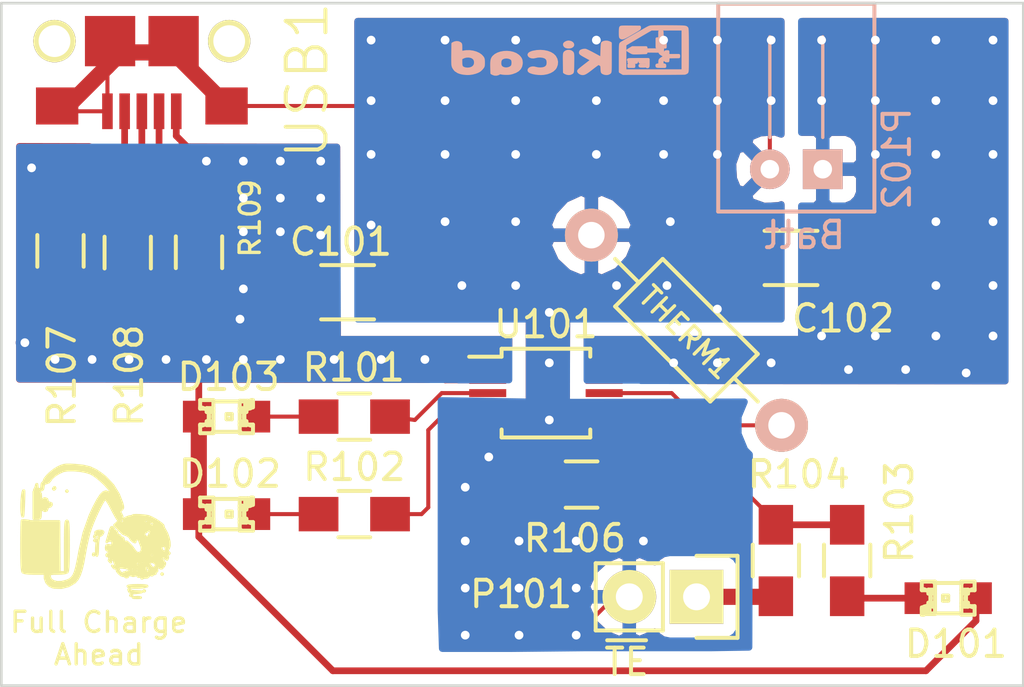
<source format=kicad_pcb>
(kicad_pcb (version 4) (host pcbnew 0.201503261001+5536~22~ubuntu14.04.1-product)

  (general
    (links 36)
    (no_connects 0)
    (area 83.846057 55.8627 125.780001 84.886001)
    (thickness 1.6)
    (drawings 7)
    (tracks 292)
    (zones 0)
    (modules 20)
    (nets 16)
  )

  (page A4)
  (layers
    (0 F.Cu signal)
    (31 B.Cu signal)
    (32 B.Adhes user)
    (33 F.Adhes user)
    (34 B.Paste user)
    (35 F.Paste user)
    (36 B.SilkS user)
    (37 F.SilkS user)
    (38 B.Mask user)
    (39 F.Mask user)
    (40 Dwgs.User user)
    (41 Cmts.User user)
    (42 Eco1.User user)
    (43 Eco2.User user)
    (44 Edge.Cuts user)
    (45 Margin user)
    (46 B.CrtYd user)
    (47 F.CrtYd user)
    (48 B.Fab user)
    (49 F.Fab user)
  )

  (setup
    (last_trace_width 0.1524)
    (user_trace_width 0.254)
    (user_trace_width 0.6096)
    (trace_clearance 0.1524)
    (zone_clearance 0.508)
    (zone_45_only no)
    (trace_min 0.1524)
    (segment_width 0.2)
    (edge_width 0.1)
    (via_size 0.6858)
    (via_drill 0.3302)
    (via_min_size 0.6858)
    (via_min_drill 0.3302)
    (uvia_size 0.508)
    (uvia_drill 0.127)
    (uvias_allowed no)
    (uvia_min_size 0.508)
    (uvia_min_drill 0.127)
    (pcb_text_width 0.3)
    (pcb_text_size 1.5 1.5)
    (mod_edge_width 0.15)
    (mod_text_size 1 1)
    (mod_text_width 0.15)
    (pad_size 1.6 1.6)
    (pad_drill 1.2)
    (pad_to_mask_clearance 0)
    (aux_axis_origin 0 0)
    (visible_elements FFFFFF7F)
    (pcbplotparams
      (layerselection 0x010f0_80000001)
      (usegerberextensions true)
      (excludeedgelayer true)
      (linewidth 0.100000)
      (plotframeref false)
      (viasonmask false)
      (mode 1)
      (useauxorigin false)
      (hpglpennumber 1)
      (hpglpenspeed 20)
      (hpglpendiameter 15)
      (hpglpenoverlay 2)
      (psnegative false)
      (psa4output false)
      (plotreference true)
      (plotvalue false)
      (plotinvisibletext false)
      (padsonsilk false)
      (subtractmaskfromsilk true)
      (outputformat 1)
      (mirror false)
      (drillshape 0)
      (scaleselection 1)
      (outputdirectory gerber/))
  )

  (net 0 "")
  (net 1 GND)
  (net 2 "Net-(D101-Pad2)")
  (net 3 "Net-(D102-Pad2)")
  (net 4 "Net-(D103-Pad2)")
  (net 5 "Net-(P101-Pad1)")
  (net 6 "Net-(R101-Pad2)")
  (net 7 "Net-(R102-Pad1)")
  (net 8 "Net-(R103-Pad2)")
  (net 9 "Net-(R106-Pad2)")
  (net 10 /Vdd)
  (net 11 /Vbat)
  (net 12 "Net-(THERM1-Pad2)")
  (net 13 "Net-(R107-Pad1)")
  (net 14 "Net-(R108-Pad1)")
  (net 15 "Net-(R109-Pad1)")

  (net_class Default "This is the default net class."
    (clearance 0.1524)
    (trace_width 0.1524)
    (via_dia 0.6858)
    (via_drill 0.3302)
    (uvia_dia 0.508)
    (uvia_drill 0.127)
    (add_net /Vbat)
    (add_net /Vdd)
    (add_net GND)
    (add_net "Net-(D101-Pad2)")
    (add_net "Net-(D102-Pad2)")
    (add_net "Net-(D103-Pad2)")
    (add_net "Net-(P101-Pad1)")
    (add_net "Net-(R101-Pad2)")
    (add_net "Net-(R102-Pad1)")
    (add_net "Net-(R103-Pad2)")
    (add_net "Net-(R106-Pad2)")
    (add_net "Net-(R107-Pad1)")
    (add_net "Net-(R108-Pad1)")
    (add_net "Net-(R109-Pad1)")
    (add_net "Net-(THERM1-Pad2)")
  )

  (module Capacitors_SMD:C_1206_HandSoldering (layer F.Cu) (tedit 55183971) (tstamp 55106D4E)
    (at 100.203 69.977)
    (descr "Capacitor SMD 1206, hand soldering")
    (tags "capacitor 1206")
    (path /550DAA43)
    (attr smd)
    (fp_text reference C101 (at -0.254 -1.905) (layer F.SilkS)
      (effects (font (size 1 1) (thickness 0.15)))
    )
    (fp_text value 4.7uF (at 0 2.3) (layer F.Fab) hide
      (effects (font (size 1 1) (thickness 0.15)))
    )
    (fp_line (start -3.3 -1.15) (end 3.3 -1.15) (layer F.CrtYd) (width 0.05))
    (fp_line (start -3.3 1.15) (end 3.3 1.15) (layer F.CrtYd) (width 0.05))
    (fp_line (start -3.3 -1.15) (end -3.3 1.15) (layer F.CrtYd) (width 0.05))
    (fp_line (start 3.3 -1.15) (end 3.3 1.15) (layer F.CrtYd) (width 0.05))
    (fp_line (start 1 -1.025) (end -1 -1.025) (layer F.SilkS) (width 0.15))
    (fp_line (start -1 1.025) (end 1 1.025) (layer F.SilkS) (width 0.15))
    (pad 1 smd rect (at -2 0) (size 2 1.6) (layers F.Cu F.Paste F.Mask)
      (net 10 /Vdd))
    (pad 2 smd rect (at 2 0) (size 2 1.6) (layers F.Cu F.Paste F.Mask)
      (net 1 GND))
    (model Capacitors_SMD.3dshapes/C_1206_HandSoldering.wrl
      (at (xyz 0 0 0))
      (scale (xyz 1 1 1))
      (rotate (xyz 0 0 0))
    )
  )

  (module Capacitors_SMD:C_1206_HandSoldering (layer F.Cu) (tedit 5517F015) (tstamp 55106D54)
    (at 116.9543 68.6816 180)
    (descr "Capacitor SMD 1206, hand soldering")
    (tags "capacitor 1206")
    (path /550DAAE4)
    (clearance 0.0762)
    (attr smd)
    (fp_text reference C102 (at -1.9685 -2.286 180) (layer F.SilkS)
      (effects (font (size 1 1) (thickness 0.15)))
    )
    (fp_text value 4.7uF (at 0 2.3 180) (layer F.Fab) hide
      (effects (font (size 1 1) (thickness 0.15)))
    )
    (fp_line (start -3.3 -1.15) (end 3.3 -1.15) (layer F.CrtYd) (width 0.05))
    (fp_line (start -3.3 1.15) (end 3.3 1.15) (layer F.CrtYd) (width 0.05))
    (fp_line (start -3.3 -1.15) (end -3.3 1.15) (layer F.CrtYd) (width 0.05))
    (fp_line (start 3.3 -1.15) (end 3.3 1.15) (layer F.CrtYd) (width 0.05))
    (fp_line (start 1 -1.025) (end -1 -1.025) (layer F.SilkS) (width 0.15))
    (fp_line (start -1 1.025) (end 1 1.025) (layer F.SilkS) (width 0.15))
    (pad 1 smd rect (at -2 0 180) (size 2 1.6) (layers F.Cu F.Paste F.Mask)
      (net 11 /Vbat))
    (pad 2 smd rect (at 2 0 180) (size 2 1.6) (layers F.Cu F.Paste F.Mask)
      (net 1 GND))
    (model Capacitors_SMD.3dshapes/C_1206_HandSoldering.wrl
      (at (xyz 0 0 0))
      (scale (xyz 1 1 1))
      (rotate (xyz 0 0 0))
    )
  )

  (module LEDs:LED-0805 (layer F.Cu) (tedit 5517EB2B) (tstamp 55106D6D)
    (at 122.89282 81.534 180)
    (descr "LED 0805 smd package")
    (tags "LED 0805 SMD")
    (path /550DA792)
    (attr smd)
    (fp_text reference D101 (at -0.2921 -1.7272 180) (layer F.SilkS)
      (effects (font (size 1 1) (thickness 0.15)))
    )
    (fp_text value NOPOP (at 0 1.27 180) (layer F.Fab) hide
      (effects (font (size 1 1) (thickness 0.15)))
    )
    (fp_line (start 0.49784 0.29972) (end 0.49784 0.62484) (layer F.SilkS) (width 0.15))
    (fp_line (start 0.49784 0.62484) (end 0.99822 0.62484) (layer F.SilkS) (width 0.15))
    (fp_line (start 0.99822 0.29972) (end 0.99822 0.62484) (layer F.SilkS) (width 0.15))
    (fp_line (start 0.49784 0.29972) (end 0.99822 0.29972) (layer F.SilkS) (width 0.15))
    (fp_line (start 0.49784 -0.32258) (end 0.49784 -0.17272) (layer F.SilkS) (width 0.15))
    (fp_line (start 0.49784 -0.17272) (end 0.7493 -0.17272) (layer F.SilkS) (width 0.15))
    (fp_line (start 0.7493 -0.32258) (end 0.7493 -0.17272) (layer F.SilkS) (width 0.15))
    (fp_line (start 0.49784 -0.32258) (end 0.7493 -0.32258) (layer F.SilkS) (width 0.15))
    (fp_line (start 0.49784 0.17272) (end 0.49784 0.32258) (layer F.SilkS) (width 0.15))
    (fp_line (start 0.49784 0.32258) (end 0.7493 0.32258) (layer F.SilkS) (width 0.15))
    (fp_line (start 0.7493 0.17272) (end 0.7493 0.32258) (layer F.SilkS) (width 0.15))
    (fp_line (start 0.49784 0.17272) (end 0.7493 0.17272) (layer F.SilkS) (width 0.15))
    (fp_line (start 0.49784 -0.19812) (end 0.49784 0.19812) (layer F.SilkS) (width 0.15))
    (fp_line (start 0.49784 0.19812) (end 0.6731 0.19812) (layer F.SilkS) (width 0.15))
    (fp_line (start 0.6731 -0.19812) (end 0.6731 0.19812) (layer F.SilkS) (width 0.15))
    (fp_line (start 0.49784 -0.19812) (end 0.6731 -0.19812) (layer F.SilkS) (width 0.15))
    (fp_line (start -0.99822 0.29972) (end -0.99822 0.62484) (layer F.SilkS) (width 0.15))
    (fp_line (start -0.99822 0.62484) (end -0.49784 0.62484) (layer F.SilkS) (width 0.15))
    (fp_line (start -0.49784 0.29972) (end -0.49784 0.62484) (layer F.SilkS) (width 0.15))
    (fp_line (start -0.99822 0.29972) (end -0.49784 0.29972) (layer F.SilkS) (width 0.15))
    (fp_line (start -0.99822 -0.62484) (end -0.99822 -0.29972) (layer F.SilkS) (width 0.15))
    (fp_line (start -0.99822 -0.29972) (end -0.49784 -0.29972) (layer F.SilkS) (width 0.15))
    (fp_line (start -0.49784 -0.62484) (end -0.49784 -0.29972) (layer F.SilkS) (width 0.15))
    (fp_line (start -0.99822 -0.62484) (end -0.49784 -0.62484) (layer F.SilkS) (width 0.15))
    (fp_line (start -0.7493 0.17272) (end -0.7493 0.32258) (layer F.SilkS) (width 0.15))
    (fp_line (start -0.7493 0.32258) (end -0.49784 0.32258) (layer F.SilkS) (width 0.15))
    (fp_line (start -0.49784 0.17272) (end -0.49784 0.32258) (layer F.SilkS) (width 0.15))
    (fp_line (start -0.7493 0.17272) (end -0.49784 0.17272) (layer F.SilkS) (width 0.15))
    (fp_line (start -0.7493 -0.32258) (end -0.7493 -0.17272) (layer F.SilkS) (width 0.15))
    (fp_line (start -0.7493 -0.17272) (end -0.49784 -0.17272) (layer F.SilkS) (width 0.15))
    (fp_line (start -0.49784 -0.32258) (end -0.49784 -0.17272) (layer F.SilkS) (width 0.15))
    (fp_line (start -0.7493 -0.32258) (end -0.49784 -0.32258) (layer F.SilkS) (width 0.15))
    (fp_line (start -0.6731 -0.19812) (end -0.6731 0.19812) (layer F.SilkS) (width 0.15))
    (fp_line (start -0.6731 0.19812) (end -0.49784 0.19812) (layer F.SilkS) (width 0.15))
    (fp_line (start -0.49784 -0.19812) (end -0.49784 0.19812) (layer F.SilkS) (width 0.15))
    (fp_line (start -0.6731 -0.19812) (end -0.49784 -0.19812) (layer F.SilkS) (width 0.15))
    (fp_line (start 0 -0.09906) (end 0 0.09906) (layer F.SilkS) (width 0.15))
    (fp_line (start 0 0.09906) (end 0.19812 0.09906) (layer F.SilkS) (width 0.15))
    (fp_line (start 0.19812 -0.09906) (end 0.19812 0.09906) (layer F.SilkS) (width 0.15))
    (fp_line (start 0 -0.09906) (end 0.19812 -0.09906) (layer F.SilkS) (width 0.15))
    (fp_line (start 0.49784 -0.59944) (end 0.49784 -0.29972) (layer F.SilkS) (width 0.15))
    (fp_line (start 0.49784 -0.29972) (end 0.79756 -0.29972) (layer F.SilkS) (width 0.15))
    (fp_line (start 0.79756 -0.59944) (end 0.79756 -0.29972) (layer F.SilkS) (width 0.15))
    (fp_line (start 0.49784 -0.59944) (end 0.79756 -0.59944) (layer F.SilkS) (width 0.15))
    (fp_line (start 0.92456 -0.62484) (end 0.92456 -0.39878) (layer F.SilkS) (width 0.15))
    (fp_line (start 0.92456 -0.39878) (end 0.99822 -0.39878) (layer F.SilkS) (width 0.15))
    (fp_line (start 0.99822 -0.62484) (end 0.99822 -0.39878) (layer F.SilkS) (width 0.15))
    (fp_line (start 0.92456 -0.62484) (end 0.99822 -0.62484) (layer F.SilkS) (width 0.15))
    (fp_line (start 0.52324 0.57404) (end -0.52324 0.57404) (layer F.SilkS) (width 0.15))
    (fp_line (start -0.49784 -0.57404) (end 0.92456 -0.57404) (layer F.SilkS) (width 0.15))
    (fp_circle (center 0.84836 -0.44958) (end 0.89916 -0.50038) (layer F.SilkS) (width 0.15))
    (fp_arc (start 0.99822 0) (end 0.99822 0.34798) (angle 180) (layer F.SilkS) (width 0.15))
    (fp_arc (start -0.99822 0) (end -0.99822 -0.34798) (angle 180) (layer F.SilkS) (width 0.15))
    (pad 1 smd rect (at -1.04902 0 180) (size 1.19888 1.19888) (layers F.Cu F.Paste F.Mask)
      (net 10 /Vdd))
    (pad 2 smd rect (at 1.04902 0 180) (size 1.19888 1.19888) (layers F.Cu F.Paste F.Mask)
      (net 2 "Net-(D101-Pad2)"))
  )

  (module LEDs:LED-0805 (layer F.Cu) (tedit 5517D7F4) (tstamp 55106D73)
    (at 95.631 78.359)
    (descr "LED 0805 smd package")
    (tags "LED 0805 SMD")
    (path /550DA80B)
    (attr smd)
    (fp_text reference D102 (at 0.127 -1.524) (layer F.SilkS)
      (effects (font (size 1 1) (thickness 0.15)))
    )
    (fp_text value LED (at 0 1.27) (layer F.Fab) hide
      (effects (font (size 1 1) (thickness 0.15)))
    )
    (fp_line (start 0.49784 0.29972) (end 0.49784 0.62484) (layer F.SilkS) (width 0.15))
    (fp_line (start 0.49784 0.62484) (end 0.99822 0.62484) (layer F.SilkS) (width 0.15))
    (fp_line (start 0.99822 0.29972) (end 0.99822 0.62484) (layer F.SilkS) (width 0.15))
    (fp_line (start 0.49784 0.29972) (end 0.99822 0.29972) (layer F.SilkS) (width 0.15))
    (fp_line (start 0.49784 -0.32258) (end 0.49784 -0.17272) (layer F.SilkS) (width 0.15))
    (fp_line (start 0.49784 -0.17272) (end 0.7493 -0.17272) (layer F.SilkS) (width 0.15))
    (fp_line (start 0.7493 -0.32258) (end 0.7493 -0.17272) (layer F.SilkS) (width 0.15))
    (fp_line (start 0.49784 -0.32258) (end 0.7493 -0.32258) (layer F.SilkS) (width 0.15))
    (fp_line (start 0.49784 0.17272) (end 0.49784 0.32258) (layer F.SilkS) (width 0.15))
    (fp_line (start 0.49784 0.32258) (end 0.7493 0.32258) (layer F.SilkS) (width 0.15))
    (fp_line (start 0.7493 0.17272) (end 0.7493 0.32258) (layer F.SilkS) (width 0.15))
    (fp_line (start 0.49784 0.17272) (end 0.7493 0.17272) (layer F.SilkS) (width 0.15))
    (fp_line (start 0.49784 -0.19812) (end 0.49784 0.19812) (layer F.SilkS) (width 0.15))
    (fp_line (start 0.49784 0.19812) (end 0.6731 0.19812) (layer F.SilkS) (width 0.15))
    (fp_line (start 0.6731 -0.19812) (end 0.6731 0.19812) (layer F.SilkS) (width 0.15))
    (fp_line (start 0.49784 -0.19812) (end 0.6731 -0.19812) (layer F.SilkS) (width 0.15))
    (fp_line (start -0.99822 0.29972) (end -0.99822 0.62484) (layer F.SilkS) (width 0.15))
    (fp_line (start -0.99822 0.62484) (end -0.49784 0.62484) (layer F.SilkS) (width 0.15))
    (fp_line (start -0.49784 0.29972) (end -0.49784 0.62484) (layer F.SilkS) (width 0.15))
    (fp_line (start -0.99822 0.29972) (end -0.49784 0.29972) (layer F.SilkS) (width 0.15))
    (fp_line (start -0.99822 -0.62484) (end -0.99822 -0.29972) (layer F.SilkS) (width 0.15))
    (fp_line (start -0.99822 -0.29972) (end -0.49784 -0.29972) (layer F.SilkS) (width 0.15))
    (fp_line (start -0.49784 -0.62484) (end -0.49784 -0.29972) (layer F.SilkS) (width 0.15))
    (fp_line (start -0.99822 -0.62484) (end -0.49784 -0.62484) (layer F.SilkS) (width 0.15))
    (fp_line (start -0.7493 0.17272) (end -0.7493 0.32258) (layer F.SilkS) (width 0.15))
    (fp_line (start -0.7493 0.32258) (end -0.49784 0.32258) (layer F.SilkS) (width 0.15))
    (fp_line (start -0.49784 0.17272) (end -0.49784 0.32258) (layer F.SilkS) (width 0.15))
    (fp_line (start -0.7493 0.17272) (end -0.49784 0.17272) (layer F.SilkS) (width 0.15))
    (fp_line (start -0.7493 -0.32258) (end -0.7493 -0.17272) (layer F.SilkS) (width 0.15))
    (fp_line (start -0.7493 -0.17272) (end -0.49784 -0.17272) (layer F.SilkS) (width 0.15))
    (fp_line (start -0.49784 -0.32258) (end -0.49784 -0.17272) (layer F.SilkS) (width 0.15))
    (fp_line (start -0.7493 -0.32258) (end -0.49784 -0.32258) (layer F.SilkS) (width 0.15))
    (fp_line (start -0.6731 -0.19812) (end -0.6731 0.19812) (layer F.SilkS) (width 0.15))
    (fp_line (start -0.6731 0.19812) (end -0.49784 0.19812) (layer F.SilkS) (width 0.15))
    (fp_line (start -0.49784 -0.19812) (end -0.49784 0.19812) (layer F.SilkS) (width 0.15))
    (fp_line (start -0.6731 -0.19812) (end -0.49784 -0.19812) (layer F.SilkS) (width 0.15))
    (fp_line (start 0 -0.09906) (end 0 0.09906) (layer F.SilkS) (width 0.15))
    (fp_line (start 0 0.09906) (end 0.19812 0.09906) (layer F.SilkS) (width 0.15))
    (fp_line (start 0.19812 -0.09906) (end 0.19812 0.09906) (layer F.SilkS) (width 0.15))
    (fp_line (start 0 -0.09906) (end 0.19812 -0.09906) (layer F.SilkS) (width 0.15))
    (fp_line (start 0.49784 -0.59944) (end 0.49784 -0.29972) (layer F.SilkS) (width 0.15))
    (fp_line (start 0.49784 -0.29972) (end 0.79756 -0.29972) (layer F.SilkS) (width 0.15))
    (fp_line (start 0.79756 -0.59944) (end 0.79756 -0.29972) (layer F.SilkS) (width 0.15))
    (fp_line (start 0.49784 -0.59944) (end 0.79756 -0.59944) (layer F.SilkS) (width 0.15))
    (fp_line (start 0.92456 -0.62484) (end 0.92456 -0.39878) (layer F.SilkS) (width 0.15))
    (fp_line (start 0.92456 -0.39878) (end 0.99822 -0.39878) (layer F.SilkS) (width 0.15))
    (fp_line (start 0.99822 -0.62484) (end 0.99822 -0.39878) (layer F.SilkS) (width 0.15))
    (fp_line (start 0.92456 -0.62484) (end 0.99822 -0.62484) (layer F.SilkS) (width 0.15))
    (fp_line (start 0.52324 0.57404) (end -0.52324 0.57404) (layer F.SilkS) (width 0.15))
    (fp_line (start -0.49784 -0.57404) (end 0.92456 -0.57404) (layer F.SilkS) (width 0.15))
    (fp_circle (center 0.84836 -0.44958) (end 0.89916 -0.50038) (layer F.SilkS) (width 0.15))
    (fp_arc (start 0.99822 0) (end 0.99822 0.34798) (angle 180) (layer F.SilkS) (width 0.15))
    (fp_arc (start -0.99822 0) (end -0.99822 -0.34798) (angle 180) (layer F.SilkS) (width 0.15))
    (pad 1 smd rect (at -1.04902 0) (size 1.19888 1.19888) (layers F.Cu F.Paste F.Mask)
      (net 10 /Vdd))
    (pad 2 smd rect (at 1.04902 0) (size 1.19888 1.19888) (layers F.Cu F.Paste F.Mask)
      (net 3 "Net-(D102-Pad2)"))
  )

  (module LEDs:LED-0805 (layer F.Cu) (tedit 5515C18E) (tstamp 55106D79)
    (at 95.631 74.676)
    (descr "LED 0805 smd package")
    (tags "LED 0805 SMD")
    (path /550DA883)
    (attr smd)
    (fp_text reference D103 (at 0.0762 -1.4986) (layer F.SilkS)
      (effects (font (size 1 1) (thickness 0.15)))
    )
    (fp_text value LED (at 0 1.27) (layer F.Fab) hide
      (effects (font (size 1 1) (thickness 0.15)))
    )
    (fp_line (start 0.49784 0.29972) (end 0.49784 0.62484) (layer F.SilkS) (width 0.15))
    (fp_line (start 0.49784 0.62484) (end 0.99822 0.62484) (layer F.SilkS) (width 0.15))
    (fp_line (start 0.99822 0.29972) (end 0.99822 0.62484) (layer F.SilkS) (width 0.15))
    (fp_line (start 0.49784 0.29972) (end 0.99822 0.29972) (layer F.SilkS) (width 0.15))
    (fp_line (start 0.49784 -0.32258) (end 0.49784 -0.17272) (layer F.SilkS) (width 0.15))
    (fp_line (start 0.49784 -0.17272) (end 0.7493 -0.17272) (layer F.SilkS) (width 0.15))
    (fp_line (start 0.7493 -0.32258) (end 0.7493 -0.17272) (layer F.SilkS) (width 0.15))
    (fp_line (start 0.49784 -0.32258) (end 0.7493 -0.32258) (layer F.SilkS) (width 0.15))
    (fp_line (start 0.49784 0.17272) (end 0.49784 0.32258) (layer F.SilkS) (width 0.15))
    (fp_line (start 0.49784 0.32258) (end 0.7493 0.32258) (layer F.SilkS) (width 0.15))
    (fp_line (start 0.7493 0.17272) (end 0.7493 0.32258) (layer F.SilkS) (width 0.15))
    (fp_line (start 0.49784 0.17272) (end 0.7493 0.17272) (layer F.SilkS) (width 0.15))
    (fp_line (start 0.49784 -0.19812) (end 0.49784 0.19812) (layer F.SilkS) (width 0.15))
    (fp_line (start 0.49784 0.19812) (end 0.6731 0.19812) (layer F.SilkS) (width 0.15))
    (fp_line (start 0.6731 -0.19812) (end 0.6731 0.19812) (layer F.SilkS) (width 0.15))
    (fp_line (start 0.49784 -0.19812) (end 0.6731 -0.19812) (layer F.SilkS) (width 0.15))
    (fp_line (start -0.99822 0.29972) (end -0.99822 0.62484) (layer F.SilkS) (width 0.15))
    (fp_line (start -0.99822 0.62484) (end -0.49784 0.62484) (layer F.SilkS) (width 0.15))
    (fp_line (start -0.49784 0.29972) (end -0.49784 0.62484) (layer F.SilkS) (width 0.15))
    (fp_line (start -0.99822 0.29972) (end -0.49784 0.29972) (layer F.SilkS) (width 0.15))
    (fp_line (start -0.99822 -0.62484) (end -0.99822 -0.29972) (layer F.SilkS) (width 0.15))
    (fp_line (start -0.99822 -0.29972) (end -0.49784 -0.29972) (layer F.SilkS) (width 0.15))
    (fp_line (start -0.49784 -0.62484) (end -0.49784 -0.29972) (layer F.SilkS) (width 0.15))
    (fp_line (start -0.99822 -0.62484) (end -0.49784 -0.62484) (layer F.SilkS) (width 0.15))
    (fp_line (start -0.7493 0.17272) (end -0.7493 0.32258) (layer F.SilkS) (width 0.15))
    (fp_line (start -0.7493 0.32258) (end -0.49784 0.32258) (layer F.SilkS) (width 0.15))
    (fp_line (start -0.49784 0.17272) (end -0.49784 0.32258) (layer F.SilkS) (width 0.15))
    (fp_line (start -0.7493 0.17272) (end -0.49784 0.17272) (layer F.SilkS) (width 0.15))
    (fp_line (start -0.7493 -0.32258) (end -0.7493 -0.17272) (layer F.SilkS) (width 0.15))
    (fp_line (start -0.7493 -0.17272) (end -0.49784 -0.17272) (layer F.SilkS) (width 0.15))
    (fp_line (start -0.49784 -0.32258) (end -0.49784 -0.17272) (layer F.SilkS) (width 0.15))
    (fp_line (start -0.7493 -0.32258) (end -0.49784 -0.32258) (layer F.SilkS) (width 0.15))
    (fp_line (start -0.6731 -0.19812) (end -0.6731 0.19812) (layer F.SilkS) (width 0.15))
    (fp_line (start -0.6731 0.19812) (end -0.49784 0.19812) (layer F.SilkS) (width 0.15))
    (fp_line (start -0.49784 -0.19812) (end -0.49784 0.19812) (layer F.SilkS) (width 0.15))
    (fp_line (start -0.6731 -0.19812) (end -0.49784 -0.19812) (layer F.SilkS) (width 0.15))
    (fp_line (start 0 -0.09906) (end 0 0.09906) (layer F.SilkS) (width 0.15))
    (fp_line (start 0 0.09906) (end 0.19812 0.09906) (layer F.SilkS) (width 0.15))
    (fp_line (start 0.19812 -0.09906) (end 0.19812 0.09906) (layer F.SilkS) (width 0.15))
    (fp_line (start 0 -0.09906) (end 0.19812 -0.09906) (layer F.SilkS) (width 0.15))
    (fp_line (start 0.49784 -0.59944) (end 0.49784 -0.29972) (layer F.SilkS) (width 0.15))
    (fp_line (start 0.49784 -0.29972) (end 0.79756 -0.29972) (layer F.SilkS) (width 0.15))
    (fp_line (start 0.79756 -0.59944) (end 0.79756 -0.29972) (layer F.SilkS) (width 0.15))
    (fp_line (start 0.49784 -0.59944) (end 0.79756 -0.59944) (layer F.SilkS) (width 0.15))
    (fp_line (start 0.92456 -0.62484) (end 0.92456 -0.39878) (layer F.SilkS) (width 0.15))
    (fp_line (start 0.92456 -0.39878) (end 0.99822 -0.39878) (layer F.SilkS) (width 0.15))
    (fp_line (start 0.99822 -0.62484) (end 0.99822 -0.39878) (layer F.SilkS) (width 0.15))
    (fp_line (start 0.92456 -0.62484) (end 0.99822 -0.62484) (layer F.SilkS) (width 0.15))
    (fp_line (start 0.52324 0.57404) (end -0.52324 0.57404) (layer F.SilkS) (width 0.15))
    (fp_line (start -0.49784 -0.57404) (end 0.92456 -0.57404) (layer F.SilkS) (width 0.15))
    (fp_circle (center 0.84836 -0.44958) (end 0.89916 -0.50038) (layer F.SilkS) (width 0.15))
    (fp_arc (start 0.99822 0) (end 0.99822 0.34798) (angle 180) (layer F.SilkS) (width 0.15))
    (fp_arc (start -0.99822 0) (end -0.99822 -0.34798) (angle 180) (layer F.SilkS) (width 0.15))
    (pad 1 smd rect (at -1.04902 0) (size 1.19888 1.19888) (layers F.Cu F.Paste F.Mask)
      (net 10 /Vdd))
    (pad 2 smd rect (at 1.04902 0) (size 1.19888 1.19888) (layers F.Cu F.Paste F.Mask)
      (net 4 "Net-(D103-Pad2)"))
  )

  (module Pin_Headers:Pin_Header_Straight_1x02 (layer F.Cu) (tedit 5516A62C) (tstamp 55106D7F)
    (at 113.3856 81.4832 270)
    (descr "Through hole pin header")
    (tags "pin header")
    (path /550DC9A3)
    (fp_text reference P101 (at -0.1016 6.6294 360) (layer F.SilkS)
      (effects (font (size 1 1) (thickness 0.15)))
    )
    (fp_text value CONN_01X02 (at 0 -3.1 270) (layer F.Fab) hide
      (effects (font (size 1 1) (thickness 0.15)))
    )
    (fp_line (start 1.27 1.27) (end 1.27 3.81) (layer F.SilkS) (width 0.15))
    (fp_line (start 1.55 -1.55) (end 1.55 0) (layer F.SilkS) (width 0.15))
    (fp_line (start -1.75 -1.75) (end -1.75 4.3) (layer F.CrtYd) (width 0.05))
    (fp_line (start 1.75 -1.75) (end 1.75 4.3) (layer F.CrtYd) (width 0.05))
    (fp_line (start -1.75 -1.75) (end 1.75 -1.75) (layer F.CrtYd) (width 0.05))
    (fp_line (start -1.75 4.3) (end 1.75 4.3) (layer F.CrtYd) (width 0.05))
    (fp_line (start 1.27 1.27) (end -1.27 1.27) (layer F.SilkS) (width 0.15))
    (fp_line (start -1.55 0) (end -1.55 -1.55) (layer F.SilkS) (width 0.15))
    (fp_line (start -1.55 -1.55) (end 1.55 -1.55) (layer F.SilkS) (width 0.15))
    (fp_line (start -1.27 1.27) (end -1.27 3.81) (layer F.SilkS) (width 0.15))
    (fp_line (start -1.27 3.81) (end 1.27 3.81) (layer F.SilkS) (width 0.15))
    (pad 1 thru_hole rect (at 0 0 270) (size 2.032 2.032) (drill 1.016) (layers *.Cu *.Mask F.SilkS)
      (net 5 "Net-(P101-Pad1)"))
    (pad 2 thru_hole oval (at 0 2.54 270) (size 2.032 2.032) (drill 1.016) (layers *.Cu *.Mask F.SilkS)
      (net 1 GND))
    (model Pin_Headers.3dshapes/Pin_Header_Straight_1x02.wrl
      (at (xyz 0 -0.05 0))
      (scale (xyz 1 1 1))
      (rotate (xyz 0 0 90))
    )
  )

  (module Resistors_SMD:R_0805_HandSoldering (layer F.Cu) (tedit 5515C192) (tstamp 55106D8B)
    (at 100.457 74.676)
    (descr "Resistor SMD 0805, hand soldering")
    (tags "resistor 0805")
    (path /550DAA1E)
    (attr smd)
    (fp_text reference R101 (at -0.0254 -1.8542) (layer F.SilkS)
      (effects (font (size 1 1) (thickness 0.15)))
    )
    (fp_text value 470 (at 0 2.1) (layer F.Fab) hide
      (effects (font (size 1 1) (thickness 0.15)))
    )
    (fp_line (start -2.4 -1) (end 2.4 -1) (layer F.CrtYd) (width 0.05))
    (fp_line (start -2.4 1) (end 2.4 1) (layer F.CrtYd) (width 0.05))
    (fp_line (start -2.4 -1) (end -2.4 1) (layer F.CrtYd) (width 0.05))
    (fp_line (start 2.4 -1) (end 2.4 1) (layer F.CrtYd) (width 0.05))
    (fp_line (start 0.6 0.875) (end -0.6 0.875) (layer F.SilkS) (width 0.15))
    (fp_line (start -0.6 -0.875) (end 0.6 -0.875) (layer F.SilkS) (width 0.15))
    (pad 1 smd rect (at -1.35 0) (size 1.5 1.3) (layers F.Cu F.Paste F.Mask)
      (net 4 "Net-(D103-Pad2)"))
    (pad 2 smd rect (at 1.35 0) (size 1.5 1.3) (layers F.Cu F.Paste F.Mask)
      (net 6 "Net-(R101-Pad2)"))
    (model Resistors_SMD.3dshapes/R_0805_HandSoldering.wrl
      (at (xyz 0 0 0))
      (scale (xyz 1 1 1))
      (rotate (xyz 0 0 0))
    )
  )

  (module Resistors_SMD:R_0805_HandSoldering (layer F.Cu) (tedit 5517D7F0) (tstamp 55106D91)
    (at 100.457 78.359 180)
    (descr "Resistor SMD 0805, hand soldering")
    (tags "resistor 0805")
    (path /550DA9EA)
    (attr smd)
    (fp_text reference R102 (at 0 1.778 180) (layer F.SilkS)
      (effects (font (size 1 1) (thickness 0.15)))
    )
    (fp_text value 470 (at 0 2.1 180) (layer F.Fab) hide
      (effects (font (size 1 1) (thickness 0.15)))
    )
    (fp_line (start -2.4 -1) (end 2.4 -1) (layer F.CrtYd) (width 0.05))
    (fp_line (start -2.4 1) (end 2.4 1) (layer F.CrtYd) (width 0.05))
    (fp_line (start -2.4 -1) (end -2.4 1) (layer F.CrtYd) (width 0.05))
    (fp_line (start 2.4 -1) (end 2.4 1) (layer F.CrtYd) (width 0.05))
    (fp_line (start 0.6 0.875) (end -0.6 0.875) (layer F.SilkS) (width 0.15))
    (fp_line (start -0.6 -0.875) (end 0.6 -0.875) (layer F.SilkS) (width 0.15))
    (pad 1 smd rect (at -1.35 0 180) (size 1.5 1.3) (layers F.Cu F.Paste F.Mask)
      (net 7 "Net-(R102-Pad1)"))
    (pad 2 smd rect (at 1.35 0 180) (size 1.5 1.3) (layers F.Cu F.Paste F.Mask)
      (net 3 "Net-(D102-Pad2)"))
    (model Resistors_SMD.3dshapes/R_0805_HandSoldering.wrl
      (at (xyz 0 0 0))
      (scale (xyz 1 1 1))
      (rotate (xyz 0 0 0))
    )
  )

  (module Resistors_SMD:R_0805_HandSoldering (layer F.Cu) (tedit 5517EB39) (tstamp 55106D97)
    (at 119.0752 80.1116 90)
    (descr "Resistor SMD 0805, hand soldering")
    (tags "resistor 0805")
    (path /550DA9A4)
    (attr smd)
    (fp_text reference R103 (at 1.8288 1.9685 90) (layer F.SilkS)
      (effects (font (size 1 1) (thickness 0.15)))
    )
    (fp_text value NOPOP (at 0 2.1 90) (layer F.Fab) hide
      (effects (font (size 1 1) (thickness 0.15)))
    )
    (fp_line (start -2.4 -1) (end 2.4 -1) (layer F.CrtYd) (width 0.05))
    (fp_line (start -2.4 1) (end 2.4 1) (layer F.CrtYd) (width 0.05))
    (fp_line (start -2.4 -1) (end -2.4 1) (layer F.CrtYd) (width 0.05))
    (fp_line (start 2.4 -1) (end 2.4 1) (layer F.CrtYd) (width 0.05))
    (fp_line (start 0.6 0.875) (end -0.6 0.875) (layer F.SilkS) (width 0.15))
    (fp_line (start -0.6 -0.875) (end 0.6 -0.875) (layer F.SilkS) (width 0.15))
    (pad 1 smd rect (at -1.35 0 90) (size 1.5 1.3) (layers F.Cu F.Paste F.Mask)
      (net 2 "Net-(D101-Pad2)"))
    (pad 2 smd rect (at 1.35 0 90) (size 1.5 1.3) (layers F.Cu F.Paste F.Mask)
      (net 8 "Net-(R103-Pad2)"))
    (model Resistors_SMD.3dshapes/R_0805_HandSoldering.wrl
      (at (xyz 0 0 0))
      (scale (xyz 1 1 1))
      (rotate (xyz 0 0 0))
    )
  )

  (module Resistors_SMD:R_0805_HandSoldering (layer F.Cu) (tedit 5517EB34) (tstamp 55106D9D)
    (at 116.3828 80.1116 90)
    (descr "Resistor SMD 0805, hand soldering")
    (tags "resistor 0805")
    (path /550DC782)
    (attr smd)
    (fp_text reference R104 (at 3.2512 0.8636 180) (layer F.SilkS)
      (effects (font (size 1 1) (thickness 0.15)))
    )
    (fp_text value 1K (at 0 2.1 90) (layer F.Fab) hide
      (effects (font (size 1 1) (thickness 0.15)))
    )
    (fp_line (start -2.4 -1) (end 2.4 -1) (layer F.CrtYd) (width 0.05))
    (fp_line (start -2.4 1) (end 2.4 1) (layer F.CrtYd) (width 0.05))
    (fp_line (start -2.4 -1) (end -2.4 1) (layer F.CrtYd) (width 0.05))
    (fp_line (start 2.4 -1) (end 2.4 1) (layer F.CrtYd) (width 0.05))
    (fp_line (start 0.6 0.875) (end -0.6 0.875) (layer F.SilkS) (width 0.15))
    (fp_line (start -0.6 -0.875) (end 0.6 -0.875) (layer F.SilkS) (width 0.15))
    (pad 1 smd rect (at -1.35 0 90) (size 1.5 1.3) (layers F.Cu F.Paste F.Mask)
      (net 5 "Net-(P101-Pad1)"))
    (pad 2 smd rect (at 1.35 0 90) (size 1.5 1.3) (layers F.Cu F.Paste F.Mask)
      (net 8 "Net-(R103-Pad2)"))
    (model Resistors_SMD.3dshapes/R_0805_HandSoldering.wrl
      (at (xyz 0 0 0))
      (scale (xyz 1 1 1))
      (rotate (xyz 0 0 0))
    )
  )

  (module Resistors_SMD:R_0805_HandSoldering (layer F.Cu) (tedit 5516A5FC) (tstamp 55106DA9)
    (at 109.0422 77.2414)
    (descr "Resistor SMD 0805, hand soldering")
    (tags "resistor 0805")
    (path /550DA8D2)
    (attr smd)
    (fp_text reference R106 (at -0.254 2.032) (layer F.SilkS)
      (effects (font (size 1 1) (thickness 0.15)))
    )
    (fp_text value 1K (at 0 2.1) (layer F.Fab) hide
      (effects (font (size 1 1) (thickness 0.15)))
    )
    (fp_line (start -2.4 -1) (end 2.4 -1) (layer F.CrtYd) (width 0.05))
    (fp_line (start -2.4 1) (end 2.4 1) (layer F.CrtYd) (width 0.05))
    (fp_line (start -2.4 -1) (end -2.4 1) (layer F.CrtYd) (width 0.05))
    (fp_line (start 2.4 -1) (end 2.4 1) (layer F.CrtYd) (width 0.05))
    (fp_line (start 0.6 0.875) (end -0.6 0.875) (layer F.SilkS) (width 0.15))
    (fp_line (start -0.6 -0.875) (end 0.6 -0.875) (layer F.SilkS) (width 0.15))
    (pad 1 smd rect (at -1.35 0) (size 1.5 1.3) (layers F.Cu F.Paste F.Mask)
      (net 1 GND))
    (pad 2 smd rect (at 1.35 0) (size 1.5 1.3) (layers F.Cu F.Paste F.Mask)
      (net 9 "Net-(R106-Pad2)"))
    (model Resistors_SMD.3dshapes/R_0805_HandSoldering.wrl
      (at (xyz 0 0 0))
      (scale (xyz 1 1 1))
      (rotate (xyz 0 0 0))
    )
  )

  (module Resistors_SMD:R_0805_HandSoldering (layer F.Cu) (tedit 5518386C) (tstamp 55106DAF)
    (at 89.3572 68.4149 270)
    (descr "Resistor SMD 0805, hand soldering")
    (tags "resistor 0805")
    (path /55106E8A)
    (attr smd)
    (fp_text reference R107 (at 4.7371 -0.0508 270) (layer F.SilkS)
      (effects (font (size 1 1) (thickness 0.15)))
    )
    (fp_text value NOPOP (at 0 2.1 270) (layer F.Fab) hide
      (effects (font (size 1 1) (thickness 0.15)))
    )
    (fp_line (start -2.4 -1) (end 2.4 -1) (layer F.CrtYd) (width 0.05))
    (fp_line (start -2.4 1) (end 2.4 1) (layer F.CrtYd) (width 0.05))
    (fp_line (start -2.4 -1) (end -2.4 1) (layer F.CrtYd) (width 0.05))
    (fp_line (start 2.4 -1) (end 2.4 1) (layer F.CrtYd) (width 0.05))
    (fp_line (start 0.6 0.875) (end -0.6 0.875) (layer F.SilkS) (width 0.15))
    (fp_line (start -0.6 -0.875) (end 0.6 -0.875) (layer F.SilkS) (width 0.15))
    (pad 1 smd rect (at -1.35 0 270) (size 1.5 1.3) (layers F.Cu F.Paste F.Mask)
      (net 13 "Net-(R107-Pad1)"))
    (pad 2 smd rect (at 1.35 0 270) (size 1.5 1.3) (layers F.Cu F.Paste F.Mask)
      (net 10 /Vdd))
    (model Resistors_SMD.3dshapes/R_0805_HandSoldering.wrl
      (at (xyz 0 0 0))
      (scale (xyz 1 1 1))
      (rotate (xyz 0 0 0))
    )
  )

  (module Resistors_SMD:R_0805_HandSoldering (layer F.Cu) (tedit 5517F58C) (tstamp 55106DB5)
    (at 91.8972 68.4784 270)
    (descr "Resistor SMD 0805, hand soldering")
    (tags "resistor 0805")
    (path /55106F74)
    (attr smd)
    (fp_text reference R108 (at 4.6482 -0.0508 270) (layer F.SilkS)
      (effects (font (size 1 1) (thickness 0.15)))
    )
    (fp_text value NOPOP (at 0 2.1 270) (layer F.Fab) hide
      (effects (font (size 1 1) (thickness 0.15)))
    )
    (fp_line (start -2.4 -1) (end 2.4 -1) (layer F.CrtYd) (width 0.05))
    (fp_line (start -2.4 1) (end 2.4 1) (layer F.CrtYd) (width 0.05))
    (fp_line (start -2.4 -1) (end -2.4 1) (layer F.CrtYd) (width 0.05))
    (fp_line (start 2.4 -1) (end 2.4 1) (layer F.CrtYd) (width 0.05))
    (fp_line (start 0.6 0.875) (end -0.6 0.875) (layer F.SilkS) (width 0.15))
    (fp_line (start -0.6 -0.875) (end 0.6 -0.875) (layer F.SilkS) (width 0.15))
    (pad 1 smd rect (at -1.35 0 270) (size 1.5 1.3) (layers F.Cu F.Paste F.Mask)
      (net 14 "Net-(R108-Pad1)"))
    (pad 2 smd rect (at 1.35 0 270) (size 1.5 1.3) (layers F.Cu F.Paste F.Mask)
      (net 10 /Vdd))
    (model Resistors_SMD.3dshapes/R_0805_HandSoldering.wrl
      (at (xyz 0 0 0))
      (scale (xyz 1 1 1))
      (rotate (xyz 0 0 0))
    )
  )

  (module Resistors_SMD:R_0805_HandSoldering (layer F.Cu) (tedit 55183908) (tstamp 55106DBB)
    (at 94.5896 68.4657 270)
    (descr "Resistor SMD 0805, hand soldering")
    (tags "resistor 0805")
    (path /55106FB8)
    (attr smd)
    (fp_text reference R109 (at -1.2827 -1.9304 270) (layer F.SilkS)
      (effects (font (size 0.762 0.762) (thickness 0.127)))
    )
    (fp_text value NOPOP (at 0 2.1 270) (layer F.Fab) hide
      (effects (font (size 1 1) (thickness 0.15)))
    )
    (fp_line (start -2.4 -1) (end 2.4 -1) (layer F.CrtYd) (width 0.05))
    (fp_line (start -2.4 1) (end 2.4 1) (layer F.CrtYd) (width 0.05))
    (fp_line (start -2.4 -1) (end -2.4 1) (layer F.CrtYd) (width 0.05))
    (fp_line (start 2.4 -1) (end 2.4 1) (layer F.CrtYd) (width 0.05))
    (fp_line (start 0.6 0.875) (end -0.6 0.875) (layer F.SilkS) (width 0.15))
    (fp_line (start -0.6 -0.875) (end 0.6 -0.875) (layer F.SilkS) (width 0.15))
    (pad 1 smd rect (at -1.35 0 270) (size 1.5 1.3) (layers F.Cu F.Paste F.Mask)
      (net 15 "Net-(R109-Pad1)"))
    (pad 2 smd rect (at 1.35 0 270) (size 1.5 1.3) (layers F.Cu F.Paste F.Mask)
      (net 10 /Vdd))
    (model Resistors_SMD.3dshapes/R_0805_HandSoldering.wrl
      (at (xyz 0 0 0))
      (scale (xyz 1 1 1))
      (rotate (xyz 0 0 0))
    )
  )

  (module Housings_SSOP:MSOP-10_3x3mm_Pitch0.5mm (layer F.Cu) (tedit 5515C167) (tstamp 55106DC9)
    (at 107.696 73.787)
    (descr "10-Lead Plastic Micro Small Outline Package (MS) [MSOP] (see Microchip Packaging Specification 00000049BS.pdf)")
    (tags "SSOP 0.5")
    (path /550DA710)
    (attr smd)
    (fp_text reference U101 (at 0 -2.6) (layer F.SilkS)
      (effects (font (size 1 1) (thickness 0.15)))
    )
    (fp_text value MCP73834-FCI/UN (at 0 2.6) (layer F.Fab) hide
      (effects (font (size 1 1) (thickness 0.15)))
    )
    (fp_line (start -3.15 -1.85) (end -3.15 1.85) (layer F.CrtYd) (width 0.05))
    (fp_line (start 3.15 -1.85) (end 3.15 1.85) (layer F.CrtYd) (width 0.05))
    (fp_line (start -3.15 -1.85) (end 3.15 -1.85) (layer F.CrtYd) (width 0.05))
    (fp_line (start -3.15 1.85) (end 3.15 1.85) (layer F.CrtYd) (width 0.05))
    (fp_line (start -1.675 -1.675) (end -1.675 -1.375) (layer F.SilkS) (width 0.15))
    (fp_line (start 1.675 -1.675) (end 1.675 -1.375) (layer F.SilkS) (width 0.15))
    (fp_line (start 1.675 1.675) (end 1.675 1.375) (layer F.SilkS) (width 0.15))
    (fp_line (start -1.675 1.675) (end -1.675 1.375) (layer F.SilkS) (width 0.15))
    (fp_line (start -1.675 -1.675) (end 1.675 -1.675) (layer F.SilkS) (width 0.15))
    (fp_line (start -1.675 1.675) (end 1.675 1.675) (layer F.SilkS) (width 0.15))
    (fp_line (start -1.675 -1.375) (end -2.9 -1.375) (layer F.SilkS) (width 0.15))
    (pad 1 smd rect (at -2.2 -1) (size 1.4 0.3) (layers F.Cu F.Paste F.Mask)
      (net 10 /Vdd))
    (pad 2 smd rect (at -2.2 -0.5) (size 1.4 0.3) (layers F.Cu F.Paste F.Mask)
      (net 10 /Vdd))
    (pad 3 smd rect (at -2.2 0) (size 1.4 0.3) (layers F.Cu F.Paste F.Mask)
      (net 6 "Net-(R101-Pad2)"))
    (pad 4 smd rect (at -2.2 0.5) (size 1.4 0.3) (layers F.Cu F.Paste F.Mask)
      (net 7 "Net-(R102-Pad1)"))
    (pad 5 smd rect (at -2.2 1) (size 1.4 0.3) (layers F.Cu F.Paste F.Mask)
      (net 1 GND))
    (pad 6 smd rect (at 2.2 1) (size 1.4 0.3) (layers F.Cu F.Paste F.Mask)
      (net 9 "Net-(R106-Pad2)"))
    (pad 7 smd rect (at 2.2 0.5) (size 1.4 0.3) (layers F.Cu F.Paste F.Mask)
      (net 8 "Net-(R103-Pad2)"))
    (pad 8 smd rect (at 2.2 0) (size 1.4 0.3) (layers F.Cu F.Paste F.Mask)
      (net 12 "Net-(THERM1-Pad2)"))
    (pad 9 smd rect (at 2.2 -0.5) (size 1.4 0.3) (layers F.Cu F.Paste F.Mask)
      (net 11 /Vbat))
    (pad 10 smd rect (at 2.2 -1) (size 1.4 0.3) (layers F.Cu F.Paste F.Mask)
      (net 11 /Vbat))
    (model Housings_SSOP.3dshapes/MSOP-10_3x3mm_Pitch0.5mm.wrl
      (at (xyz 0 0 0))
      (scale (xyz 1 1 1))
      (rotate (xyz 0 0 0))
    )
  )

  (module fca-lib:JST_2Pin (layer B.Cu) (tedit 55167633) (tstamp 551600C9)
    (at 118.1542 65.3288 90)
    (descr "Through hole pin header")
    (tags "pin header")
    (path /550DC35E)
    (fp_text reference P102 (at 0.4 2.8 90) (layer B.SilkS)
      (effects (font (size 1 1) (thickness 0.15)) (justify mirror))
    )
    (fp_text value "JST 2 Pin" (at 1.5748 -5.334 90) (layer B.Fab) hide
      (effects (font (size 1 1) (thickness 0.15)) (justify mirror))
    )
    (fp_line (start 1.2 -2) (end 5 -2) (layer B.SilkS) (width 0.127))
    (fp_line (start 1.2 0) (end 5 0) (layer B.SilkS) (width 0.127))
    (fp_line (start 6.25 1.95) (end 6.25 -3.95) (layer B.SilkS) (width 0.15))
    (fp_line (start -1.6 -3.95) (end 6.25 -3.95) (layer B.SilkS) (width 0.15))
    (fp_line (start -1.6 1.95) (end -1.6 -3.95) (layer B.SilkS) (width 0.15))
    (fp_line (start -1.6 1.95) (end 6.25 1.95) (layer B.SilkS) (width 0.15))
    (pad 1 thru_hole rect (at 0 0 90) (size 1.5 1.5) (drill 0.7) (layers *.Cu *.Mask B.SilkS)
      (net 11 /Vbat))
    (pad 2 thru_hole circle (at 0 -2 90) (size 1.5 1.5) (drill 0.7) (layers *.Cu *.Mask B.SilkS)
      (net 1 GND))
    (model Pin_Headers.3dshapes/Pin_Header_Angled_1x02.wrl
      (at (xyz 0 -0.05 0))
      (scale (xyz 1 1 1))
      (rotate (xyz 0 0 90))
    )
  )

  (module fca-lib:USB_Micro_B (layer F.Cu) (tedit 55183865) (tstamp 5516ABEE)
    (at 92.4306 60.4901 180)
    (path /550DCE37)
    (fp_text reference USB1 (at -6.2484 -1.4859 270) (layer F.SilkS)
      (effects (font (size 1.5 1.5) (thickness 0.15)))
    )
    (fp_text value USB-MICRO-B (at 0 3.2 180) (layer F.Fab) hide
      (effects (font (size 1.5 1.5) (thickness 0.15)))
    )
    (fp_line (start 5 -5) (end 5 1.45) (layer Eco1.User) (width 0.15))
    (fp_line (start -5 -5) (end 5 -5) (layer Eco1.User) (width 0.15))
    (fp_line (start -5 1.45) (end -5 -5) (layer Eco1.User) (width 0.15))
    (fp_line (start -5 1.45) (end 5 1.45) (layer Eco1.User) (width 0.15))
    (pad 1 smd rect (at -1.3 -2.65 180) (size 0.4 1.35) (layers F.Cu F.Paste F.Mask)
      (net 10 /Vdd))
    (pad 4 smd rect (at 0.65 -2.65 180) (size 0.4 1.35) (layers F.Cu F.Paste F.Mask)
      (net 13 "Net-(R107-Pad1)"))
    (pad 3 smd rect (at 0 -2.65 180) (size 0.4 1.35) (layers F.Cu F.Paste F.Mask)
      (net 14 "Net-(R108-Pad1)"))
    (pad 2 smd rect (at -0.65 -2.65 180) (size 0.4 1.35) (layers F.Cu F.Paste F.Mask)
      (net 15 "Net-(R109-Pad1)"))
    (pad 5 smd rect (at 1.3 -2.65 180) (size 0.4 1.35) (layers F.Cu F.Paste F.Mask)
      (net 1 GND))
    (pad 6 smd rect (at -3.2 -2.45 180) (size 1.6 1.4) (layers F.Cu F.Paste F.Mask)
      (net 1 GND))
    (pad 7 smd rect (at 3.2 -2.45 180) (size 1.6 1.4) (layers F.Cu F.Paste F.Mask)
      (net 1 GND))
    (pad 8 smd rect (at -1.2 0 180) (size 1.9 1.9) (layers F.Cu F.Paste F.Mask)
      (net 1 GND))
    (pad 9 smd rect (at 1.2 0 180) (size 1.9 1.9) (layers F.Cu F.Paste F.Mask)
      (net 1 GND))
    (pad "" np_thru_hole circle (at -3.3 0 180) (size 1.6 1.6) (drill 1.2) (layers *.Cu *.Mask F.SilkS))
    (pad "" np_thru_hole oval (at 3.3 0 180) (size 1.6 1.6) (drill 1.2) (layers *.Cu *.Mask F.SilkS))
  )

  (module Resistors_ThroughHole:Resistor_Horizontal_RM10mm (layer F.Cu) (tedit 5517F3DF) (tstamp 5517F115)
    (at 113.0046 71.4121 315)
    (descr "Resistor, Axial,  RM 10mm, 1/3W,")
    (tags "Resistor, Axial, RM 10mm, 1/3W,")
    (path /550DA937)
    (fp_text reference THERM1 (at 0.044901 0.080822 315) (layer F.SilkS)
      (effects (font (size 0.762 0.762) (thickness 0.127)))
    )
    (fp_text value 10K (at 3.81 3.81 315) (layer F.Fab) hide
      (effects (font (size 1 1) (thickness 0.15)))
    )
    (fp_line (start -2.54 -1.27) (end 2.54 -1.27) (layer F.SilkS) (width 0.15))
    (fp_line (start 2.54 -1.27) (end 2.54 1.27) (layer F.SilkS) (width 0.15))
    (fp_line (start 2.54 1.27) (end -2.54 1.27) (layer F.SilkS) (width 0.15))
    (fp_line (start -2.54 1.27) (end -2.54 -1.27) (layer F.SilkS) (width 0.15))
    (fp_line (start -2.54 0) (end -3.81 0) (layer F.SilkS) (width 0.15))
    (fp_line (start 2.54 0) (end 3.81 0) (layer F.SilkS) (width 0.15))
    (pad 1 thru_hole circle (at -5.08 0 315) (size 1.99898 1.99898) (drill 1.00076) (layers *.Cu *.SilkS *.Mask)
      (net 1 GND))
    (pad 2 thru_hole circle (at 5.08 0 315) (size 1.99898 1.99898) (drill 1.00076) (layers *.Cu *.SilkS *.Mask)
      (net 12 "Net-(THERM1-Pad2)"))
    (model Resistors_ThroughHole.3dshapes/Resistor_Horizontal_RM10mm.wrl
      (at (xyz 0 0 0))
      (scale (xyz 0.4 0.4 0.4))
      (rotate (xyz 0 0 0))
    )
  )

  (module fca-lib:Full_Charge_Ahead_Icon_6 (layer F.Cu) (tedit 0) (tstamp 551842B9)
    (at 90.678 78.867)
    (fp_text reference G*** (at 0 0) (layer F.SilkS) hide
      (effects (font (thickness 0.3)))
    )
    (fp_text value LOGO (at 0.75 0) (layer F.SilkS) hide
      (effects (font (thickness 0.3)))
    )
    (fp_poly (pts (xy 1.709013 2.645907) (xy 1.660934 2.65229) (xy 1.566333 2.654314) (xy 1.461821 2.651689)
      (xy 1.422651 2.644855) (xy 1.449916 2.636678) (xy 1.586657 2.629592) (xy 1.68275 2.636678)
      (xy 1.709013 2.645907) (xy 1.709013 2.645907)) (layer F.SilkS) (width 0.1))
    (fp_poly (pts (xy 1.382888 2.554111) (xy 1.377077 2.579278) (xy 1.354666 2.582333) (xy 1.319821 2.566844)
      (xy 1.326444 2.554111) (xy 1.376684 2.549044) (xy 1.382888 2.554111) (xy 1.382888 2.554111)) (layer F.SilkS) (width 0.1))
    (fp_poly (pts (xy 1.749098 2.429752) (xy 1.719584 2.442248) (xy 1.606282 2.458125) (xy 1.519896 2.467065)
      (xy 1.390016 2.471927) (xy 1.315334 2.450009) (xy 1.27612 2.407069) (xy 1.251617 2.343276)
      (xy 1.269641 2.328333) (xy 1.311036 2.360326) (xy 1.312333 2.370666) (xy 1.350716 2.39394)
      (xy 1.450114 2.410671) (xy 1.55575 2.416342) (xy 1.694572 2.420997) (xy 1.749098 2.429752)
      (xy 1.749098 2.429752)) (layer F.SilkS) (width 0.1))
    (fp_poly (pts (xy 1.862666 2.391833) (xy 1.8415 2.413) (xy 1.820333 2.391833) (xy 1.8415 2.370666)
      (xy 1.862666 2.391833) (xy 1.862666 2.391833)) (layer F.SilkS) (width 0.1))
    (fp_poly (pts (xy 1.556667 0.451317) (xy 1.521341 0.442856) (xy 1.48523 0.435449) (xy 1.49431 0.479888)
      (xy 1.503149 0.538101) (xy 1.490921 0.548986) (xy 1.472622 0.540883) (xy 1.472622 0.316649)
      (xy 1.467555 0.310444) (xy 1.442388 0.316255) (xy 1.439333 0.338666) (xy 1.439333 0.1905)
      (xy 1.418166 0.169333) (xy 1.397 0.1905) (xy 1.397 0.0635) (xy 1.375833 0.042333)
      (xy 1.354666 0.0635) (xy 1.375833 0.084666) (xy 1.397 0.0635) (xy 1.397 0.1905)
      (xy 1.418166 0.211666) (xy 1.439333 0.1905) (xy 1.439333 0.338666) (xy 1.454822 0.373511)
      (xy 1.467555 0.366888) (xy 1.472622 0.316649) (xy 1.472622 0.540883) (xy 1.422093 0.518511)
      (xy 1.350304 0.454611) (xy 1.312772 0.391282) (xy 1.312333 0.385868) (xy 1.312333 0.108307)
      (xy 1.27807 0.104661) (xy 1.248386 0.110592) (xy 1.248386 -0.008403) (xy 1.235855 -0.081457)
      (xy 1.190846 -0.125578) (xy 1.179475 -0.127) (xy 1.131966 -0.093289) (xy 1.116068 -0.063744)
      (xy 1.071238 -0.023596) (xy 1.043314 -0.029537) (xy 1.02686 -0.026557) (xy 1.052933 0.01304)
      (xy 1.117417 0.074846) (xy 1.178822 0.071317) (xy 1.218517 0.048883) (xy 1.248386 -0.008403)
      (xy 1.248386 0.110592) (xy 1.227666 0.114733) (xy 1.159024 0.148873) (xy 1.143 0.17576)
      (xy 1.173523 0.189325) (xy 1.227666 0.169333) (xy 1.294064 0.127806) (xy 1.312333 0.108307)
      (xy 1.312333 0.385868) (xy 1.27709 0.339767) (xy 1.191679 0.285989) (xy 1.086579 0.242641)
      (xy 1.058333 0.234969) (xy 1.01923 0.204442) (xy 0.941513 0.131361) (xy 0.878657 0.068679)
      (xy 0.720148 -0.092652) (xy 0.815157 -0.172466) (xy 0.875989 -0.242681) (xy 0.862553 -0.28489)
      (xy 0.824613 -0.334594) (xy 0.804333 -0.368569) (xy 0.804333 -0.867834) (xy 0.783166 -0.889)
      (xy 0.762 -0.867834) (xy 0.783166 -0.846667) (xy 0.804333 -0.867834) (xy 0.804333 -0.368569)
      (xy 0.759979 -0.442872) (xy 0.678796 -0.592068) (xy 0.617255 -0.711984) (xy 0.527583 -0.880295)
      (xy 0.449318 -1.007375) (xy 0.391323 -1.079716) (xy 0.368535 -1.09094) (xy 0.321965 -1.043983)
      (xy 0.252571 -0.933335) (xy 0.167609 -0.774446) (xy 0.074337 -0.582767) (xy -0.019989 -0.373749)
      (xy -0.10811 -0.162844) (xy -0.182771 0.034498) (xy -0.233105 0.189996) (xy -0.292599 0.41996)
      (xy -0.351541 0.683625) (xy -0.398836 0.930683) (xy -0.40584 0.973163) (xy -0.467972 1.320638)
      (xy -0.533149 1.593347) (xy -0.604836 1.80119) (xy -0.686502 1.954068) (xy -0.781614 2.061881)
      (xy -0.789436 2.068467) (xy -1.018148 2.203986) (xy -1.282216 2.270057) (xy -1.562794 2.262277)
      (xy -1.594584 2.256582) (xy -1.739184 2.189952) (xy -1.849615 2.068261) (xy -1.903125 1.918685)
      (xy -1.905 1.885854) (xy -1.905 1.735666) (xy -2.2987 1.735666) (xy -2.514911 1.729838)
      (xy -2.665594 1.713049) (xy -2.741624 1.686341) (xy -2.7432 1.684866) (xy -2.761582 1.637046)
      (xy -2.775525 1.530904) (xy -2.785344 1.3603) (xy -2.791356 1.119093) (xy -2.793877 0.801143)
      (xy -2.794001 0.697088) (xy -2.793096 0.424129) (xy -2.790561 0.180587) (xy -2.786669 -0.021132)
      (xy -2.781689 -0.168618) (xy -2.775894 -0.249464) (xy -2.773075 -0.260815) (xy -2.720759 -0.27004)
      (xy -2.624144 -0.262953) (xy -2.623414 -0.262847) (xy -2.49468 -0.243952) (xy -2.506757 0.724726)
      (xy -2.518834 1.693404) (xy -1.830917 1.693369) (xy -1.143 1.693333) (xy -1.143 0.719666)
      (xy -1.142358 0.403989) (xy -1.14001 0.163297) (xy -1.135326 -0.012083) (xy -1.127674 -0.131827)
      (xy -1.116423 -0.205608) (xy -1.100944 -0.243102) (xy -1.080604 -0.253982) (xy -1.0795 -0.254)
      (xy -1.058628 -0.244051) (xy -1.042789 -0.20766) (xy -1.031325 -0.13501) (xy -1.023575 -0.016287)
      (xy -1.018878 0.158326) (xy -1.016574 0.398645) (xy -1.016 0.690033) (xy -1.017579 1.031871)
      (xy -1.022522 1.295243) (xy -1.031144 1.486298) (xy -1.04376 1.611181) (xy -1.060682 1.676038)
      (xy -1.0668 1.684866) (xy -1.137357 1.712524) (xy -1.272589 1.730339) (xy -1.426634 1.735666)
      (xy -1.585517 1.737139) (xy -1.6778 1.74559) (xy -1.721546 1.767062) (xy -1.734815 1.807601)
      (xy -1.735667 1.839099) (xy -1.698975 1.952201) (xy -1.599131 2.029818) (xy -1.451488 2.068182)
      (xy -1.271397 2.063523) (xy -1.074208 2.012072) (xy -1.057564 2.005586) (xy -0.962732 1.958983)
      (xy -0.885601 1.896052) (xy -0.82165 1.805844) (xy -0.766358 1.67741) (xy -0.715201 1.4998)
      (xy -0.66366 1.262065) (xy -0.607211 0.953255) (xy -0.59591 0.887698) (xy -0.438229 0.196398)
      (xy -0.209005 -0.451611) (xy -0.060775 -0.773455) (xy 0.077474 -1.034155) (xy 0.195617 -1.216974)
      (xy 0.299144 -1.324736) (xy 0.393545 -1.360266) (xy 0.484311 -1.326386) (xy 0.576932 -1.225923)
      (xy 0.637118 -1.132417) (xy 0.701397 -1.032222) (xy 0.732763 -1.002135) (xy 0.732254 -1.034702)
      (xy 0.700903 -1.122469) (xy 0.639748 -1.257981) (xy 0.611785 -1.314732) (xy 0.51687 -1.456231)
      (xy 0.371353 -1.619638) (xy 0.19775 -1.784169) (xy 0.018577 -1.929043) (xy -0.143652 -2.033478)
      (xy -0.191799 -2.056438) (xy -0.373478 -2.112617) (xy -0.593939 -2.151971) (xy -0.824587 -2.172201)
      (xy -1.036825 -2.171008) (xy -1.202059 -2.146093) (xy -1.223339 -2.139361) (xy -1.385644 -2.065752)
      (xy -1.537174 -1.969198) (xy -1.654767 -1.866779) (xy -1.714863 -1.776859) (xy -1.774418 -1.71124)
      (xy -1.854106 -1.685367) (xy -1.939769 -1.658399) (xy -1.966375 -1.589092) (xy -1.966685 -1.566334)
      (xy -1.981323 -1.473595) (xy -2.009019 -1.429399) (xy -2.067428 -1.409895) (xy -2.154662 -1.400131)
      (xy -2.242521 -1.400107) (xy -2.302809 -1.409823) (xy -2.307329 -1.429279) (xy -2.307167 -1.429399)
      (xy -2.26512 -1.493848) (xy -2.250226 -1.545167) (xy -2.2281 -1.63156) (xy -2.20968 -1.636908)
      (xy -2.201371 -1.56029) (xy -2.201334 -1.552223) (xy -2.184072 -1.465774) (xy -2.122699 -1.439423)
      (xy -2.116667 -1.439334) (xy -2.054694 -1.459292) (xy -2.032874 -1.53355) (xy -2.032 -1.566334)
      (xy -2.019738 -1.655505) (xy -1.990194 -1.693324) (xy -1.989667 -1.693334) (xy -1.950833 -1.727029)
      (xy -1.947334 -1.749214) (xy -1.91416 -1.834756) (xy -1.826607 -1.946815) (xy -1.702621 -2.0679)
      (xy -1.560155 -2.180518) (xy -1.417155 -2.267176) (xy -1.414483 -2.268491) (xy -1.301517 -2.320883)
      (xy -1.206696 -2.352751) (xy -1.105074 -2.367458) (xy -0.971705 -2.36837) (xy -0.781641 -2.358852)
      (xy -0.75605 -2.357304) (xy -0.459344 -2.326796) (xy -0.2154 -2.26822) (xy 0.003493 -2.170263)
      (xy 0.225047 -2.021611) (xy 0.38458 -1.891613) (xy 0.661716 -1.599286) (xy 0.874922 -1.252089)
      (xy 0.999999 -0.931393) (xy 1.032489 -0.812267) (xy 1.034088 -0.743446) (xy 1.002376 -0.695501)
      (xy 0.9789 -0.674807) (xy 0.925605 -0.615145) (xy 0.939395 -0.555933) (xy 0.957759 -0.529133)
      (xy 1.007544 -0.424739) (xy 1.007852 -0.333649) (xy 0.963083 -0.285579) (xy 0.933215 -0.256913)
      (xy 0.968063 -0.197631) (xy 0.968266 -0.197385) (xy 1.039164 -0.134663) (xy 1.079819 -0.143521)
      (xy 1.078671 -0.22088) (xy 1.077317 -0.22646) (xy 1.074329 -0.302101) (xy 1.126115 -0.353323)
      (xy 1.183701 -0.380324) (xy 1.275982 -0.412755) (xy 1.32694 -0.419713) (xy 1.328748 -0.418449)
      (xy 1.344838 -0.372852) (xy 1.376159 -0.264879) (xy 1.417101 -0.114215) (xy 1.435972 -0.042334)
      (xy 1.48112 0.130385) (xy 1.520323 0.278589) (xy 1.547118 0.377903) (xy 1.55245 0.396884)
      (xy 1.556667 0.451317) (xy 1.556667 0.451317)) (layer F.SilkS) (width 0.1))
    (fp_poly (pts (xy 1.950255 2.215344) (xy 1.8912 2.235081) (xy 1.774593 2.250701) (xy 1.62751 2.260581)
      (xy 1.47703 2.263093) (xy 1.350229 2.256613) (xy 1.322916 2.253008) (xy 1.235688 2.23243)
      (xy 1.225834 2.212989) (xy 1.286065 2.196556) (xy 1.409092 2.185003) (xy 1.587625 2.180203)
      (xy 1.60655 2.180166) (xy 1.768712 2.183732) (xy 1.888081 2.193293) (xy 1.947994 2.207144)
      (xy 1.950255 2.215344) (xy 1.950255 2.215344)) (layer F.SilkS) (width 0.1))
    (fp_poly (pts (xy 2.796342 0.686652) (xy 2.767645 0.774013) (xy 2.764552 0.777336) (xy 2.740201 0.823666)
      (xy 2.740201 0.56709) (xy 2.683542 0.556984) (xy 2.659062 0.563748) (xy 2.643027 0.582545)
      (xy 2.684638 0.589324) (xy 2.739545 0.581541) (xy 2.740201 0.56709) (xy 2.740201 0.823666)
      (xy 2.73169 0.839859) (xy 2.729292 0.905013) (xy 2.755412 0.931333) (xy 2.792903 0.963658)
      (xy 2.794 0.973666) (xy 2.759026 1.009883) (xy 2.719916 1.016648) (xy 2.674183 1.025951)
      (xy 2.700183 1.051782) (xy 2.733542 1.115162) (xy 2.726927 1.158212) (xy 2.700781 1.206497)
      (xy 2.667015 1.186304) (xy 2.667 1.186284) (xy 2.667 0.809625) (xy 2.654546 0.721469)
      (xy 2.601795 0.690277) (xy 2.558668 0.687916) (xy 2.557764 0.688082) (xy 2.557764 0.621663)
      (xy 2.550583 0.606963) (xy 2.528164 0.605516) (xy 2.528164 0.176434) (xy 2.499672 0.18926)
      (xy 2.464783 0.195074) (xy 2.473956 0.135031) (xy 2.474732 0.132567) (xy 2.484566 0.068584)
      (xy 2.445753 0.065117) (xy 2.436454 0.068479) (xy 2.389421 0.071086) (xy 2.395882 0.02588)
      (xy 2.408101 -0.031917) (xy 2.400891 -0.042334) (xy 2.363229 -0.009138) (xy 2.359593 0.067676)
      (xy 2.390557 0.153952) (xy 2.397427 0.164473) (xy 2.454841 0.237453) (xy 2.491004 0.245418)
      (xy 2.522875 0.205125) (xy 2.528164 0.176434) (xy 2.528164 0.605516) (xy 2.463912 0.601372)
      (xy 2.44475 0.606963) (xy 2.439431 0.622414) (xy 2.497666 0.628315) (xy 2.557764 0.621663)
      (xy 2.557764 0.688082) (xy 2.480837 0.702284) (xy 2.474001 0.749587) (xy 2.495514 0.826553)
      (xy 2.497666 0.847024) (xy 2.53249 0.88642) (xy 2.57175 0.902151) (xy 2.639777 0.920949)
      (xy 2.656416 0.926422) (xy 2.663951 0.893464) (xy 2.667 0.809625) (xy 2.667 1.186284)
      (xy 2.642173 1.154827) (xy 2.613201 1.125725) (xy 2.613201 0.990423) (xy 2.556542 0.980317)
      (xy 2.532062 0.987081) (xy 2.516027 1.005878) (xy 2.557638 1.012657) (xy 2.612545 1.004874)
      (xy 2.613201 0.990423) (xy 2.613201 1.125725) (xy 2.59794 1.110397) (xy 2.583679 1.116433)
      (xy 2.55666 1.124458) (xy 2.51781 1.099817) (xy 2.462809 1.063222) (xy 2.428914 1.081894)
      (xy 2.413 1.123953) (xy 2.413 0.804333) (xy 2.384115 0.734414) (xy 2.346097 0.72482)
      (xy 2.346097 0.663996) (xy 2.338916 0.649296) (xy 2.327113 0.648534) (xy 2.327113 -0.125921)
      (xy 2.287343 -0.102853) (xy 2.276173 -0.093765) (xy 2.225867 -0.06273) (xy 2.215411 -0.099535)
      (xy 2.216372 -0.113911) (xy 2.201841 -0.177612) (xy 2.180166 -0.190128) (xy 2.107389 -0.212616)
      (xy 2.088532 -0.223163) (xy 2.03244 -0.221654) (xy 2.017791 -0.201348) (xy 1.999425 -0.189096)
      (xy 1.993008 -0.227186) (xy 1.970882 -0.283604) (xy 1.897502 -0.288396) (xy 1.883833 -0.285973)
      (xy 1.805149 -0.282631) (xy 1.778 -0.300876) (xy 1.746735 -0.319116) (xy 1.7145 -0.311643)
      (xy 1.657085 -0.269988) (xy 1.667219 -0.231597) (xy 1.703916 -0.221204) (xy 1.85925 -0.192022)
      (xy 2.01382 -0.138339) (xy 2.130814 -0.073744) (xy 2.151355 -0.056026) (xy 2.234061 -0.011915)
      (xy 2.301221 -0.045753) (xy 2.321988 -0.087313) (xy 2.327113 -0.125921) (xy 2.327113 0.648534)
      (xy 2.252245 0.643705) (xy 2.250951 0.644082) (xy 2.250951 0.143664) (xy 2.248356 0.10678)
      (xy 2.180227 0.046084) (xy 2.13299 0.015337) (xy 2.003353 -0.056517) (xy 1.931486 -0.081342)
      (xy 1.921656 -0.058318) (xy 1.948182 -0.020144) (xy 1.999657 0.024538) (xy 2.020393 0.025717)
      (xy 2.059809 0.038071) (xy 2.121738 0.089738) (xy 2.196983 0.140972) (xy 2.250951 0.143664)
      (xy 2.250951 0.644082) (xy 2.233083 0.649296) (xy 2.227765 0.664748) (xy 2.286 0.670649)
      (xy 2.346097 0.663996) (xy 2.346097 0.72482) (xy 2.338916 0.723008) (xy 2.2988 0.73385)
      (xy 2.31775 0.747703) (xy 2.366335 0.803583) (xy 2.370666 0.829027) (xy 2.382773 0.883193)
      (xy 2.391833 0.889) (xy 2.409057 0.853395) (xy 2.413 0.804333) (xy 2.413 1.123953)
      (xy 2.396079 1.168674) (xy 2.392556 1.180051) (xy 2.388471 1.204227) (xy 2.388471 0.959939)
      (xy 2.376454 0.940318) (xy 2.328333 0.946184) (xy 2.328333 0.8255) (xy 2.307166 0.804333)
      (xy 2.286 0.8255) (xy 2.307166 0.846666) (xy 2.328333 0.8255) (xy 2.328333 0.946184)
      (xy 2.29977 0.949666) (xy 2.276197 0.966535) (xy 2.265211 0.994273) (xy 2.327248 0.986202)
      (xy 2.331726 0.985045) (xy 2.388471 0.959939) (xy 2.388471 1.204227) (xy 2.380715 1.250129)
      (xy 2.408464 1.251636) (xy 2.450512 1.253635) (xy 2.455333 1.272685) (xy 2.471916 1.299356)
      (xy 2.519802 1.269195) (xy 2.565354 1.238892) (xy 2.561272 1.275073) (xy 2.554941 1.292123)
      (xy 2.545903 1.344651) (xy 2.575139 1.337946) (xy 2.617336 1.33185) (xy 2.620298 1.375823)
      (xy 2.58722 1.446664) (xy 2.554295 1.489259) (xy 2.54 1.502047) (xy 2.54 1.462998)
      (xy 2.509931 1.427192) (xy 2.491125 1.414124) (xy 2.462157 1.409134) (xy 2.472457 1.432792)
      (xy 2.515082 1.478239) (xy 2.539587 1.468916) (xy 2.54 1.462998) (xy 2.54 1.502047)
      (xy 2.495526 1.541835) (xy 2.445354 1.529718) (xy 2.413 1.502413) (xy 2.413 1.381016)
      (xy 2.38407 1.345679) (xy 2.367087 1.331106) (xy 2.367087 1.085073) (xy 2.334235 1.080551)
      (xy 2.286849 1.12081) (xy 2.259548 1.174039) (xy 2.278318 1.185333) (xy 2.340364 1.154178)
      (xy 2.35124 1.140183) (xy 2.367087 1.085073) (xy 2.367087 1.331106) (xy 2.338916 1.306933)
      (xy 2.288773 1.270321) (xy 2.299285 1.292243) (xy 2.322933 1.322916) (xy 2.384723 1.388731)
      (xy 2.412304 1.388445) (xy 2.413 1.381016) (xy 2.413 1.502413) (xy 2.406128 1.496614)
      (xy 2.347615 1.457901) (xy 2.321631 1.48527) (xy 2.322824 1.586119) (xy 2.325082 1.608666)
      (xy 2.322737 1.648706) (xy 2.304801 1.628174) (xy 2.304801 1.439273) (xy 2.297988 1.393961)
      (xy 2.252735 1.344921) (xy 2.243666 1.338772) (xy 2.243666 0.891498) (xy 2.217906 0.841667)
      (xy 2.217906 0.261433) (xy 2.198966 0.220856) (xy 2.128169 0.157751) (xy 2.029247 0.087724)
      (xy 1.925935 0.026381) (xy 1.841968 -0.010673) (xy 1.803292 -0.011182) (xy 1.78127 0.046581)
      (xy 1.842848 0.091891) (xy 1.87325 0.101798) (xy 1.9685 0.128805) (xy 1.866841 0.185738)
      (xy 1.802728 0.232195) (xy 1.813099 0.263591) (xy 1.824507 0.269502) (xy 1.859857 0.298791)
      (xy 1.830916 0.321027) (xy 1.787184 0.370005) (xy 1.781616 0.4318) (xy 1.816833 0.465421)
      (xy 1.821661 0.465666) (xy 1.872819 0.431736) (xy 1.890624 0.399733) (xy 1.940627 0.354035)
      (xy 1.973962 0.356071) (xy 2.022058 0.343886) (xy 2.032 0.295004) (xy 2.051607 0.222046)
      (xy 2.105901 0.225127) (xy 2.145755 0.257688) (xy 2.199566 0.278892) (xy 2.217906 0.261433)
      (xy 2.217906 0.841667) (xy 2.213149 0.832465) (xy 2.151287 0.822044) (xy 2.112581 0.851826)
      (xy 2.084267 0.877804) (xy 2.075075 0.825962) (xy 2.074981 0.818444) (xy 2.096008 0.736)
      (xy 2.12725 0.705369) (xy 2.136052 0.68773) (xy 2.092248 0.680675) (xy 2.031987 0.691594)
      (xy 2.016888 0.746806) (xy 2.022969 0.804333) (xy 2.05172 0.897359) (xy 2.114169 0.929882)
      (xy 2.142638 0.931333) (xy 2.21988 0.917102) (xy 2.243666 0.891498) (xy 2.243666 1.338772)
      (xy 2.219469 1.322366) (xy 2.219469 1.078359) (xy 2.216642 1.037166) (xy 2.160229 0.988726)
      (xy 2.085787 0.973666) (xy 2.013984 0.981189) (xy 2.013997 1.013385) (xy 2.032 1.037166)
      (xy 2.114845 1.091473) (xy 2.162854 1.100666) (xy 2.219469 1.078359) (xy 2.219469 1.322366)
      (xy 2.21188 1.317221) (xy 2.21188 1.19409) (xy 2.181008 1.157012) (xy 2.16937 1.160851)
      (xy 2.119926 1.160917) (xy 2.068767 1.140021) (xy 2.003247 1.113121) (xy 1.995016 1.144604)
      (xy 2.011301 1.192454) (xy 2.065728 1.236414) (xy 2.132911 1.248833) (xy 2.206196 1.230965)
      (xy 2.21188 1.19409) (xy 2.21188 1.317221) (xy 2.174455 1.291847) (xy 2.083465 1.301249)
      (xy 2.062768 1.308682) (xy 1.985706 1.331257) (xy 1.968054 1.311922) (xy 1.973809 1.292595)
      (xy 1.957777 1.230633) (xy 1.935868 1.21305) (xy 1.935868 0.736423) (xy 1.879209 0.726317)
      (xy 1.854729 0.733081) (xy 1.838694 0.751878) (xy 1.880305 0.758657) (xy 1.935212 0.750874)
      (xy 1.935868 0.736423) (xy 1.935868 1.21305) (xy 1.8977 1.18242) (xy 1.830393 1.149586)
      (xy 1.830473 1.164451) (xy 1.870233 1.210923) (xy 1.927121 1.284126) (xy 1.945951 1.352668)
      (xy 1.947981 1.407583) (xy 1.958021 1.436789) (xy 1.983791 1.405057) (xy 2.020594 1.383416)
      (xy 2.071388 1.431202) (xy 2.092287 1.461538) (xy 2.146806 1.535484) (xy 2.18894 1.544697)
      (xy 2.248472 1.498484) (xy 2.304801 1.439273) (xy 2.304801 1.628174) (xy 2.293056 1.61473)
      (xy 2.247641 1.583526) (xy 2.227101 1.601221) (xy 2.22978 1.659508) (xy 2.243666 1.672166)
      (xy 2.267993 1.724137) (xy 2.261755 1.740647) (xy 2.21286 1.754502) (xy 2.175428 1.731734)
      (xy 2.132572 1.704554) (xy 2.138794 1.743944) (xy 2.141577 1.751325) (xy 2.146232 1.80106)
      (xy 2.100988 1.795415) (xy 2.056255 1.74957) (xy 2.069388 1.699684) (xy 2.090805 1.611191)
      (xy 2.066037 1.550212) (xy 2.018681 1.540606) (xy 1.991572 1.541072) (xy 2.00025 1.5347)
      (xy 2.031917 1.492951) (xy 1.990938 1.459376) (xy 1.942998 1.450646) (xy 1.878988 1.460496)
      (xy 1.874557 1.519244) (xy 1.87892 1.536887) (xy 1.89905 1.623255) (xy 1.904421 1.660254)
      (xy 1.936416 1.674415) (xy 1.9685 1.666308) (xy 2.022954 1.666525) (xy 2.032 1.685276)
      (xy 1.998819 1.738855) (xy 1.979083 1.749963) (xy 1.949448 1.769259) (xy 1.977754 1.774657)
      (xy 2.010832 1.808149) (xy 2.006155 1.838424) (xy 1.950438 1.880977) (xy 1.905 1.881421)
      (xy 1.905 1.799166) (xy 1.871113 1.743042) (xy 1.862666 1.740938) (xy 1.862666 1.383924)
      (xy 1.837764 1.310102) (xy 1.796027 1.246341) (xy 1.755468 1.202243) (xy 1.753957 1.213467)
      (xy 1.74777 1.268011) (xy 1.73026 1.278857) (xy 1.714742 1.315047) (xy 1.754187 1.367139)
      (xy 1.825341 1.429131) (xy 1.8571 1.426284) (xy 1.862666 1.383924) (xy 1.862666 1.740938)
      (xy 1.8415 1.735666) (xy 1.781153 1.753602) (xy 1.78639 1.795085) (xy 1.849298 1.841625)
      (xy 1.894416 1.859324) (xy 1.903802 1.828044) (xy 1.905 1.799166) (xy 1.905 1.881421)
      (xy 1.893083 1.881538) (xy 1.807149 1.88892) (xy 1.77008 1.916364) (xy 1.747229 1.919419)
      (xy 1.73661 1.848344) (xy 1.736314 1.830916) (xy 1.751654 1.725849) (xy 1.799166 1.693333)
      (xy 1.848142 1.688061) (xy 1.857779 1.656527) (xy 1.831677 1.575157) (xy 1.821381 1.547922)
      (xy 1.769861 1.467836) (xy 1.715547 1.439333) (xy 1.662771 1.403675) (xy 1.651 1.351138)
      (xy 1.629298 1.288791) (xy 1.582884 1.287405) (xy 1.539792 1.341713) (xy 1.530513 1.373771)
      (xy 1.533976 1.426004) (xy 1.552147 1.426934) (xy 1.614572 1.431202) (xy 1.688731 1.486404)
      (xy 1.744736 1.569745) (xy 1.747024 1.57556) (xy 1.751275 1.648377) (xy 1.733817 1.673309)
      (xy 1.699836 1.731952) (xy 1.693333 1.780498) (xy 1.670627 1.850482) (xy 1.621031 1.856353)
      (xy 1.589734 1.823949) (xy 1.598635 1.776626) (xy 1.618986 1.763791) (xy 1.634411 1.745098)
      (xy 1.598083 1.739008) (xy 1.53539 1.756028) (xy 1.524 1.778) (xy 1.487771 1.809822)
      (xy 1.464482 1.813338) (xy 1.464482 1.757477) (xy 1.4605 1.735666) (xy 1.406378 1.694948)
      (xy 1.394501 1.693333) (xy 1.355806 1.725622) (xy 1.354666 1.735666) (xy 1.389124 1.772818)
      (xy 1.420665 1.778) (xy 1.464482 1.757477) (xy 1.464482 1.813338) (xy 1.418166 1.820333)
      (xy 1.331339 1.797053) (xy 1.310423 1.74625) (xy 1.298052 1.718342) (xy 1.264475 1.772375)
      (xy 1.257507 1.787776) (xy 1.209964 1.865503) (xy 1.159155 1.871431) (xy 1.143 1.862508)
      (xy 1.104101 1.829821) (xy 1.144204 1.821115) (xy 1.153583 1.820981) (xy 1.215691 1.786053)
      (xy 1.227666 1.731777) (xy 1.235885 1.680528) (xy 1.274417 1.65662) (xy 1.364074 1.653083)
      (xy 1.448866 1.657694) (xy 1.585084 1.66092) (xy 1.656926 1.644971) (xy 1.6832 1.606408)
      (xy 1.67458 1.563639) (xy 1.612406 1.552666) (xy 1.546667 1.558123) (xy 1.481666 1.560355)
      (xy 1.481666 1.248833) (xy 1.4605 1.227666) (xy 1.439333 1.248833) (xy 1.4605 1.27)
      (xy 1.481666 1.248833) (xy 1.481666 1.560355) (xy 1.443806 1.561656) (xy 1.401723 1.534645)
      (xy 1.397 1.504966) (xy 1.416214 1.45751) (xy 1.438848 1.4602) (xy 1.462538 1.453213)
      (xy 1.454123 1.416815) (xy 1.42497 1.37257) (xy 1.391756 1.404033) (xy 1.359543 1.495528)
      (xy 1.355314 1.536072) (xy 1.344448 1.586109) (xy 1.312333 1.581674) (xy 1.312333 1.13431)
      (xy 1.286908 1.141798) (xy 1.222024 1.198353) (xy 1.21552 1.204961) (xy 1.21552 0.980204)
      (xy 1.195489 0.988556) (xy 1.144514 0.985767) (xy 1.134485 0.969288) (xy 1.133955 0.969061)
      (xy 1.133955 0.655315) (xy 1.128888 0.649111) (xy 1.103721 0.654922) (xy 1.100666 0.677333)
      (xy 1.116155 0.712178) (xy 1.128888 0.705555) (xy 1.133955 0.655315) (xy 1.133955 0.969061)
      (xy 1.101321 0.955096) (xy 1.08299 0.971534) (xy 1.08299 0.831392) (xy 1.071784 0.77669)
      (xy 1.058333 0.774304) (xy 1.058333 0.677333) (xy 1.026118 0.63623) (xy 1.016 0.635)
      (xy 0.974896 0.667214) (xy 0.973666 0.677333) (xy 1.005881 0.718436) (xy 1.016 0.719666)
      (xy 1.057103 0.687452) (xy 1.058333 0.677333) (xy 1.058333 0.774304) (xy 1.048054 0.772481)
      (xy 1.003163 0.822356) (xy 0.991342 0.861941) (xy 1.002548 0.916642) (xy 1.026278 0.920851)
      (xy 1.071169 0.870977) (xy 1.08299 0.831392) (xy 1.08299 0.971534) (xy 1.062185 0.990191)
      (xy 1.030044 1.042585) (xy 1.069105 1.057875) (xy 1.092984 1.058333) (xy 1.178232 1.036997)
      (xy 1.210542 1.009459) (xy 1.21552 0.980204) (xy 1.21552 1.204961) (xy 1.173607 1.247546)
      (xy 1.088804 1.333674) (xy 1.051971 1.356545) (xy 1.051971 1.185333) (xy 1.042787 1.159567)
      (xy 0.987696 1.095816) (xy 0.970034 1.077792) (xy 0.931333 1.049876) (xy 0.931333 0.783166)
      (xy 0.910166 0.762) (xy 0.889 0.783166) (xy 0.910166 0.804333) (xy 0.931333 0.783166)
      (xy 0.931333 1.049876) (xy 0.889 1.01934) (xy 0.889 0.912665) (xy 0.859335 0.876522)
      (xy 0.846666 0.867833) (xy 0.807657 0.871189) (xy 0.804333 0.886501) (xy 0.835063 0.92961)
      (xy 0.846666 0.931333) (xy 0.887899 0.916889) (xy 0.889 0.912665) (xy 0.889 1.01934)
      (xy 0.86548 1.002375) (xy 0.791079 0.997654) (xy 0.725654 1.042054) (xy 0.73494 1.077601)
      (xy 0.810525 1.079364) (xy 0.818057 1.077585) (xy 0.926571 1.084516) (xy 0.971408 1.119111)
      (xy 1.027567 1.173485) (xy 1.051971 1.185333) (xy 1.051971 1.356545) (xy 1.039954 1.364007)
      (xy 1.006172 1.345506) (xy 0.982748 1.311144) (xy 0.915666 1.244962) (xy 0.889 1.235863)
      (xy 0.889 1.121833) (xy 0.867833 1.100666) (xy 0.846666 1.121833) (xy 0.867833 1.143)
      (xy 0.889 1.121833) (xy 0.889 1.235863) (xy 0.864976 1.227666) (xy 0.821653 1.248586)
      (xy 0.825926 1.27069) (xy 0.879037 1.292321) (xy 0.902508 1.28373) (xy 0.927958 1.27743)
      (xy 0.89995 1.318685) (xy 0.86809 1.390027) (xy 0.904876 1.41993) (xy 0.963583 1.408055)
      (xy 1.008109 1.403442) (xy 0.995558 1.442722) (xy 1.003817 1.449214) (xy 1.059736 1.405828)
      (xy 1.13678 1.335491) (xy 1.232148 1.239119) (xy 1.295905 1.164221) (xy 1.312333 1.13431)
      (xy 1.312333 1.581674) (xy 1.297594 1.57964) (xy 1.259416 1.560359) (xy 1.150055 1.523396)
      (xy 1.011737 1.50365) (xy 0.879215 1.503291) (xy 0.804333 1.520547) (xy 0.804333 1.164166)
      (xy 0.783166 1.143) (xy 0.762 1.164166) (xy 0.783166 1.185333) (xy 0.804333 1.164166)
      (xy 0.804333 1.520547) (xy 0.787243 1.524486) (xy 0.7782 1.530343) (xy 0.716437 1.532473)
      (xy 0.672366 1.492772) (xy 0.63556 1.442372) (xy 0.655347 1.450936) (xy 0.681228 1.470716)
      (xy 0.751372 1.504792) (xy 0.778224 1.473563) (xy 0.756457 1.387399) (xy 0.740833 1.354666)
      (xy 0.707351 1.263515) (xy 0.71033 1.20563) (xy 0.710771 1.205122) (xy 0.704138 1.18969)
      (xy 0.663287 1.199755) (xy 0.589345 1.223079) (xy 0.565539 1.227666) (xy 0.564608 1.255712)
      (xy 0.575542 1.27654) (xy 0.580532 1.305509) (xy 0.556874 1.295209) (xy 0.510354 1.23843)
      (xy 0.544413 1.18564) (xy 0.592666 1.164166) (xy 0.660762 1.112701) (xy 0.675986 1.066063)
      (xy 0.669583 1.018757) (xy 0.64114 1.03978) (xy 0.618403 1.068916) (xy 0.563062 1.12553)
      (xy 0.52427 1.142195) (xy 0.523091 1.112813) (xy 0.533612 1.093472) (xy 0.535664 1.061682)
      (xy 0.493777 1.070977) (xy 0.434113 1.070088) (xy 0.423333 1.035838) (xy 0.461372 0.986808)
      (xy 0.550333 0.973666) (xy 0.639492 0.960684) (xy 0.677323 0.929404) (xy 0.677333 0.928834)
      (xy 0.703268 0.903551) (xy 0.719666 0.910166) (xy 0.758741 0.908307) (xy 0.762 0.894129)
      (xy 0.762 0.783166) (xy 0.740833 0.762) (xy 0.719666 0.783166) (xy 0.740833 0.804333)
      (xy 0.762 0.783166) (xy 0.762 0.894129) (xy 0.72703 0.862204) (xy 0.680266 0.858085)
      (xy 0.677333 0.85921) (xy 0.677333 0.783166) (xy 0.656166 0.762) (xy 0.635 0.783166)
      (xy 0.656166 0.804333) (xy 0.677333 0.783166) (xy 0.677333 0.85921) (xy 0.62455 0.879468)
      (xy 0.623306 0.904328) (xy 0.619805 0.922766) (xy 0.588624 0.907243) (xy 0.585178 0.905942)
      (xy 0.585178 0.788844) (xy 0.578555 0.776111) (xy 0.528315 0.771044) (xy 0.522111 0.776111)
      (xy 0.527922 0.801278) (xy 0.550333 0.804333) (xy 0.585178 0.788844) (xy 0.585178 0.905942)
      (xy 0.497278 0.872761) (xy 0.465666 0.868952) (xy 0.415014 0.831206) (xy 0.403601 0.762)
      (xy 0.420179 0.684019) (xy 0.477905 0.669096) (xy 0.488267 0.670667) (xy 0.578661 0.686082)
      (xy 0.613833 0.691833) (xy 0.642742 0.661326) (xy 0.648266 0.592666) (xy 0.649411 0.532727)
      (xy 0.662465 0.540013) (xy 0.707044 0.572757) (xy 0.727817 0.566462) (xy 0.753547 0.576444)
      (xy 0.745759 0.640281) (xy 0.735016 0.696688) (xy 0.744751 0.687916) (xy 0.792762 0.63902)
      (xy 0.810359 0.635) (xy 0.832348 0.661143) (xy 0.8255 0.677333) (xy 0.827359 0.716408)
      (xy 0.841537 0.719666) (xy 0.877106 0.690243) (xy 0.87363 0.624866) (xy 0.839258 0.557878)
      (xy 0.795687 0.526422) (xy 0.793954 0.526011) (xy 0.793954 0.214422) (xy 0.788163 0.211666)
      (xy 0.74953 0.241468) (xy 0.740833 0.254) (xy 0.730045 0.293577) (xy 0.735836 0.296333)
      (xy 0.774469 0.266531) (xy 0.783166 0.254) (xy 0.793954 0.214422) (xy 0.793954 0.526011)
      (xy 0.616789 0.484044) (xy 0.497638 0.488185) (xy 0.454863 0.51652) (xy 0.429856 0.541161)
      (xy 0.43978 0.495846) (xy 0.464793 0.414443) (xy 0.503296 0.285048) (xy 0.53281 0.184229)
      (xy 0.57334 0.054358) (xy 0.603876 -0.006707) (xy 0.634982 -0.01229) (xy 0.667483 0.014341)
      (xy 0.710795 0.075748) (xy 0.688539 0.136935) (xy 0.673696 0.156625) (xy 0.635601 0.208282)
      (xy 0.65545 0.19961) (xy 0.691143 0.172055) (xy 0.75524 0.133085) (xy 0.795036 0.154456)
      (xy 0.807115 0.172055) (xy 0.831375 0.252626) (xy 0.827215 0.283582) (xy 0.8478 0.329518)
      (xy 0.916225 0.371983) (xy 0.99706 0.392174) (xy 1.026583 0.389387) (xy 1.052467 0.417277)
      (xy 1.058333 0.463168) (xy 1.077772 0.544209) (xy 1.100666 0.5715) (xy 1.139044 0.564667)
      (xy 1.143 0.544911) (xy 1.166526 0.534846) (xy 1.225893 0.574785) (xy 1.304284 0.648433)
      (xy 1.384881 0.739496) (xy 1.450865 0.83168) (xy 1.465366 0.85725) (xy 1.548891 0.952806)
      (xy 1.630113 0.973666) (xy 1.721166 0.940402) (xy 1.763693 0.852567) (xy 1.752882 0.728101)
      (xy 1.718745 0.643209) (xy 1.688975 0.568221) (xy 1.644306 0.435339) (xy 1.590699 0.264729)
      (xy 1.534115 0.076557) (xy 1.480515 -0.10901) (xy 1.435861 -0.271806) (xy 1.406114 -0.391666)
      (xy 1.397 -0.445207) (xy 1.434951 -0.460658) (xy 1.532716 -0.466139) (xy 1.666164 -0.4627)
      (xy 1.811161 -0.45139) (xy 1.943577 -0.433262) (xy 2.010833 -0.418494) (xy 2.113145 -0.378274)
      (xy 2.236971 -0.313019) (xy 2.363216 -0.235347) (xy 2.472788 -0.157876) (xy 2.546596 -0.093226)
      (xy 2.565545 -0.054014) (xy 2.564406 -0.05263) (xy 2.570618 -0.006911) (xy 2.615509 0.074162)
      (xy 2.619442 0.079888) (xy 2.697498 0.222487) (xy 2.756307 0.387043) (xy 2.790909 0.549714)
      (xy 2.796342 0.686652) (xy 2.796342 0.686652)) (layer F.SilkS) (width 0.1))
    (fp_poly (pts (xy 1.039123 1.818141) (xy 1.034565 1.818924) (xy 0.973852 1.793469) (xy 0.896982 1.734017)
      (xy 0.823545 1.648075) (xy 0.807162 1.587317) (xy 0.846666 1.566333) (xy 0.879698 1.593194)
      (xy 0.878416 1.603068) (xy 0.900199 1.652673) (xy 0.967448 1.72336) (xy 0.973666 1.72866)
      (xy 1.032651 1.78818) (xy 1.039123 1.818141) (xy 1.039123 1.818141)) (layer F.SilkS) (width 0.1))
    (fp_poly (pts (xy 1.181991 1.703916) (xy 1.161259 1.768774) (xy 1.109871 1.76684) (xy 1.075457 1.729125)
      (xy 1.070479 1.699871) (xy 1.09051 1.708222) (xy 1.143534 1.703173) (xy 1.157208 1.683013)
      (xy 1.175901 1.667588) (xy 1.181991 1.703916) (xy 1.181991 1.703916)) (layer F.SilkS) (width 0.1))
    (fp_poly (pts (xy 2.54 1.756833) (xy 2.518833 1.778) (xy 2.497666 1.756833) (xy 2.518833 1.735666)
      (xy 2.54 1.756833) (xy 2.54 1.756833)) (layer F.SilkS) (width 0.1))
    (fp_poly (pts (xy -1.364395 1.651) (xy -1.910674 1.651) (xy -2.456954 1.651) (xy -2.44556 0.709083)
      (xy -2.434167 -0.232834) (xy -1.905871 -0.232834) (xy -1.377575 -0.232834) (xy -1.370985 0.709083)
      (xy -1.364395 1.651) (xy -1.364395 1.651)) (layer F.SilkS) (width 0.1))
    (fp_poly (pts (xy 2.074333 1.629833) (xy 2.053166 1.651) (xy 2.032 1.629833) (xy 2.053166 1.608666)
      (xy 2.074333 1.629833) (xy 2.074333 1.629833)) (layer F.SilkS) (width 0.1))
    (fp_poly (pts (xy 2.497666 1.164166) (xy 2.4765 1.185333) (xy 2.455333 1.164166) (xy 2.4765 1.143)
      (xy 2.497666 1.164166) (xy 2.497666 1.164166)) (layer F.SilkS) (width 0.1))
    (fp_poly (pts (xy -0.051378 1.038017) (xy -0.056445 1.044222) (xy -0.081612 1.038411) (xy -0.084667 1.016)
      (xy -0.069178 0.981154) (xy -0.056445 0.987777) (xy -0.051378 1.038017) (xy -0.051378 1.038017)) (layer F.SilkS) (width 0.1))
    (fp_poly (pts (xy 0.122615 0.39043) (xy 0.112063 0.437379) (xy 0.097624 0.519323) (xy 0.087697 0.654198)
      (xy 0.084666 0.786629) (xy 0.07996 0.925772) (xy 0.067659 1.023749) (xy 0.051532 1.058333)
      (xy 0.037523 1.019617) (xy 0.031162 0.91744) (xy 0.033602 0.772758) (xy 0.034652 0.751416)
      (xy 0.048419 0.594887) (xy 0.069407 0.470807) (xy 0.093268 0.404265) (xy 0.095183 0.402166)
      (xy 0.122615 0.39043) (xy 0.122615 0.39043)) (layer F.SilkS) (width 0.1))
    (fp_poly (pts (xy 0 0.486833) (xy -0.021167 0.508) (xy -0.042334 0.486833) (xy -0.021167 0.465666)
      (xy 0 0.486833) (xy 0 0.486833)) (layer F.SilkS) (width 0.1))
    (fp_poly (pts (xy -0.009045 0.360684) (xy -0.014112 0.366888) (xy -0.039279 0.361077) (xy -0.042334 0.338666)
      (xy -0.026845 0.303821) (xy -0.014112 0.310444) (xy -0.009045 0.360684) (xy -0.009045 0.360684)) (layer F.SilkS) (width 0.1))
    (fp_poly (pts (xy 0.291909 0.174123) (xy 0.25573 0.246967) (xy 0.243416 0.263188) (xy 0.173784 0.308491)
      (xy 0.169333 0.307658) (xy 0.169333 0.211666) (xy 0.136789 0.17096) (xy 0.124501 0.169333)
      (xy 0.099218 0.195268) (xy 0.105833 0.211666) (xy 0.143874 0.252051) (xy 0.150665 0.254)
      (xy 0.168847 0.221247) (xy 0.169333 0.211666) (xy 0.169333 0.307658) (xy 0.09525 0.29381)
      (xy 0.010663 0.238032) (xy 0.002463 0.179891) (xy 0.064893 0.137536) (xy 0.148166 0.127)
      (xy 0.258221 0.137231) (xy 0.291909 0.174123) (xy 0.291909 0.174123)) (layer F.SilkS) (width 0.1))
    (fp_poly (pts (xy 0.931333 0.3175) (xy 0.910166 0.338666) (xy 0.889 0.3175) (xy 0.910166 0.296333)
      (xy 0.931333 0.3175) (xy 0.931333 0.3175)) (layer F.SilkS) (width 0.1))
    (fp_poly (pts (xy -2.696326 -1.346862) (xy -2.697364 -1.232394) (xy -2.701542 -1.066795) (xy -2.708537 -0.866791)
      (xy -2.709334 -0.846667) (xy -2.71899 -0.632806) (xy -2.728353 -0.496148) (xy -2.738603 -0.429244)
      (xy -2.750925 -0.424645) (xy -2.766501 -0.4749) (xy -2.7676 -0.479651) (xy -2.78357 -0.594952)
      (xy -2.789894 -0.743968) (xy -2.787856 -0.909641) (xy -2.778743 -1.074911) (xy -2.763838 -1.222719)
      (xy -2.744427 -1.336007) (xy -2.721796 -1.397715) (xy -2.69875 -1.393473) (xy -2.696326 -1.346862)
      (xy -2.696326 -1.346862)) (layer F.SilkS) (width 0.1))
    (fp_poly (pts (xy -1.660014 -0.85725) (xy -1.706389 -0.79971) (xy -1.747785 -0.795606) (xy -1.807864 -0.776801)
      (xy -1.820334 -0.721523) (xy -1.849334 -0.649512) (xy -1.905 -0.635) (xy -1.973953 -0.66147)
      (xy -1.989667 -0.6985) (xy -2.012526 -0.754836) (xy -2.032 -0.762) (xy -2.056149 -0.723927)
      (xy -2.071477 -0.626579) (xy -2.074334 -0.550334) (xy -2.077108 -0.425032) (xy -2.094169 -0.362549)
      (xy -2.138618 -0.341044) (xy -2.201334 -0.338667) (xy -2.328334 -0.338667) (xy -2.328334 -0.846667)
      (xy -2.328334 -1.354667) (xy -2.201334 -1.354667) (xy -2.118504 -1.339415) (xy -2.074677 -1.283562)
      (xy -2.063476 -1.171966) (xy -2.07212 -1.04775) (xy -2.057615 -0.985308) (xy -2.034661 -0.973667)
      (xy -1.994759 -1.007913) (xy -1.989667 -1.037167) (xy -1.954374 -1.088881) (xy -1.905 -1.100667)
      (xy -1.834248 -1.070733) (xy -1.820334 -1.016) (xy -1.790932 -0.945746) (xy -1.732563 -0.931334)
      (xy -1.665562 -0.90911) (xy -1.660014 -0.85725) (xy -1.660014 -0.85725)) (layer F.SilkS) (width 0.1))
    (fp_poly (pts (xy -1.058334 -1.375834) (xy -1.0795 -1.354667) (xy -1.100667 -1.375834) (xy -1.0795 -1.397)
      (xy -1.058334 -1.375834) (xy -1.058334 -1.375834)) (layer F.SilkS) (width 0.1))
    (fp_poly (pts (xy -1.524 -1.481667) (xy -1.556544 -1.440961) (xy -1.568832 -1.439334) (xy -1.594115 -1.465269)
      (xy -1.5875 -1.481667) (xy -1.549459 -1.522052) (xy -1.542669 -1.524) (xy -1.524486 -1.491248)
      (xy -1.524 -1.481667) (xy -1.524 -1.481667)) (layer F.SilkS) (width 0.1))
    (fp_poly (pts (xy 1.21025 -0.009627) (xy 1.204692 0.002925) (xy 1.169942 0.039894) (xy 1.157362 -0.003663)
      (xy 1.157111 -0.019305) (xy 1.175792 -0.061761) (xy 1.193079 -0.058713) (xy 1.21025 -0.009627)
      (xy 1.21025 -0.009627)) (layer F.SilkS) (width 0.1))
    (fp_poly (pts (xy 2.159 0.0635) (xy 2.137833 0.084666) (xy 2.116666 0.0635) (xy 2.137833 0.042333)
      (xy 2.159 0.0635) (xy 2.159 0.0635)) (layer F.SilkS) (width 0.1))
  )

  (module fca-lib:kicad_logo (layer B.Cu) (tedit 0) (tstamp 55184461)
    (at 108.585 60.833 180)
    (fp_text reference G*** (at 0 0 180) (layer B.SilkS) hide
      (effects (font (thickness 0.3)) (justify mirror))
    )
    (fp_text value LOGO (at 0.75 0 180) (layer B.SilkS) hide
      (effects (font (thickness 0.3)) (justify mirror))
    )
    (fp_poly (pts (xy 2.944902 -0.548684) (xy 2.943607 -0.640911) (xy 2.943562 -0.642716) (xy 2.937933 -0.865385)
      (xy 2.890422 -0.889892) (xy 2.826471 -0.911346) (xy 2.759643 -0.913296) (xy 2.695707 -0.895886)
      (xy 2.673854 -0.884515) (xy 2.640417 -0.866016) (xy 2.624666 -0.862368) (xy 2.624666 -0.48846)
      (xy 2.619337 -0.418771) (xy 2.602271 -0.365203) (xy 2.571854 -0.324487) (xy 2.52893 -0.294631)
      (xy 2.459806 -0.270583) (xy 2.382049 -0.263208) (xy 2.303805 -0.271529) (xy 2.233222 -0.294569)
      (xy 2.178445 -0.33135) (xy 2.172655 -0.33737) (xy 2.154364 -0.370353) (xy 2.143322 -0.416694)
      (xy 2.139434 -0.470155) (xy 2.142605 -0.524499) (xy 2.15274 -0.57349) (xy 2.169745 -0.61089)
      (xy 2.176946 -0.619725) (xy 2.23374 -0.662075) (xy 2.303228 -0.689524) (xy 2.379021 -0.701139)
      (xy 2.454731 -0.695985) (xy 2.52397 -0.673129) (xy 2.52802 -0.671047) (xy 2.575048 -0.6381)
      (xy 2.605518 -0.595817) (xy 2.621314 -0.540637) (xy 2.624666 -0.48846) (xy 2.624666 -0.862368)
      (xy 2.615262 -0.86019) (xy 2.583431 -0.864931) (xy 2.565634 -0.869275) (xy 2.517182 -0.876957)
      (xy 2.449285 -0.882212) (xy 2.38391 -0.883911) (xy 2.305338 -0.882042) (xy 2.242834 -0.874941)
      (xy 2.178964 -0.860347) (xy 2.158999 -0.854766) (xy 2.040569 -0.811615) (xy 1.947735 -0.756995)
      (xy 1.879708 -0.690022) (xy 1.835699 -0.609811) (xy 1.814919 -0.51548) (xy 1.812941 -0.46736)
      (xy 1.821875 -0.385093) (xy 1.849502 -0.314642) (xy 1.898943 -0.249777) (xy 1.942233 -0.209369)
      (xy 2.028973 -0.151813) (xy 2.131062 -0.110324) (xy 2.243654 -0.084655) (xy 2.361903 -0.074562)
      (xy 2.480962 -0.079799) (xy 2.595986 -0.10012) (xy 2.702128 -0.13528) (xy 2.794543 -0.185034)
      (xy 2.868384 -0.249136) (xy 2.874798 -0.256611) (xy 2.89835 -0.288769) (xy 2.916462 -0.323646)
      (xy 2.929653 -0.364159) (xy 2.938444 -0.413225) (xy 2.943354 -0.473761) (xy 2.944902 -0.548684)
      (xy 2.944902 -0.548684)) (layer B.SilkS) (width 0.1))
    (fp_poly (pts (xy -0.338667 -0.793435) (xy -0.352594 -0.824213) (xy -0.387698 -0.855433) (xy -0.433965 -0.879621)
      (xy -0.465475 -0.888063) (xy -0.50017 -0.89104) (xy -0.533994 -0.887998) (xy -0.570042 -0.877311)
      (xy -0.611407 -0.857353) (xy -0.661185 -0.826498) (xy -0.722469 -0.783122) (xy -0.798354 -0.725599)
      (xy -0.84712 -0.68759) (xy -0.914129 -0.635624) (xy -0.97497 -0.58956) (xy -1.026456 -0.551721)
      (xy -1.065403 -0.524427) (xy -1.088624 -0.51) (xy -1.093112 -0.508324) (xy -1.114738 -0.514915)
      (xy -1.148348 -0.531908) (xy -1.163587 -0.54102) (xy -1.185258 -0.555182) (xy -1.200142 -0.568353)
      (xy -1.209725 -0.584665) (xy -1.215491 -0.608247) (xy -1.218927 -0.643232) (xy -1.221516 -0.693752)
      (xy -1.221942 -0.703354) (xy -1.224705 -0.757134) (xy -1.228214 -0.79458) (xy -1.233708 -0.819677)
      (xy -1.242424 -0.836407) (xy -1.255601 -0.848757) (xy -1.270001 -0.858048) (xy -1.325941 -0.880603)
      (xy -1.390059 -0.89012) (xy -1.4478 -0.884859) (xy -1.484462 -0.870772) (xy -1.515534 -0.853572)
      (xy -1.522913 -0.848105) (xy -1.529135 -0.841252) (xy -1.534298 -0.831351) (xy -1.5385 -0.816738)
      (xy -1.541842 -0.795749) (xy -1.544421 -0.766722) (xy -1.546335 -0.727993) (xy -1.547684 -0.677898)
      (xy -1.548566 -0.614774) (xy -1.54908 -0.536959) (xy -1.549324 -0.442788) (xy -1.549397 -0.330598)
      (xy -1.5494 -0.28245) (xy -1.5494 0.266087) (xy -1.4986 0.290473) (xy -1.437207 0.309281)
      (xy -1.370039 0.31326) (xy -1.306813 0.303331) (xy -1.257244 0.280418) (xy -1.241962 0.266091)
      (xy -1.237982 0.25171) (xy -1.233807 0.219827) (xy -1.229653 0.17326) (xy -1.225734 0.114825)
      (xy -1.222267 0.04734) (xy -1.219467 -0.026379) (xy -1.219374 -0.029342) (xy -1.210734 -0.307604)
      (xy -0.929894 -0.155324) (xy -0.846025 -0.110617) (xy -0.768033 -0.070479) (xy -0.700199 -0.037002)
      (xy -0.646803 -0.012274) (xy -0.612124 0.001616) (xy -0.60407 0.00373) (xy -0.550377 0.004)
      (xy -0.491945 -0.006845) (xy -0.443434 -0.025302) (xy -0.424697 -0.039111) (xy -0.411456 -0.064143)
      (xy -0.4064 -0.092318) (xy -0.409444 -0.107085) (xy -0.420494 -0.123102) (xy -0.442426 -0.142298)
      (xy -0.478117 -0.166604) (xy -0.530446 -0.197949) (xy -0.602289 -0.238261) (xy -0.696522 -0.289471)
      (xy -0.716056 -0.29998) (xy -0.847912 -0.37084) (xy -0.715384 -0.47244) (xy -0.615014 -0.549578)
      (xy -0.533829 -0.612504) (xy -0.469878 -0.662883) (xy -0.421207 -0.702377) (xy -0.385863 -0.73265)
      (xy -0.361894 -0.755367) (xy -0.347347 -0.772191) (xy -0.340269 -0.784786) (xy -0.338667 -0.793435)
      (xy -0.338667 -0.793435)) (layer B.SilkS) (width 0.1))
    (fp_poly (pts (xy 0.201048 -0.294803) (xy 0.200663 -0.368345) (xy 0.199645 -0.459584) (xy 0.199382 -0.479842)
      (xy 0.194733 -0.832684) (xy 0.1524 -0.858055) (xy 0.096455 -0.880606) (xy 0.032335 -0.890119)
      (xy -0.0254 -0.884859) (xy -0.062069 -0.870773) (xy -0.093134 -0.853585) (xy -0.10219 -0.846701)
      (xy -0.109516 -0.837957) (xy -0.11533 -0.825229) (xy -0.119848 -0.806395) (xy -0.12329 -0.77933)
      (xy -0.125873 -0.741912) (xy -0.127814 -0.692017) (xy -0.129331 -0.627522) (xy -0.130643 -0.546304)
      (xy -0.131546 -0.479006) (xy -0.132644 -0.384099) (xy -0.133136 -0.307317) (xy -0.13288 -0.246469)
      (xy -0.131732 -0.199361) (xy -0.129547 -0.1638) (xy -0.126183 -0.137594) (xy -0.121495 -0.11855)
      (xy -0.11534 -0.104476) (xy -0.107574 -0.093179) (xy -0.106146 -0.091451) (xy -0.06127 -0.056671)
      (xy -0.004158 -0.038382) (xy 0.057654 -0.036578) (xy 0.116629 -0.05125) (xy 0.16523 -0.082395)
      (xy 0.173982 -0.091692) (xy 0.18204 -0.102635) (xy 0.188462 -0.115955) (xy 0.193392 -0.133839)
      (xy 0.196972 -0.158477) (xy 0.199346 -0.192058) (xy 0.200657 -0.23677) (xy 0.201048 -0.294803)
      (xy 0.201048 -0.294803)) (layer B.SilkS) (width 0.1))
    (fp_poly (pts (xy 1.535641 -0.172243) (xy 1.51959 -0.209485) (xy 1.481747 -0.239634) (xy 1.425504 -0.259934)
      (xy 1.357346 -0.262756) (xy 1.286384 -0.248749) (xy 1.196646 -0.230381) (xy 1.100765 -0.22664)
      (xy 1.008757 -0.237005) (xy 0.930638 -0.260958) (xy 0.916399 -0.267951) (xy 0.868758 -0.301195)
      (xy 0.836895 -0.343139) (xy 0.818978 -0.397329) (xy 0.813173 -0.467315) (xy 0.813171 -0.467747)
      (xy 0.819627 -0.540152) (xy 0.84082 -0.596619) (xy 0.878552 -0.639992) (xy 0.934625 -0.673112)
      (xy 0.946537 -0.678097) (xy 1.015967 -0.695432) (xy 1.101394 -0.701708) (xy 1.190291 -0.696824)
      (xy 1.27 -0.68072) (xy 1.337337 -0.664344) (xy 1.39335 -0.662166) (xy 1.450322 -0.673818)
      (xy 1.454722 -0.67516) (xy 1.50322 -0.700595) (xy 1.530882 -0.736417) (xy 1.53189 -0.774937)
      (xy 1.531313 -0.776379) (xy 1.502356 -0.8067) (xy 1.445947 -0.834048) (xy 1.368375 -0.857204)
      (xy 1.275929 -0.874945) (xy 1.174896 -0.88605) (xy 1.071567 -0.889299) (xy 0.97709 -0.884004)
      (xy 0.848309 -0.860264) (xy 0.733006 -0.819394) (xy 0.635882 -0.763889) (xy 0.561638 -0.696245)
      (xy 0.526833 -0.644989) (xy 0.488787 -0.542797) (xy 0.480671 -0.440073) (xy 0.502191 -0.340352)
      (xy 0.553052 -0.247168) (xy 0.560855 -0.236921) (xy 0.632242 -0.168543) (xy 0.725919 -0.113476)
      (xy 0.837394 -0.072589) (xy 0.962179 -0.046751) (xy 1.095783 -0.036834) (xy 1.233717 -0.043707)
      (xy 1.371491 -0.06824) (xy 1.396993 -0.074891) (xy 1.473344 -0.103005) (xy 1.519893 -0.136103)
      (xy 1.535641 -0.172243) (xy 1.535641 -0.172243)) (layer B.SilkS) (width 0.1))
    (fp_poly (pts (xy 4.416878 -0.324554) (xy 4.416459 -0.398783) (xy 4.4155 -0.46241) (xy 4.414038 -0.51315)
      (xy 4.412112 -0.548715) (xy 4.409758 -0.56682) (xy 4.409108 -0.568349) (xy 4.400443 -0.592131)
      (xy 4.400722 -0.600542) (xy 4.396154 -0.621465) (xy 4.380002 -0.654015) (xy 4.356365 -0.691813)
      (xy 4.32934 -0.728476) (xy 4.303028 -0.757622) (xy 4.295648 -0.764141) (xy 4.268479 -0.78103)
      (xy 4.246782 -0.785913) (xy 4.244957 -0.785431) (xy 4.236171 -0.785866) (xy 4.239532 -0.790278)
      (xy 4.235141 -0.803254) (xy 4.205898 -0.820243) (xy 4.159043 -0.838769) (xy 4.101818 -0.856355)
      (xy 4.097866 -0.857282) (xy 4.097866 -0.449863) (xy 4.097866 -0.312927) (xy 4.04181 -0.279294)
      (xy 3.965926 -0.24611) (xy 3.88058 -0.229174) (xy 3.793294 -0.228852) (xy 3.711593 -0.24551)
      (xy 3.673081 -0.261372) (xy 3.61302 -0.303221) (xy 3.574766 -0.357862) (xy 3.557353 -0.426902)
      (xy 3.555999 -0.456526) (xy 3.560586 -0.518454) (xy 3.576421 -0.567822) (xy 3.606617 -0.611793)
      (xy 3.63651 -0.641875) (xy 3.695447 -0.678551) (xy 3.77124 -0.700918) (xy 3.855231 -0.708024)
      (xy 3.938757 -0.698919) (xy 3.995082 -0.681225) (xy 4.033113 -0.661638) (xy 4.060796 -0.637985)
      (xy 4.079621 -0.606917) (xy 4.091075 -0.565084) (xy 4.096645 -0.509137) (xy 4.097866 -0.449863)
      (xy 4.097866 -0.857282) (xy 4.041463 -0.870525) (xy 3.985218 -0.878803) (xy 3.979333 -0.879266)
      (xy 3.944567 -0.882247) (xy 3.903133 -0.88632) (xy 3.856837 -0.888001) (xy 3.794911 -0.886452)
      (xy 3.7592 -0.884207) (xy 3.664133 -0.870335) (xy 3.565324 -0.84537) (xy 3.47513 -0.813083)
      (xy 3.405912 -0.777247) (xy 3.403617 -0.775699) (xy 3.366548 -0.745774) (xy 3.326215 -0.706248)
      (xy 3.295584 -0.670868) (xy 3.274625 -0.642976) (xy 3.260251 -0.619333) (xy 3.251218 -0.59506)
      (xy 3.246284 -0.565279) (xy 3.244205 -0.525111) (xy 3.243739 -0.469675) (xy 3.243736 -0.46736)
      (xy 3.244393 -0.408694) (xy 3.247136 -0.365453) (xy 3.252926 -0.332753) (xy 3.262726 -0.305709)
      (xy 3.277499 -0.279437) (xy 3.28218 -0.272271) (xy 3.345179 -0.202234) (xy 3.430973 -0.143039)
      (xy 3.534341 -0.096415) (xy 3.650064 -0.064091) (xy 3.772921 -0.047799) (xy 3.89769 -0.049268)
      (xy 3.940247 -0.054211) (xy 3.998705 -0.063203) (xy 4.046889 -0.071531) (xy 4.068233 -0.075958)
      (xy 4.079462 -0.077453) (xy 4.08744 -0.073482) (xy 4.092717 -0.061256) (xy 4.095844 -0.037986)
      (xy 4.097371 -0.000881) (xy 4.097846 0.052847) (xy 4.097866 0.074334) (xy 4.098058 0.134262)
      (xy 4.099188 0.177455) (xy 4.102086 0.207498) (xy 4.107586 0.227976) (xy 4.116517 0.242473)
      (xy 4.129711 0.254575) (xy 4.141705 0.263381) (xy 4.196493 0.288446) (xy 4.260737 0.295765)
      (xy 4.326713 0.285103) (xy 4.363622 0.270129) (xy 4.411133 0.245617) (xy 4.415944 -0.153441)
      (xy 4.416719 -0.242011) (xy 4.416878 -0.324554) (xy 4.416878 -0.324554)) (layer B.SilkS) (width 0.1))
    (fp_poly (pts (xy -1.913467 -0.814831) (xy -1.97104 -0.849375) (xy -2.028614 -0.88392) (xy -2.099734 -0.88388)
      (xy -2.099734 -0.77216) (xy -2.099734 -0.280495) (xy -2.099734 0.21117) (xy -2.4511 0.419097)
      (xy -2.549642 0.477312) (xy -2.648296 0.535414) (xy -2.742209 0.590559) (xy -2.826532 0.639902)
      (xy -2.89641 0.680599) (xy -2.946401 0.709465) (xy -3.090334 0.791906) (xy -3.687234 0.792193)
      (xy -4.284134 0.79248) (xy -4.284134 0.01016) (xy -4.284134 -0.77216) (xy -3.191934 -0.77216)
      (xy -2.099734 -0.77216) (xy -2.099734 -0.88388) (xy -3.17754 -0.883275) (xy -3.372507 -0.883046)
      (xy -3.558042 -0.882597) (xy -3.731283 -0.881948) (xy -3.889369 -0.881121) (xy -4.029439 -0.880139)
      (xy -4.148631 -0.879022) (xy -4.244083 -0.877793) (xy -4.312935 -0.876473) (xy -4.352325 -0.875085)
      (xy -4.360334 -0.874315) (xy -4.396943 -0.860539) (xy -4.428067 -0.843412) (xy -4.434205 -0.838916)
      (xy -4.439553 -0.833266) (xy -4.444165 -0.825118) (xy -4.448095 -0.813125) (xy -4.451399 -0.79594)
      (xy -4.454131 -0.772217) (xy -4.456344 -0.74061) (xy -4.458094 -0.699772) (xy -4.459435 -0.648358)
      (xy -4.460421 -0.585021) (xy -4.461106 -0.508414) (xy -4.461546 -0.417191) (xy -4.461794 -0.310007)
      (xy -4.461905 -0.185514) (xy -4.461933 -0.042367) (xy -4.461934 -0.005551) (xy -4.461836 0.148069)
      (xy -4.461522 0.282551) (xy -4.460961 0.399076) (xy -4.460121 0.498827) (xy -4.458971 0.582985)
      (xy -4.457479 0.652731) (xy -4.455616 0.709247) (xy -4.453349 0.753715) (xy -4.450648 0.787316)
      (xy -4.44748 0.811232) (xy -4.443815 0.826645) (xy -4.439744 0.834602) (xy -4.42656 0.848634)
      (xy -4.412258 0.860025) (xy -4.393365 0.869073) (xy -4.366407 0.876075) (xy -4.327911 0.881329)
      (xy -4.274403 0.885133) (xy -4.202409 0.887786) (xy -4.108455 0.889584) (xy -3.98907 0.890825)
      (xy -3.840777 0.891808) (xy -3.767667 0.892223) (xy -3.627205 0.89281) (xy -3.494062 0.892992)
      (xy -3.372924 0.892791) (xy -3.268478 0.892228) (xy -3.18541 0.891324) (xy -3.128409 0.890104)
      (xy -3.107267 0.889129) (xy -3.083349 0.88736) (xy -3.062623 0.885056) (xy -3.042156 0.880789)
      (xy -3.019014 0.873133) (xy -2.990261 0.860661) (xy -2.952965 0.841945) (xy -2.90419 0.815559)
      (xy -2.841002 0.780076) (xy -2.760467 0.73407) (xy -2.659652 0.676112) (xy -2.60739 0.646042)
      (xy -2.532278 0.60283) (xy -2.441693 0.550713) (xy -2.344606 0.494854) (xy -2.249986 0.440411)
      (xy -2.20099 0.412219) (xy -2.126523 0.368888) (xy -2.05893 0.328657) (xy -2.00273 0.294284)
      (xy -1.96244 0.268532) (xy -1.943212 0.254739) (xy -1.936593 0.247616) (xy -1.931036 0.237824)
      (xy -1.92645 0.223654) (xy -1.922741 0.203398) (xy -1.919818 0.175347) (xy -1.917588 0.137792)
      (xy -1.915958 0.089024) (xy -1.914836 0.027335) (xy -1.91413 -0.048984) (xy -1.913746 -0.141642)
      (xy -1.913594 -0.252348) (xy -1.913579 -0.293115) (xy -1.913467 -0.814831) (xy -1.913467 -0.814831)) (layer B.SilkS) (width 0.1))
    (fp_poly (pts (xy 0.19196 0.23438) (xy 0.191922 0.193082) (xy 0.168178 0.154816) (xy 0.126328 0.127671)
      (xy 0.063113 0.113742) (xy -0.006948 0.114832) (xy -0.068987 0.130578) (xy -0.073287 0.132521)
      (xy -0.115462 0.163458) (xy -0.131148 0.200078) (xy -0.123179 0.237892) (xy -0.094386 0.272411)
      (xy -0.047602 0.299148) (xy 0.014342 0.313614) (xy 0.04183 0.31496) (xy 0.090506 0.306417)
      (xy 0.139498 0.284809) (xy 0.177562 0.256173) (xy 0.19196 0.23438) (xy 0.19196 0.23438)) (layer B.SilkS) (width 0.1))
    (fp_poly (pts (xy -1.913467 0.669344) (xy -1.913914 0.602555) (xy -1.915514 0.553199) (xy -1.918658 0.518395)
      (xy -1.923738 0.495262) (xy -1.931144 0.480917) (xy -1.940077 0.473166) (xy -1.962373 0.461939)
      (xy -1.985621 0.456479) (xy -2.012925 0.45798) (xy -2.047392 0.467635) (xy -2.092126 0.486637)
      (xy -2.150233 0.516179) (xy -2.224817 0.557453) (xy -2.318986 0.611654) (xy -2.354682 0.63246)
      (xy -2.448048 0.68715) (xy -2.519767 0.729763) (xy -2.572641 0.762286) (xy -2.609474 0.786702)
      (xy -2.633069 0.804996) (xy -2.646229 0.819152) (xy -2.651756 0.831156) (xy -2.652453 0.842991)
      (xy -2.652435 0.84328) (xy -2.650067 0.87884) (xy -2.302973 0.881599) (xy -2.184966 0.882389)
      (xy -2.096288 0.882506) (xy -2.032411 0.881771) (xy -1.988808 0.880002) (xy -1.960951 0.877021)
      (xy -1.944312 0.872647) (xy -1.934673 0.866957) (xy -1.926062 0.852263) (xy -1.919829 0.823251)
      (xy -1.915794 0.778259) (xy -1.91378 0.715624) (xy -1.913467 0.669344) (xy -1.913467 0.669344)) (layer B.SilkS) (width 0.1))
    (fp_poly (pts (xy -2.218267 -0.36576) (xy -2.219575 -0.372588) (xy -2.226371 -0.377687) (xy -2.242967 -0.381307)
      (xy -2.273673 -0.383703) (xy -2.3228 -0.385125) (xy -2.39466 -0.385826) (xy -2.493563 -0.386059)
      (xy -2.5654 -0.38608) (xy -2.912534 -0.38608) (xy -2.912534 -0.508) (xy -2.912866 -0.559465)
      (xy -2.914487 -0.59398) (xy -2.91833 -0.61491) (xy -2.925333 -0.625623) (xy -2.93643 -0.629486)
      (xy -2.946401 -0.62992) (xy -2.959802 -0.628864) (xy -2.969109 -0.623617) (xy -2.975065 -0.611055)
      (xy -2.978414 -0.588055) (xy -2.979899 -0.551495) (xy -2.980263 -0.498252) (xy -2.980267 -0.48768)
      (xy -2.980267 -0.34544) (xy -2.599267 -0.34544) (xy -2.476328 -0.345505) (xy -2.38314 -0.345846)
      (xy -2.315586 -0.346683) (xy -2.26955 -0.348236) (xy -2.240916 -0.350724) (xy -2.225569 -0.354366)
      (xy -2.219391 -0.359383) (xy -2.218267 -0.36576) (xy -2.218267 -0.36576)) (layer B.SilkS) (width 0.1))
    (fp_poly (pts (xy -2.201288 -0.005746) (xy -2.290743 -0.058753) (xy -2.337798 -0.085914) (xy -2.372099 -0.10173)
      (xy -2.373876 -0.102139) (xy -2.373876 -0.009787) (xy -2.37952 0.006125) (xy -2.381314 0.007894)
      (xy -2.394925 0.015845) (xy -2.420121 0.02131) (xy -2.463012 0.02489) (xy -2.529707 0.027188)
      (xy -2.588373 0.028273) (xy -2.777067 0.031146) (xy -2.777067 -0.004747) (xy -2.777067 -0.04064)
      (xy -2.603501 -0.040316) (xy -2.512708 -0.039131) (xy -2.450263 -0.035702) (xy -2.410784 -0.029628)
      (xy -2.396441 -0.024803) (xy -2.373876 -0.009787) (xy -2.373876 -0.102139) (xy -2.404766 -0.109266)
      (xy -2.446916 -0.11159) (xy -2.482898 -0.11176) (xy -2.549261 -0.110984) (xy -2.633635 -0.108926)
      (xy -2.720283 -0.105989) (xy -2.740599 -0.105158) (xy -2.895601 -0.098557) (xy -2.895601 -0.069333)
      (xy -2.895601 -0.04011) (xy -3.153834 -0.042915) (xy -3.412067 -0.04572) (xy -3.412641 -0.078766)
      (xy -3.41799 -0.099071) (xy -3.436446 -0.120365) (xy -3.472725 -0.147036) (xy -3.513711 -0.172746)
      (xy -3.614207 -0.23368) (xy -3.514611 -0.294067) (xy -3.468107 -0.32301) (xy -3.437356 -0.346222)
      (xy -3.418997 -0.369229) (xy -3.40967 -0.39756) (xy -3.406012 -0.436745) (xy -3.405012 -0.474336)
      (xy -3.4036 -0.547352) (xy -3.348567 -0.550536) (xy -3.30847 -0.556294) (xy -3.295576 -0.568688)
      (xy -3.29565 -0.5715) (xy -3.298774 -0.596284) (xy -3.299884 -0.60452) (xy -3.307144 -0.611986)
      (xy -3.330292 -0.616632) (xy -3.375157 -0.61903) (xy -3.447568 -0.619756) (xy -3.4544 -0.61976)
      (xy -3.6068 -0.61976) (xy -3.6068 -0.5842) (xy -3.603969 -0.560308) (xy -3.589605 -0.550509)
      (xy -3.556 -0.54864) (xy -3.5052 -0.54864) (xy -3.5052 -0.46926) (xy -3.506154 -0.428399)
      (xy -3.510747 -0.402018) (xy -3.521572 -0.384287) (xy -3.541227 -0.369378) (xy -3.552694 -0.36258)
      (xy -3.591535 -0.342146) (xy -3.613087 -0.337662) (xy -3.622182 -0.349688) (xy -3.623734 -0.37084)
      (xy -3.626589 -0.394739) (xy -3.640926 -0.404542) (xy -3.673792 -0.4064) (xy -3.72385 -0.4064)
      (xy -3.728825 -0.33274) (xy -3.733801 -0.25908) (xy -3.932767 -0.256217) (xy -4.131734 -0.253355)
      (xy -4.131734 -0.223197) (xy -4.131734 -0.19304) (xy -3.928534 -0.19304) (xy -3.725334 -0.19304)
      (xy -3.725334 -0.12192) (xy -3.725334 -0.0508) (xy -3.674534 -0.0508) (xy -3.64196 -0.052404)
      (xy -3.62748 -0.061101) (xy -3.623814 -0.082713) (xy -3.623734 -0.09144) (xy -3.620154 -0.120465)
      (xy -3.607235 -0.130364) (xy -3.581705 -0.122001) (xy -3.558952 -0.108565) (xy -3.54161 -0.095267)
      (xy -3.530706 -0.079066) (xy -3.524798 -0.055186) (xy -3.522443 -0.01885) (xy -3.522134 0.013355)
      (xy -3.522134 0.11176) (xy -3.572934 0.11176) (xy -3.623734 0.11176) (xy -3.623734 0.273677)
      (xy -3.623734 0.435593) (xy -3.5687 0.438777) (xy -3.513667 0.44196) (xy -3.508928 0.5715)
      (xy -3.504189 0.70104) (xy -3.453895 0.70104) (xy -3.4036 0.70104) (xy -3.4036 0.56896)
      (xy -3.4036 0.43688) (xy -3.3528 0.43688) (xy -3.302 0.43688) (xy -3.302 0.274964)
      (xy -3.302 0.113048) (xy -3.357034 0.109864) (xy -3.391882 0.106197) (xy -3.4036 0.099483)
      (xy -3.4036 0.17272) (xy -3.4036 0.27432) (xy -3.4036 0.37592) (xy -3.4544 0.37592)
      (xy -3.5052 0.37592) (xy -3.5052 0.27432) (xy -3.5052 0.17272) (xy -3.4544 0.17272)
      (xy -3.4036 0.17272) (xy -3.4036 0.099483) (xy -3.408818 0.096493) (xy -3.415783 0.07464)
      (xy -3.417274 0.0635) (xy -3.422481 0.020321) (xy -3.159041 0.02032) (xy -2.895601 0.02032)
      (xy -2.895601 0.06096) (xy -2.895601 0.1016) (xy -2.636789 0.1016) (xy -2.377977 0.1016)
      (xy -2.289632 0.047927) (xy -2.201288 -0.005746) (xy -2.201288 -0.005746)) (layer B.SilkS) (width 0.1))
    (fp_poly (pts (xy -2.2352 -0.61976) (xy -2.3368 -0.61976) (xy -2.4384 -0.61976) (xy -2.4384 -0.5842)
      (xy -2.4384 -0.54864) (xy -2.3368 -0.54864) (xy -2.2352 -0.54864) (xy -2.2352 -0.5842)
      (xy -2.2352 -0.61976) (xy -2.2352 -0.61976)) (layer B.SilkS) (width 0.1))
    (fp_poly (pts (xy -2.658534 -0.5842) (xy -2.660464 -0.597853) (xy -2.671355 -0.605459) (xy -2.698858 -0.60878)
      (xy -2.750624 -0.609585) (xy -2.768601 -0.6096) (xy -2.827768 -0.609154) (xy -2.860723 -0.606641)
      (xy -2.875118 -0.600294) (xy -2.878604 -0.588348) (xy -2.878667 -0.5842) (xy -2.876737 -0.570546)
      (xy -2.865846 -0.56294) (xy -2.838343 -0.559619) (xy -2.786577 -0.558814) (xy -2.768601 -0.5588)
      (xy -2.709433 -0.559245) (xy -2.676478 -0.561758) (xy -2.662083 -0.568105) (xy -2.658597 -0.580051)
      (xy -2.658534 -0.5842) (xy -2.658534 -0.5842)) (layer B.SilkS) (width 0.1))
    (fp_poly (pts (xy -2.658534 -0.44196) (xy -2.660685 -0.456037) (xy -2.67244 -0.463637) (xy -2.701752 -0.466748)
      (xy -2.756573 -0.467359) (xy -2.760134 -0.46736) (xy -2.816442 -0.466822) (xy -2.846843 -0.463883)
      (xy -2.859288 -0.456555) (xy -2.861732 -0.44285) (xy -2.861734 -0.44196) (xy -2.859583 -0.427882)
      (xy -2.847827 -0.420282) (xy -2.818516 -0.417171) (xy -2.763695 -0.41656) (xy -2.760134 -0.41656)
      (xy -2.703826 -0.417097) (xy -2.673425 -0.420036) (xy -2.660979 -0.427364) (xy -2.658536 -0.441069)
      (xy -2.658534 -0.44196) (xy -2.658534 -0.44196)) (layer B.SilkS) (width 0.1))
    (fp_poly (pts (xy -2.237246 -0.455288) (xy -2.244605 -0.462004) (xy -2.26658 -0.465612) (xy -2.309419 -0.467076)
      (xy -2.37937 -0.467359) (xy -2.386423 -0.46736) (xy -2.458899 -0.46717) (xy -2.504002 -0.465874)
      (xy -2.528223 -0.462381) (xy -2.538054 -0.455602) (xy -2.53999 -0.444444) (xy -2.54 -0.441564)
      (xy -2.54 -0.415768) (xy -2.391834 -0.418704) (xy -2.320575 -0.420468) (xy -2.276351 -0.423073)
      (xy -2.252334 -0.427668) (xy -2.241696 -0.4354) (xy -2.238256 -0.4445) (xy -2.237246 -0.455288)
      (xy -2.237246 -0.455288)) (layer B.SilkS) (width 0.1))
  )

  (gr_text ~TE (at 110.744 83.947) (layer F.SilkS)
    (effects (font (size 1 1) (thickness 0.15)))
  )
  (gr_text Batt (at 117.475 67.818) (layer B.SilkS)
    (effects (font (size 1 1) (thickness 0.15)) (justify mirror))
  )
  (gr_text "Full Charge\nAhead" (at 90.805 83.058) (layer F.SilkS)
    (effects (font (size 0.762 0.762) (thickness 0.127)))
  )
  (gr_line (start 87.122 84.836) (end 87.122 59.055) (angle 90) (layer Edge.Cuts) (width 0.1))
  (gr_line (start 125.73 84.836) (end 87.122 84.836) (angle 90) (layer Edge.Cuts) (width 0.1))
  (gr_line (start 125.73 59.055) (end 125.73 84.836) (angle 90) (layer Edge.Cuts) (width 0.1))
  (gr_line (start 87.122 59.055) (end 125.73 59.055) (angle 90) (layer Edge.Cuts) (width 0.1))

  (via (at 106.68 81.153) (size 0.6858) (layers F.Cu B.Cu) (net 1))
  (segment (start 112.268 69.723) (end 113.284 69.723) (width 0.1524) (layer F.Cu) (net 1))
  (via (at 114.173 70.612) (size 0.6858) (layers F.Cu B.Cu) (net 1))
  (segment (start 113.284 69.723) (end 114.173 70.612) (width 0.1524) (layer F.Cu) (net 1) (tstamp 55183D2E))
  (via (at 103.886 60.452) (size 0.6858) (layers F.Cu B.Cu) (net 1))
  (segment (start 106.553 69.723) (end 106.807 69.723) (width 0.1524) (layer F.Cu) (net 1))
  (segment (start 107.823 74.803) (end 107.823 77.216) (width 0.1524) (layer B.Cu) (net 1) (tstamp 55183D01))
  (via (at 107.823 74.803) (size 0.6858) (layers F.Cu B.Cu) (net 1))
  (segment (start 107.823 72.644) (end 107.823 74.803) (width 0.1524) (layer F.Cu) (net 1) (tstamp 55183CFE))
  (via (at 107.823 72.644) (size 0.6858) (layers F.Cu B.Cu) (net 1))
  (segment (start 107.823 70.739) (end 107.823 72.644) (width 0.1524) (layer B.Cu) (net 1) (tstamp 55183CFB))
  (via (at 107.823 70.739) (size 0.6858) (layers F.Cu B.Cu) (net 1))
  (segment (start 106.807 69.723) (end 107.823 70.739) (width 0.1524) (layer F.Cu) (net 1) (tstamp 55183CF7))
  (via (at 106.68 82.931) (size 0.6858) (layers F.Cu B.Cu) (net 1))
  (segment (start 108.839 79.375) (end 106.68 79.375) (width 0.1524) (layer F.Cu) (net 1))
  (via (at 105.537 76.2) (size 0.6858) (layers F.Cu B.Cu) (net 1))
  (segment (start 105.537 76.454) (end 105.537 76.2) (width 0.1524) (layer B.Cu) (net 1) (tstamp 55183CC3))
  (segment (start 104.648 77.343) (end 105.537 76.454) (width 0.1524) (layer B.Cu) (net 1) (tstamp 55183CC2))
  (via (at 104.648 77.343) (size 0.6858) (layers F.Cu B.Cu) (net 1))
  (segment (start 104.648 79.375) (end 104.648 77.343) (width 0.1524) (layer F.Cu) (net 1) (tstamp 55183CBD))
  (via (at 104.648 79.375) (size 0.6858) (layers F.Cu B.Cu) (net 1))
  (segment (start 106.68 79.375) (end 104.648 79.375) (width 0.1524) (layer B.Cu) (net 1) (tstamp 55183CB7))
  (via (at 106.68 79.375) (size 0.6858) (layers F.Cu B.Cu) (net 1))
  (segment (start 111.379 79.375) (end 108.839 79.375) (width 0.1524) (layer B.Cu) (net 1))
  (via (at 108.839 79.375) (size 0.6858) (layers F.Cu B.Cu) (net 1))
  (segment (start 108.839 81.153) (end 108.839 79.375) (width 0.1524) (layer F.Cu) (net 1) (tstamp 55183C97))
  (via (at 108.839 81.153) (size 0.6858) (layers F.Cu B.Cu) (net 1))
  (segment (start 104.648 81.153) (end 106.68 81.153) (width 0.1524) (layer B.Cu) (net 1) (tstamp 55183C8E))
  (segment (start 106.68 81.153) (end 108.839 81.153) (width 0.1524) (layer B.Cu) (net 1) (tstamp 55183EA1))
  (via (at 104.648 81.153) (size 0.6858) (layers F.Cu B.Cu) (net 1))
  (segment (start 104.521 82.804) (end 104.648 81.153) (width 0.1524) (layer F.Cu) (net 1) (tstamp 55183C8A))
  (segment (start 104.648 82.931) (end 104.521 82.804) (width 0.1524) (layer F.Cu) (net 1) (tstamp 55183C89))
  (via (at 104.648 82.931) (size 0.6858) (layers F.Cu B.Cu) (net 1))
  (segment (start 108.839 82.931) (end 106.68 82.931) (width 0.1524) (layer B.Cu) (net 1) (tstamp 55183C82))
  (segment (start 106.68 82.931) (end 104.648 82.931) (width 0.1524) (layer B.Cu) (net 1) (tstamp 55183CEB))
  (via (at 108.839 82.931) (size 0.6858) (layers F.Cu B.Cu) (net 1))
  (segment (start 108.839 82.931) (end 110.2868 81.4832) (width 0.1524) (layer F.Cu) (net 1) (tstamp 55183C75))
  (via (at 111.379 79.375) (size 0.6858) (layers F.Cu B.Cu) (net 1))
  (segment (start 110.8456 81.4832) (end 110.2868 81.4832) (width 0.1524) (layer F.Cu) (net 1))
  (segment (start 91.1306 63.1401) (end 89.4306 63.1401) (width 0.1524) (layer F.Cu) (net 1))
  (segment (start 89.4306 63.1401) (end 89.2306 62.9401) (width 0.1524) (layer F.Cu) (net 1) (tstamp 5517F5BC))
  (segment (start 91.1306 63.1401) (end 91.1306 61.4437) (width 0.1524) (layer F.Cu) (net 1))
  (segment (start 91.1306 61.4437) (end 91.1225 61.4518) (width 0.1524) (layer F.Cu) (net 1) (tstamp 5517F5B6))
  (segment (start 91.1225 61.4518) (end 91.1225 61.7093) (width 0.1524) (layer F.Cu) (net 1) (tstamp 5517F5B8))
  (segment (start 91.1225 61.7093) (end 91.1225 61.4518) (width 0.1524) (layer F.Cu) (net 1) (tstamp 5517F5B9))
  (segment (start 95.6422 62.9285) (end 93.6306 60.9169) (width 0.6096) (layer F.Cu) (net 1) (tstamp 5517F545))
  (segment (start 93.6306 60.9169) (end 91.6574 60.9169) (width 0.6096) (layer F.Cu) (net 1) (tstamp 5517F547))
  (segment (start 91.6574 60.9169) (end 91.1225 61.4518) (width 0.6096) (layer F.Cu) (net 1) (tstamp 5517F54A))
  (segment (start 91.1225 61.4518) (end 89.6342 62.9401) (width 0.6096) (layer F.Cu) (net 1) (tstamp 5517F5BA))
  (segment (start 89.6342 62.9401) (end 89.2306 62.9401) (width 0.6096) (layer F.Cu) (net 1) (tstamp 5517F54C))
  (segment (start 105.496 75.9558) (end 105.5497 76.0095) (width 0.254) (layer F.Cu) (net 1) (tstamp 5517EAC9))
  (segment (start 105.496 74.787) (end 105.496 75.9558) (width 0.254) (layer F.Cu) (net 1))
  (segment (start 107.3498 74.787) (end 107.3785 74.8157) (width 0.254) (layer F.Cu) (net 1) (tstamp 5517EACD))
  (segment (start 105.496 74.787) (end 107.3498 74.787) (width 0.254) (layer F.Cu) (net 1))
  (segment (start 95.6306 62.9401) (end 102.8181 62.9401) (width 0.1524) (layer F.Cu) (net 1))
  (segment (start 116.1542 62.7888) (end 116.205 62.738) (width 0.1524) (layer F.Cu) (net 1) (tstamp 55183AF7))
  (via (at 116.205 62.738) (size 0.6858) (layers F.Cu B.Cu) (net 1))
  (segment (start 116.205 62.738) (end 116.205 60.452) (width 0.1524) (layer B.Cu) (net 1) (tstamp 55183AFC))
  (via (at 116.205 60.452) (size 0.6858) (layers F.Cu B.Cu) (net 1))
  (segment (start 116.205 60.452) (end 116.078 60.325) (width 0.1524) (layer F.Cu) (net 1) (tstamp 55183B04))
  (segment (start 116.078 60.325) (end 114.173 60.452) (width 0.1524) (layer F.Cu) (net 1) (tstamp 55183B05))
  (via (at 114.173 60.452) (size 0.6858) (layers F.Cu B.Cu) (net 1))
  (segment (start 112.141 60.325) (end 109.601 60.452) (width 0.1524) (layer B.Cu) (net 1) (tstamp 55183C03))
  (segment (start 114.173 60.452) (end 112.141 60.325) (width 0.1524) (layer B.Cu) (net 1) (tstamp 55183B08))
  (via (at 109.601 60.452) (size 0.6858) (layers F.Cu B.Cu) (net 1))
  (segment (start 109.601 60.452) (end 106.553 60.452) (width 0.1524) (layer F.Cu) (net 1) (tstamp 55183B0B))
  (via (at 106.553 60.452) (size 0.6858) (layers F.Cu B.Cu) (net 1))
  (segment (start 106.553 60.452) (end 103.886 60.452) (width 0.1524) (layer B.Cu) (net 1) (tstamp 55183B0E))
  (segment (start 103.886 60.452) (end 101.092 60.452) (width 0.1524) (layer B.Cu) (net 1) (tstamp 55183D1D))
  (via (at 101.092 60.452) (size 0.6858) (layers F.Cu B.Cu) (net 1))
  (segment (start 101.092 60.452) (end 101.092 61.722) (width 0.1524) (layer F.Cu) (net 1) (tstamp 55183B11))
  (segment (start 101.092 61.722) (end 101.092 62.738) (width 0.1524) (layer F.Cu) (net 1) (tstamp 55183B12))
  (via (at 101.092 62.738) (size 0.6858) (layers F.Cu B.Cu) (net 1))
  (segment (start 103.886 62.738) (end 106.553 62.738) (width 0.1524) (layer B.Cu) (net 1) (tstamp 55183BB0))
  (segment (start 101.092 62.738) (end 103.886 62.738) (width 0.1524) (layer B.Cu) (net 1) (tstamp 55183B1D))
  (via (at 106.553 62.738) (size 0.6858) (layers F.Cu B.Cu) (net 1))
  (segment (start 106.553 62.738) (end 109.601 62.738) (width 0.1524) (layer F.Cu) (net 1) (tstamp 55183B22))
  (via (at 109.601 62.738) (size 0.6858) (layers F.Cu B.Cu) (net 1))
  (segment (start 112.141 62.738) (end 114.173 62.738) (width 0.1524) (layer B.Cu) (net 1) (tstamp 55183C14))
  (segment (start 109.601 62.738) (end 112.141 62.738) (width 0.1524) (layer B.Cu) (net 1) (tstamp 55183B25))
  (via (at 114.173 62.738) (size 0.6858) (layers F.Cu B.Cu) (net 1))
  (segment (start 114.173 62.738) (end 114.173 64.77) (width 0.1524) (layer F.Cu) (net 1) (tstamp 55183B2A))
  (via (at 114.173 64.77) (size 0.6858) (layers F.Cu B.Cu) (net 1))
  (segment (start 114.173 64.77) (end 114.046 65.024) (width 0.1524) (layer B.Cu) (net 1) (tstamp 55183B30))
  (segment (start 112.147614 64.654264) (end 109.601 64.77) (width 0.1524) (layer B.Cu) (net 1) (tstamp 55183C19))
  (segment (start 114.046 65.024) (end 112.147614 64.654264) (width 0.1524) (layer B.Cu) (net 1) (tstamp 55183B31))
  (via (at 109.601 64.77) (size 0.6858) (layers F.Cu B.Cu) (net 1))
  (segment (start 109.601 64.77) (end 106.553 64.77) (width 0.1524) (layer F.Cu) (net 1) (tstamp 55183B33))
  (via (at 106.553 64.77) (size 0.6858) (layers F.Cu B.Cu) (net 1))
  (segment (start 106.553 64.77) (end 106.172 64.77) (width 0.1524) (layer B.Cu) (net 1) (tstamp 55183B36))
  (segment (start 103.886 64.77) (end 101.092 64.77) (width 0.1524) (layer B.Cu) (net 1) (tstamp 55183BB2))
  (segment (start 106.172 64.77) (end 103.886 64.77) (width 0.1524) (layer B.Cu) (net 1) (tstamp 55183B37))
  (via (at 101.092 64.77) (size 0.6858) (layers F.Cu B.Cu) (net 1))
  (segment (start 101.092 64.77) (end 101.092 67.437) (width 0.1524) (layer F.Cu) (net 1) (tstamp 55183B39))
  (via (at 101.092 67.437) (size 0.6858) (layers F.Cu B.Cu) (net 1))
  (segment (start 101.092 67.437) (end 101.219 67.31) (width 0.1524) (layer B.Cu) (net 1) (tstamp 55183B3C))
  (segment (start 103.886 67.31) (end 106.553 67.31) (width 0.1524) (layer B.Cu) (net 1) (tstamp 55183BC6))
  (segment (start 101.219 67.31) (end 103.886 67.31) (width 0.1524) (layer B.Cu) (net 1) (tstamp 55183B3D))
  (via (at 106.553 67.31) (size 0.6858) (layers F.Cu B.Cu) (net 1))
  (segment (start 106.553 67.31) (end 106.553 69.723) (width 0.1524) (layer F.Cu) (net 1) (tstamp 55183B41))
  (via (at 106.553 69.723) (size 0.6858) (layers F.Cu B.Cu) (net 1))
  (segment (start 106.553 69.723) (end 104.521 69.723) (width 0.1524) (layer B.Cu) (net 1) (tstamp 55183B46))
  (via (at 104.521 69.723) (size 0.6858) (layers F.Cu B.Cu) (net 1))
  (segment (start 116.1542 65.3288) (end 116.1542 62.7888) (width 0.1524) (layer F.Cu) (net 1))
  (via (at 110.363 69.723) (size 0.6858) (layers F.Cu B.Cu) (net 1))
  (segment (start 110.363 69.723) (end 112.268 69.723) (width 0.1524) (layer F.Cu) (net 1) (tstamp 55183B9A))
  (via (at 112.268 69.723) (size 0.6858) (layers F.Cu B.Cu) (net 1))
  (segment (start 112.268 69.723) (end 112.395 69.596) (width 0.1524) (layer B.Cu) (net 1) (tstamp 55183B9E))
  (segment (start 112.395 69.596) (end 112.395 67.31) (width 0.1524) (layer B.Cu) (net 1) (tstamp 55183B9F))
  (via (at 112.395 67.31) (size 0.6858) (layers F.Cu B.Cu) (net 1))
  (segment (start 106.553 69.723) (end 110.363 69.723) (width 0.1524) (layer B.Cu) (net 1))
  (via (at 103.886 62.738) (size 0.6858) (layers F.Cu B.Cu) (net 1))
  (via (at 103.886 64.77) (size 0.6858) (layers F.Cu B.Cu) (net 1))
  (via (at 103.886 67.31) (size 0.6858) (layers F.Cu B.Cu) (net 1))
  (via (at 112.141 60.452) (size 0.6858) (layers F.Cu B.Cu) (net 1))
  (segment (start 112.141 60.452) (end 112.141 60.325) (width 0.1524) (layer F.Cu) (net 1) (tstamp 55183C07))
  (segment (start 112.141 60.325) (end 112.141 60.452) (width 0.1524) (layer B.Cu) (net 1))
  (via (at 112.141 62.738) (size 0.6858) (layers F.Cu B.Cu) (net 1))
  (segment (start 112.147614 64.763386) (end 112.141 64.77) (width 0.1524) (layer B.Cu) (net 1) (tstamp 55183C1B))
  (via (at 112.141 64.77) (size 0.6858) (layers F.Cu B.Cu) (net 1))
  (segment (start 112.147614 64.654264) (end 112.147614 64.763386) (width 0.1524) (layer B.Cu) (net 1))
  (segment (start 121.8438 81.534) (end 119.1476 81.534) (width 0.254) (layer F.Cu) (net 2))
  (segment (start 119.1476 81.534) (end 119.0752 81.4616) (width 0.1524) (layer F.Cu) (net 2))
  (segment (start 96.68002 78.359) (end 99.107 78.359) (width 0.1524) (layer F.Cu) (net 3) (status 10))
  (segment (start 96.68002 74.676) (end 99.107 74.676) (width 0.1524) (layer F.Cu) (net 4) (status 20))
  (segment (start 113.3856 81.4832) (end 116.3612 81.4832) (width 0.6096) (layer F.Cu) (net 5))
  (segment (start 116.3612 81.4832) (end 116.3828 81.4616) (width 0.6096) (layer F.Cu) (net 5) (tstamp 55183066))
  (segment (start 101.807 74.676) (end 102.743 74.803) (width 0.1524) (layer F.Cu) (net 6) (status 10))
  (segment (start 103.759 73.787) (end 105.496 73.787) (width 0.1524) (layer F.Cu) (net 6) (tstamp 5517D519))
  (segment (start 102.743 74.803) (end 103.759 73.787) (width 0.1524) (layer F.Cu) (net 6) (tstamp 5517D516))
  (segment (start 101.807 78.359) (end 102.997 78.359) (width 0.1524) (layer F.Cu) (net 7))
  (segment (start 104.148 74.287) (end 105.496 74.287) (width 0.1524) (layer F.Cu) (net 7) (tstamp 5517DB1A))
  (segment (start 103.251 75.184) (end 104.148 74.287) (width 0.1524) (layer F.Cu) (net 7) (tstamp 5517DB18))
  (segment (start 103.251 78.105) (end 103.251 75.184) (width 0.1524) (layer F.Cu) (net 7) (tstamp 5517DB17))
  (segment (start 102.997 78.359) (end 103.251 78.105) (width 0.1524) (layer F.Cu) (net 7) (tstamp 5517DB16))
  (segment (start 101.807 78.359) (end 101.981 78.359) (width 0.1524) (layer F.Cu) (net 7) (status 30))
  (segment (start 116.3828 78.7616) (end 116.3828 78.6616) (width 0.1524) (layer F.Cu) (net 8))
  (segment (start 116.3828 78.6616) (end 112.0082 74.287) (width 0.1524) (layer F.Cu) (net 8))
  (segment (start 112.0082 74.287) (end 110.7484 74.287) (width 0.1524) (layer F.Cu) (net 8))
  (segment (start 110.7484 74.287) (end 109.896 74.287) (width 0.1524) (layer F.Cu) (net 8))
  (segment (start 119.0752 78.7616) (end 116.3828 78.7616) (width 0.254) (layer F.Cu) (net 8))
  (segment (start 109.9566 74.8476) (end 109.896 74.787) (width 0.254) (layer F.Cu) (net 9))
  (segment (start 109.9566 77.1106) (end 109.9566 74.8476) (width 0.254) (layer F.Cu) (net 9))
  (segment (start 89.154 72.517) (end 88.646 72.517) (width 0.1524) (layer B.Cu) (net 10))
  (via (at 88.011 71.882) (size 0.6858) (layers F.Cu B.Cu) (net 10))
  (segment (start 88.646 72.517) (end 88.011 71.882) (width 0.1524) (layer B.Cu) (net 10) (tstamp 55183D79))
  (segment (start 97.663 72.517) (end 99.314 72.136) (width 0.1524) (layer B.Cu) (net 10))
  (via (at 90.551 72.517) (size 0.6858) (layers F.Cu B.Cu) (net 10))
  (segment (start 90.551 72.517) (end 91.948 72.517) (width 0.1524) (layer F.Cu) (net 10) (tstamp 55183A13))
  (via (at 91.948 72.517) (size 0.6858) (layers F.Cu B.Cu) (net 10))
  (segment (start 91.948 72.517) (end 93.345 72.517) (width 0.1524) (layer B.Cu) (net 10) (tstamp 55183A16))
  (via (at 93.345 72.517) (size 0.6858) (layers F.Cu B.Cu) (net 10))
  (segment (start 93.345 72.517) (end 93.472 72.39) (width 0.1524) (layer F.Cu) (net 10) (tstamp 55183A19))
  (segment (start 93.472 72.39) (end 94.869 72.517) (width 0.1524) (layer F.Cu) (net 10) (tstamp 55183A1A))
  (via (at 94.869 72.517) (size 0.6858) (layers F.Cu B.Cu) (net 10))
  (segment (start 94.869 72.517) (end 96.266 72.517) (width 0.1524) (layer B.Cu) (net 10) (tstamp 55183A1C))
  (via (at 96.266 72.517) (size 0.6858) (layers F.Cu B.Cu) (net 10))
  (segment (start 96.266 72.517) (end 97.663 72.517) (width 0.1524) (layer F.Cu) (net 10) (tstamp 55183A1F))
  (via (at 97.663 72.517) (size 0.6858) (layers F.Cu B.Cu) (net 10))
  (segment (start 89.2302 72.4408) (end 89.154 72.517) (width 0.1524) (layer F.Cu) (net 10) (tstamp 551839F3))
  (via (at 89.154 72.517) (size 0.6858) (layers F.Cu B.Cu) (net 10))
  (segment (start 89.3572 69.7649) (end 89.2302 72.4408) (width 0.1524) (layer F.Cu) (net 10))
  (segment (start 89.154 72.517) (end 90.551 72.517) (width 0.1524) (layer B.Cu) (net 10))
  (via (at 103.124 72.517) (size 0.6858) (layers F.Cu B.Cu) (net 10))
  (segment (start 101.473 72.517) (end 103.124 72.517) (width 0.1524) (layer B.Cu) (net 10) (tstamp 55183A40))
  (via (at 101.473 72.517) (size 0.6858) (layers F.Cu B.Cu) (net 10))
  (segment (start 99.695 72.517) (end 101.473 72.517) (width 0.1524) (layer F.Cu) (net 10) (tstamp 55183A3D))
  (via (at 99.695 72.517) (size 0.6858) (layers F.Cu B.Cu) (net 10))
  (segment (start 99.314 72.136) (end 99.695 72.517) (width 0.1524) (layer B.Cu) (net 10) (tstamp 55183A38))
  (segment (start 94.58198 74.676) (end 94.58198 72.81418) (width 0.254) (layer F.Cu) (net 10))
  (segment (start 93.7306 63.1401) (end 93.7306 64.0691) (width 0.254) (layer F.Cu) (net 10))
  (segment (start 93.7306 64.0691) (end 94.234 64.5725) (width 0.254) (layer F.Cu) (net 10))
  (segment (start 123.94184 81.534) (end 123.94184 82.38744) (width 0.254) (layer F.Cu) (net 10))
  (segment (start 123.94184 82.38744) (end 122.05208 84.2772) (width 0.254) (layer F.Cu) (net 10))
  (segment (start 94.58198 79.21244) (end 94.58198 78.359) (width 0.254) (layer F.Cu) (net 10))
  (segment (start 122.05208 84.2772) (end 99.64674 84.2772) (width 0.254) (layer F.Cu) (net 10))
  (segment (start 99.64674 84.2772) (end 94.58198 79.21244) (width 0.254) (layer F.Cu) (net 10))
  (segment (start 94.58198 78.359) (end 94.58198 74.676) (width 0.6096) (layer F.Cu) (net 10))
  (segment (start 94.488 74.58202) (end 94.58198 74.676) (width 0.6096) (layer F.Cu) (net 10) (tstamp 5517DA6E))
  (segment (start 105.496 73.287) (end 105.496 72.05) (width 0.254) (layer F.Cu) (net 10))
  (segment (start 105.496 72.05) (end 105.537 72.009) (width 0.254) (layer F.Cu) (net 10) (tstamp 5517D4E9))
  (segment (start 105.496 73.287) (end 103.894 73.287) (width 0.254) (layer F.Cu) (net 10))
  (segment (start 103.894 73.287) (end 103.886 73.279) (width 0.254) (layer F.Cu) (net 10) (tstamp 5517D4DA))
  (segment (start 105.496 72.787) (end 104.029 72.787) (width 0.254) (layer F.Cu) (net 10))
  (segment (start 104.029 72.787) (end 104.013 72.771) (width 0.254) (layer F.Cu) (net 10) (tstamp 5517D4D6))
  (segment (start 96.393 71.247) (end 96.139 70.993) (width 0.1524) (layer B.Cu) (net 10) (tstamp 55183A54))
  (via (at 96.139 70.993) (size 0.6858) (layers F.Cu B.Cu) (net 10))
  (segment (start 96.139 70.993) (end 96.266 70.866) (width 0.1524) (layer F.Cu) (net 10) (tstamp 55183A5B))
  (segment (start 96.266 70.866) (end 96.266 69.85) (width 0.1524) (layer F.Cu) (net 10) (tstamp 55183A5C))
  (via (at 96.266 69.85) (size 0.6858) (layers F.Cu B.Cu) (net 10))
  (segment (start 96.266 69.85) (end 96.139 69.723) (width 0.1524) (layer B.Cu) (net 10) (tstamp 55183A5E))
  (segment (start 96.139 69.723) (end 96.266 67.691) (width 0.1524) (layer B.Cu) (net 10) (tstamp 55183A5F))
  (via (at 96.266 67.691) (size 0.6858) (layers F.Cu B.Cu) (net 10))
  (segment (start 96.266 67.691) (end 96.266 66.421) (width 0.1524) (layer F.Cu) (net 10) (tstamp 55183A61))
  (via (at 96.266 66.421) (size 0.6858) (layers F.Cu B.Cu) (net 10))
  (segment (start 96.266 66.421) (end 96.266 65.024) (width 0.1524) (layer B.Cu) (net 10) (tstamp 55183A64))
  (via (at 96.266 65.024) (size 0.6858) (layers F.Cu B.Cu) (net 10))
  (segment (start 96.266 65.024) (end 94.869 65.024) (width 0.1524) (layer F.Cu) (net 10) (tstamp 55183A69))
  (via (at 94.869 65.024) (size 0.6858) (layers F.Cu B.Cu) (net 10))
  (segment (start 96.266 72.517) (end 96.393 71.247) (width 0.1524) (layer B.Cu) (net 10))
  (via (at 99.187 67.818) (size 0.6858) (layers F.Cu B.Cu) (net 10))
  (segment (start 96.266 65.024) (end 97.663 65.024) (width 0.1524) (layer F.Cu) (net 10))
  (segment (start 97.79 67.818) (end 99.187 67.818) (width 0.1524) (layer B.Cu) (net 10) (tstamp 55183A82))
  (segment (start 97.663 67.691) (end 97.79 67.818) (width 0.1524) (layer B.Cu) (net 10) (tstamp 55183A81))
  (via (at 97.663 67.691) (size 0.6858) (layers F.Cu B.Cu) (net 10))
  (segment (start 97.663 66.421) (end 97.663 67.691) (width 0.1524) (layer F.Cu) (net 10) (tstamp 55183A7E))
  (via (at 97.663 66.421) (size 0.6858) (layers F.Cu B.Cu) (net 10))
  (segment (start 99.187 66.421) (end 97.663 66.421) (width 0.1524) (layer B.Cu) (net 10) (tstamp 55183A7B))
  (via (at 99.187 66.421) (size 0.6858) (layers F.Cu B.Cu) (net 10))
  (segment (start 99.187 65.024) (end 99.187 66.421) (width 0.1524) (layer F.Cu) (net 10) (tstamp 55183A78))
  (via (at 99.187 65.024) (size 0.6858) (layers F.Cu B.Cu) (net 10))
  (segment (start 97.663 65.024) (end 99.187 65.024) (width 0.1524) (layer B.Cu) (net 10) (tstamp 55183A75))
  (via (at 97.663 65.024) (size 0.6858) (layers F.Cu B.Cu) (net 10))
  (segment (start 99.187 66.421) (end 99.187 67.818) (width 0.1524) (layer B.Cu) (net 10))
  (segment (start 88.011 71.882) (end 88.011 65.278) (width 0.1524) (layer F.Cu) (net 10) (tstamp 55183D7D))
  (segment (start 88.011 65.278) (end 88.265 65.278) (width 0.1524) (layer F.Cu) (net 10) (tstamp 55183ACF))
  (via (at 88.265 65.278) (size 0.6858) (layers F.Cu B.Cu) (net 10))
  (segment (start 118.11 71.628) (end 118.11 71.882) (width 0.1524) (layer F.Cu) (net 11))
  (via (at 123.571 73.025) (size 0.6858) (layers F.Cu B.Cu) (net 11))
  (segment (start 121.412 73.025) (end 123.571 73.025) (width 0.1524) (layer F.Cu) (net 11) (tstamp 55183E63))
  (segment (start 121.285 72.898) (end 121.412 73.025) (width 0.1524) (layer F.Cu) (net 11) (tstamp 55183E62))
  (via (at 121.285 72.898) (size 0.6858) (layers F.Cu B.Cu) (net 11))
  (segment (start 119.126 72.898) (end 121.285 72.898) (width 0.1524) (layer B.Cu) (net 11) (tstamp 55183E5F))
  (via (at 119.126 72.898) (size 0.6858) (layers F.Cu B.Cu) (net 11))
  (segment (start 118.11 71.882) (end 119.126 72.898) (width 0.1524) (layer F.Cu) (net 11) (tstamp 55183E5A))
  (segment (start 124.587 69.723) (end 124.587 71.628) (width 0.1524) (layer B.Cu) (net 11))
  (segment (start 118.1542 62.7822) (end 118.11 62.738) (width 0.1524) (layer F.Cu) (net 11) (tstamp 55183DB0))
  (via (at 118.11 62.738) (size 0.6858) (layers F.Cu B.Cu) (net 11))
  (segment (start 118.11 62.738) (end 118.11 60.452) (width 0.1524) (layer B.Cu) (net 11) (tstamp 55183DB4))
  (via (at 118.11 60.452) (size 0.6858) (layers F.Cu B.Cu) (net 11))
  (segment (start 118.11 60.452) (end 120.142 60.452) (width 0.1524) (layer F.Cu) (net 11) (tstamp 55183DB8))
  (via (at 120.142 60.452) (size 0.6858) (layers F.Cu B.Cu) (net 11))
  (segment (start 120.142 60.452) (end 122.428 60.452) (width 0.1524) (layer B.Cu) (net 11) (tstamp 55183DC2))
  (via (at 122.428 60.452) (size 0.6858) (layers F.Cu B.Cu) (net 11))
  (segment (start 122.428 60.452) (end 124.587 60.452) (width 0.1524) (layer F.Cu) (net 11) (tstamp 55183DC5))
  (via (at 124.587 60.452) (size 0.6858) (layers F.Cu B.Cu) (net 11))
  (segment (start 124.587 60.452) (end 124.587 62.738) (width 0.1524) (layer B.Cu) (net 11) (tstamp 55183DC8))
  (via (at 124.587 62.738) (size 0.6858) (layers F.Cu B.Cu) (net 11))
  (segment (start 124.587 62.738) (end 122.428 62.738) (width 0.1524) (layer F.Cu) (net 11) (tstamp 55183DCD))
  (via (at 122.428 62.738) (size 0.6858) (layers F.Cu B.Cu) (net 11))
  (segment (start 122.428 62.738) (end 120.142 62.738) (width 0.1524) (layer B.Cu) (net 11) (tstamp 55183DD1))
  (via (at 120.142 62.738) (size 0.6858) (layers F.Cu B.Cu) (net 11))
  (segment (start 120.142 62.738) (end 120.142 64.77) (width 0.1524) (layer F.Cu) (net 11) (tstamp 55183DD5))
  (via (at 120.142 64.77) (size 0.6858) (layers F.Cu B.Cu) (net 11))
  (segment (start 120.142 64.77) (end 122.428 64.77) (width 0.1524) (layer B.Cu) (net 11) (tstamp 55183DDB))
  (via (at 122.428 64.77) (size 0.6858) (layers F.Cu B.Cu) (net 11))
  (segment (start 122.428 64.77) (end 124.587 64.77) (width 0.1524) (layer F.Cu) (net 11) (tstamp 55183DE0))
  (via (at 124.587 64.77) (size 0.6858) (layers F.Cu B.Cu) (net 11))
  (segment (start 124.587 64.77) (end 124.587 67.31) (width 0.1524) (layer B.Cu) (net 11) (tstamp 55183DE6))
  (via (at 124.587 67.31) (size 0.6858) (layers F.Cu B.Cu) (net 11))
  (segment (start 124.587 67.31) (end 122.428 67.31) (width 0.1524) (layer F.Cu) (net 11) (tstamp 55183DF4))
  (via (at 122.428 67.31) (size 0.6858) (layers F.Cu B.Cu) (net 11))
  (segment (start 122.428 67.31) (end 122.428 69.723) (width 0.1524) (layer B.Cu) (net 11) (tstamp 55183DFB))
  (via (at 122.428 69.723) (size 0.6858) (layers F.Cu B.Cu) (net 11))
  (segment (start 122.428 69.723) (end 124.587 69.723) (width 0.1524) (layer F.Cu) (net 11) (tstamp 55183E0B))
  (via (at 124.587 69.723) (size 0.6858) (layers F.Cu B.Cu) (net 11))
  (segment (start 118.1542 65.3288) (end 118.1542 62.7822) (width 0.1524) (layer F.Cu) (net 11))
  (via (at 112.522 72.644) (size 0.6858) (layers F.Cu B.Cu) (net 11))
  (segment (start 114.173 72.644) (end 112.522 72.644) (width 0.1524) (layer B.Cu) (net 11) (tstamp 55183E53))
  (via (at 114.173 72.644) (size 0.6858) (layers F.Cu B.Cu) (net 11))
  (segment (start 116.205 72.644) (end 114.173 72.644) (width 0.1524) (layer F.Cu) (net 11) (tstamp 55183E50))
  (via (at 116.205 72.644) (size 0.6858) (layers F.Cu B.Cu) (net 11))
  (segment (start 117.094 72.644) (end 116.205 72.644) (width 0.1524) (layer B.Cu) (net 11) (tstamp 55183E48))
  (segment (start 118.11 71.628) (end 117.094 72.644) (width 0.1524) (layer B.Cu) (net 11) (tstamp 55183E47))
  (via (at 118.11 71.628) (size 0.6858) (layers F.Cu B.Cu) (net 11))
  (segment (start 120.142 71.628) (end 118.11 71.628) (width 0.1524) (layer F.Cu) (net 11) (tstamp 55183E41))
  (via (at 120.142 71.628) (size 0.6858) (layers F.Cu B.Cu) (net 11))
  (segment (start 122.428 71.628) (end 120.142 71.628) (width 0.1524) (layer B.Cu) (net 11) (tstamp 55183E3C))
  (via (at 122.428 71.628) (size 0.6858) (layers F.Cu B.Cu) (net 11))
  (segment (start 124.587 71.628) (end 122.428 71.628) (width 0.1524) (layer F.Cu) (net 11) (tstamp 55183E35))
  (via (at 124.587 71.628) (size 0.6858) (layers F.Cu B.Cu) (net 11))
  (segment (start 109.9058 72.7772) (end 109.9058 72.0598) (width 0.254) (layer F.Cu) (net 11) (tstamp 5517E5CE))
  (segment (start 109.896 72.787) (end 109.9058 72.7772) (width 0.254) (layer F.Cu) (net 11) (tstamp 5517E5CD))
  (segment (start 109.896 73.287) (end 109.896 72.787) (width 0.254) (layer F.Cu) (net 11))
  (segment (start 111.617 72.787) (end 111.6457 72.7583) (width 0.254) (layer F.Cu) (net 11) (tstamp 5517E77B))
  (segment (start 109.896 72.787) (end 111.617 72.787) (width 0.254) (layer F.Cu) (net 11))
  (segment (start 111.6123 73.287) (end 111.6457 73.2536) (width 0.254) (layer F.Cu) (net 11) (tstamp 5517E77F))
  (segment (start 109.896 73.287) (end 111.6123 73.287) (width 0.254) (layer F.Cu) (net 11))
  (segment (start 113.663002 75.004202) (end 112.4458 73.787) (width 0.1524) (layer F.Cu) (net 12) (tstamp 5517EF8C))
  (segment (start 112.4458 73.787) (end 109.896 73.787) (width 0.1524) (layer F.Cu) (net 12) (tstamp 5517EF8E))
  (segment (start 116.596702 75.004202) (end 113.663002 75.004202) (width 0.1524) (layer F.Cu) (net 12))
  (segment (start 89.3572 67.0649) (end 89.3572 66.5861) (width 0.254) (layer F.Cu) (net 13))
  (segment (start 89.3572 66.5861) (end 90.8177 65.1256) (width 0.254) (layer F.Cu) (net 13) (tstamp 5517F4FB))
  (segment (start 90.8177 65.1256) (end 91.7575 65.1256) (width 0.254) (layer F.Cu) (net 13) (tstamp 5517F4FC))
  (segment (start 91.7575 65.1256) (end 91.7806 65.1025) (width 0.254) (layer F.Cu) (net 13) (tstamp 5517F4FD))
  (segment (start 91.7806 65.1025) (end 91.7806 63.1401) (width 0.254) (layer F.Cu) (net 13) (tstamp 5517F4FE))
  (segment (start 91.8972 67.1284) (end 91.8972 65.6463) (width 0.254) (layer F.Cu) (net 14))
  (segment (start 92.4306 65.1129) (end 92.4306 63.1401) (width 0.254) (layer F.Cu) (net 14) (tstamp 5517F4F8))
  (segment (start 91.8972 65.6463) (end 92.4306 65.1129) (width 0.254) (layer F.Cu) (net 14) (tstamp 5517F4F7))
  (segment (start 94.5896 67.1157) (end 94.5896 66.6496) (width 0.254) (layer F.Cu) (net 15))
  (segment (start 94.5896 66.6496) (end 93.0806 65.1406) (width 0.254) (layer F.Cu) (net 15) (tstamp 5517F4F2))
  (segment (start 93.0806 65.1406) (end 93.0806 63.1401) (width 0.254) (layer F.Cu) (net 15) (tstamp 5517F4F3))

  (zone (net 10) (net_name /Vdd) (layer F.Cu) (tstamp 5517D39B) (hatch edge 0.508)
    (connect_pads (clearance 0.508))
    (min_thickness 0.254)
    (fill yes (arc_segments 16) (thermal_gap 0.508) (thermal_bridge_width 0.508))
    (polygon
      (pts
        (xy 106.426 72.263) (xy 104.267 72.263) (xy 104.267 73.406) (xy 87.376 73.3933) (xy 87.4268 64.3382)
        (xy 99.9236 64.3636) (xy 99.949 71.628) (xy 106.426 71.628)
      )
    )
    (filled_polygon
      (pts
        (xy 106.299 72.002) (xy 105.78175 72.002) (xy 105.64775 72.136) (xy 105.34425 72.136) (xy 105.21025 72.002)
        (xy 104.669691 72.002) (xy 104.436302 72.098673) (xy 104.398974 72.136) (xy 104.14 72.136) (xy 104.14 73.0758)
        (xy 103.759 73.0758) (xy 103.486835 73.129937) (xy 103.264876 73.278246) (xy 98.076 73.274344) (xy 98.076 71.25325)
        (xy 98.076 70.104) (xy 98.076 69.85) (xy 98.076 68.70075) (xy 97.91725 68.542) (xy 97.076691 68.542)
        (xy 96.843302 68.638673) (xy 96.664673 68.817301) (xy 96.568 69.05069) (xy 96.568 69.303309) (xy 96.568 69.69125)
        (xy 96.72675 69.85) (xy 98.076 69.85) (xy 98.076 70.104) (xy 96.72675 70.104) (xy 96.568 70.26275)
        (xy 96.568 70.650691) (xy 96.568 70.90331) (xy 96.664673 71.136699) (xy 96.843302 71.315327) (xy 97.076691 71.412)
        (xy 97.91725 71.412) (xy 98.076 71.25325) (xy 98.076 73.274344) (xy 95.8746 73.272689) (xy 95.8746 70.692009)
        (xy 95.8746 70.10145) (xy 95.71585 69.9427) (xy 94.7166 69.9427) (xy 94.7166 71.04195) (xy 94.87535 71.2007)
        (xy 95.113291 71.2007) (xy 95.36591 71.2007) (xy 95.599299 71.104027) (xy 95.777927 70.925398) (xy 95.8746 70.692009)
        (xy 95.8746 73.272689) (xy 94.4626 73.271628) (xy 94.4626 71.04195) (xy 94.4626 69.9427) (xy 93.46335 69.9427)
        (xy 93.3046 70.10145) (xy 93.3046 70.692009) (xy 93.401273 70.925398) (xy 93.579901 71.104027) (xy 93.81329 71.2007)
        (xy 94.065909 71.2007) (xy 94.30385 71.2007) (xy 94.4626 71.04195) (xy 94.4626 73.271628) (xy 93.1822 73.270665)
        (xy 93.1822 70.704709) (xy 93.1822 70.11415) (xy 93.02345 69.9554) (xy 92.0242 69.9554) (xy 92.0242 71.05465)
        (xy 92.18295 71.2134) (xy 92.420891 71.2134) (xy 92.67351 71.2134) (xy 92.906899 71.116727) (xy 93.085527 70.938098)
        (xy 93.1822 70.704709) (xy 93.1822 73.270665) (xy 91.7702 73.269603) (xy 91.7702 71.05465) (xy 91.7702 69.9554)
        (xy 90.77095 69.9554) (xy 90.6422 70.08415) (xy 90.6422 70.05065) (xy 90.48345 69.8919) (xy 89.4842 69.8919)
        (xy 89.4842 70.99115) (xy 89.64295 71.1499) (xy 89.880891 71.1499) (xy 90.13351 71.1499) (xy 90.366899 71.053227)
        (xy 90.545527 70.874598) (xy 90.614048 70.709172) (xy 90.708873 70.938098) (xy 90.887501 71.116727) (xy 91.12089 71.2134)
        (xy 91.373509 71.2134) (xy 91.61145 71.2134) (xy 91.7702 71.05465) (xy 91.7702 73.269603) (xy 89.2302 73.267694)
        (xy 89.2302 70.99115) (xy 89.2302 69.8919) (xy 88.23095 69.8919) (xy 88.0722 70.05065) (xy 88.0722 70.641209)
        (xy 88.168873 70.874598) (xy 88.347501 71.053227) (xy 88.58089 71.1499) (xy 88.833509 71.1499) (xy 89.07145 71.1499)
        (xy 89.2302 70.99115) (xy 89.2302 73.267694) (xy 87.807 73.266624) (xy 87.807 64.465973) (xy 90.451647 64.471348)
        (xy 90.278885 64.586785) (xy 89.19821 65.66746) (xy 88.7072 65.66746) (xy 88.465077 65.714437) (xy 88.252273 65.854227)
        (xy 88.109823 66.06526) (xy 88.05976 66.3149) (xy 88.05976 67.8149) (xy 88.106737 68.057023) (xy 88.246527 68.269827)
        (xy 88.45756 68.412277) (xy 88.487991 68.418379) (xy 88.347501 68.476573) (xy 88.168873 68.655202) (xy 88.0722 68.888591)
        (xy 88.0722 69.47915) (xy 88.23095 69.6379) (xy 89.2302 69.6379) (xy 89.2302 69.6179) (xy 89.4842 69.6179)
        (xy 89.4842 69.6379) (xy 90.48345 69.6379) (xy 90.6122 69.50915) (xy 90.6122 69.54265) (xy 90.77095 69.7014)
        (xy 91.7702 69.7014) (xy 91.7702 69.6814) (xy 92.0242 69.6814) (xy 92.0242 69.7014) (xy 93.02345 69.7014)
        (xy 93.1822 69.54265) (xy 93.1822 68.952091) (xy 93.085527 68.718702) (xy 92.906899 68.540073) (xy 92.768757 68.482853)
        (xy 92.789323 68.478863) (xy 93.002127 68.339073) (xy 93.144577 68.12804) (xy 93.19464 67.8784) (xy 93.19464 66.3784)
        (xy 93.183535 66.321165) (xy 93.29216 66.42979) (xy 93.29216 67.8657) (xy 93.339137 68.107823) (xy 93.478927 68.320627)
        (xy 93.68996 68.463077) (xy 93.720391 68.469179) (xy 93.579901 68.527373) (xy 93.401273 68.706002) (xy 93.3046 68.939391)
        (xy 93.3046 69.52995) (xy 93.46335 69.6887) (xy 94.4626 69.6887) (xy 94.4626 69.6687) (xy 94.7166 69.6687)
        (xy 94.7166 69.6887) (xy 95.71585 69.6887) (xy 95.8746 69.52995) (xy 95.8746 68.939391) (xy 95.777927 68.706002)
        (xy 95.599299 68.527373) (xy 95.461157 68.470153) (xy 95.481723 68.466163) (xy 95.694527 68.326373) (xy 95.836977 68.11534)
        (xy 95.88704 67.8657) (xy 95.88704 66.3657) (xy 95.840063 66.123577) (xy 95.700273 65.910773) (xy 95.48924 65.768323)
        (xy 95.2396 65.71826) (xy 94.73589 65.71826) (xy 93.8426 64.824969) (xy 93.8426 64.47824) (xy 99.797042 64.490343)
        (xy 99.812774 68.98979) (xy 99.741327 68.817301) (xy 99.562698 68.638673) (xy 99.329309 68.542) (xy 98.48875 68.542)
        (xy 98.33 68.70075) (xy 98.33 69.85) (xy 98.35 69.85) (xy 98.35 70.104) (xy 98.33 70.104)
        (xy 98.33 71.25325) (xy 98.48875 71.412) (xy 99.329309 71.412) (xy 99.562698 71.315327) (xy 99.741327 71.136699)
        (xy 99.81962 70.947682) (xy 99.822443 71.755) (xy 106.299 71.755) (xy 106.299 72.002)
      )
    )
  )
  (zone (net 11) (net_name /Vbat) (layer F.Cu) (tstamp 5517E35E) (hatch edge 0.508)
    (connect_pads (clearance 0.508))
    (min_thickness 0.254)
    (fill yes (arc_segments 16) (thermal_gap 0.508) (thermal_bridge_width 0.508))
    (polygon
      (pts
        (xy 125.603 68.3768) (xy 125.603 70.358) (xy 125.603 73.4568) (xy 111.1504 73.4441) (xy 111.1504 72.260781)
        (xy 109.1184 72.263) (xy 109.1184 71.628) (xy 117.221 71.628) (xy 117.2718 59.0296) (xy 125.6284 58.9915)
      )
    )
    (filled_polygon
      (pts
        (xy 125.045 73.329309) (xy 120.5893 73.325393) (xy 120.5893 69.60791) (xy 120.5893 69.355291) (xy 120.5893 68.96735)
        (xy 120.5893 68.39585) (xy 120.5893 68.007909) (xy 120.5893 67.75529) (xy 120.492627 67.521901) (xy 120.313998 67.343273)
        (xy 120.080609 67.2466) (xy 119.5392 67.2466) (xy 119.5392 66.205109) (xy 119.5392 65.61455) (xy 119.5392 65.04305)
        (xy 119.5392 64.452491) (xy 119.442527 64.219102) (xy 119.263899 64.040473) (xy 119.03051 63.9438) (xy 118.777891 63.9438)
        (xy 118.43995 63.9438) (xy 118.2812 64.10255) (xy 118.2812 65.2018) (xy 119.38045 65.2018) (xy 119.5392 65.04305)
        (xy 119.5392 65.61455) (xy 119.38045 65.4558) (xy 118.2812 65.4558) (xy 118.2812 66.55505) (xy 118.43995 66.7138)
        (xy 118.777891 66.7138) (xy 119.03051 66.7138) (xy 119.263899 66.617127) (xy 119.442527 66.438498) (xy 119.5392 66.205109)
        (xy 119.5392 67.2466) (xy 119.24005 67.2466) (xy 119.0813 67.40535) (xy 119.0813 68.5546) (xy 120.43055 68.5546)
        (xy 120.5893 68.39585) (xy 120.5893 68.96735) (xy 120.43055 68.8086) (xy 119.0813 68.8086) (xy 119.0813 69.95785)
        (xy 119.24005 70.1166) (xy 120.080609 70.1166) (xy 120.313998 70.019927) (xy 120.492627 69.841299) (xy 120.5893 69.60791)
        (xy 120.5893 73.325393) (xy 112.983298 73.31871) (xy 112.948694 73.284106) (xy 112.717965 73.129937) (xy 112.4458 73.0758)
        (xy 111.2774 73.0758) (xy 111.2774 72.133642) (xy 110.990979 72.133954) (xy 110.955698 72.098673) (xy 110.722309 72.002)
        (xy 110.18175 72.002) (xy 110.048766 72.134983) (xy 109.743566 72.135316) (xy 109.61025 72.002) (xy 109.2454 72.002)
        (xy 109.2454 71.755) (xy 117.347489 71.755) (xy 117.355791 69.696007) (xy 117.415973 69.841299) (xy 117.594602 70.019927)
        (xy 117.827991 70.1166) (xy 118.66855 70.1166) (xy 118.8273 69.95785) (xy 118.8273 68.8086) (xy 118.8073 68.8086)
        (xy 118.8073 68.5546) (xy 118.8273 68.5546) (xy 118.8273 67.40535) (xy 118.66855 67.2466) (xy 117.827991 67.2466)
        (xy 117.594602 67.343273) (xy 117.415973 67.521901) (xy 117.364052 67.647248) (xy 117.367816 66.7138) (xy 117.530509 66.7138)
        (xy 117.86845 66.7138) (xy 118.0272 66.55505) (xy 118.0272 65.4558) (xy 118.0072 65.4558) (xy 118.0072 65.2018)
        (xy 118.0272 65.2018) (xy 118.0272 64.10255) (xy 117.86845 63.9438) (xy 117.530509 63.9438) (xy 117.378985 63.9438)
        (xy 117.395936 59.74) (xy 125.045 59.74) (xy 125.045 73.329309)
      )
    )
  )
  (zone (net 1) (net_name GND) (layer F.Cu) (tstamp 5517D355) (hatch edge 0.508)
    (connect_pads (clearance 0.508))
    (min_thickness 0.254)
    (fill yes (arc_segments 16) (thermal_gap 0.508) (thermal_bridge_width 0.508))
    (polygon
      (pts
        (xy 116.713 71.1073) (xy 108.6104 71.12) (xy 108.585 78.6384) (xy 112.2172 78.6384) (xy 112.2426 83.4898)
        (xy 109.7788 83.4898) (xy 107.95 83.4898) (xy 106.0196 83.4898) (xy 103.759 83.4898) (xy 103.759 81.6864)
        (xy 103.759 75.438) (xy 106.934 75.4126) (xy 106.934 71.119736) (xy 100.457 71.0946) (xy 100.457 58.9534)
        (xy 116.713 58.9661)
      )
    )
    (filled_polygon
      (pts
        (xy 116.586 70.980499) (xy 114.8273 70.983255) (xy 114.8273 69.95785) (xy 114.8273 68.8086) (xy 114.8273 68.5546)
        (xy 114.8273 67.40535) (xy 114.66855 67.2466) (xy 113.827991 67.2466) (xy 113.594602 67.343273) (xy 113.415973 67.521901)
        (xy 113.3193 67.75529) (xy 113.3193 68.007909) (xy 113.3193 68.39585) (xy 113.47805 68.5546) (xy 114.8273 68.5546)
        (xy 114.8273 68.8086) (xy 113.47805 68.8086) (xy 113.3193 68.96735) (xy 113.3193 69.355291) (xy 113.3193 69.60791)
        (xy 113.415973 69.841299) (xy 113.594602 70.019927) (xy 113.827991 70.1166) (xy 114.66855 70.1166) (xy 114.8273 69.95785)
        (xy 114.8273 70.983255) (xy 111.033839 70.989201) (xy 111.033839 68.205376) (xy 111.033839 67.43462) (xy 110.762944 66.843495)
        (xy 110.286456 66.401034) (xy 109.797876 66.198657) (xy 109.539498 66.317594) (xy 109.539498 67.692998) (xy 110.914902 67.692998)
        (xy 111.033839 67.43462) (xy 111.033839 68.205376) (xy 110.914902 67.946998) (xy 109.539498 67.946998) (xy 109.539498 69.322402)
        (xy 109.797876 69.441339) (xy 110.389001 69.170444) (xy 110.831462 68.693956) (xy 111.033839 68.205376) (xy 111.033839 70.989201)
        (xy 109.285498 70.991941) (xy 109.285498 69.322402) (xy 109.285498 67.946998) (xy 109.285498 67.692998) (xy 109.285498 66.317594)
        (xy 109.02712 66.198657) (xy 108.435995 66.469552) (xy 107.993534 66.94604) (xy 107.791157 67.43462) (xy 107.910094 67.692998)
        (xy 109.285498 67.692998) (xy 109.285498 67.946998) (xy 107.910094 67.946998) (xy 107.791157 68.205376) (xy 108.062052 68.796501)
        (xy 108.53854 69.238962) (xy 109.02712 69.441339) (xy 109.285498 69.322402) (xy 109.285498 70.991941) (xy 108.483828 70.993198)
        (xy 108.46706 75.9564) (xy 107.97795 75.9564) (xy 107.8192 76.11515) (xy 107.8192 77.1144) (xy 107.8392 77.1144)
        (xy 107.8392 77.3684) (xy 107.8192 77.3684) (xy 107.8192 78.36765) (xy 107.97795 78.5264) (xy 108.458377 78.5264)
        (xy 108.45757 78.7654) (xy 112.090863 78.7654) (xy 112.096734 79.886931) (xy 111.914673 80.006527) (xy 111.806862 80.166243)
        (xy 111.710418 80.076815) (xy 111.228544 79.877225) (xy 110.9726 79.996364) (xy 110.9726 81.3562) (xy 110.9926 81.3562)
        (xy 110.9926 81.6102) (xy 110.9726 81.6102) (xy 110.9726 82.970036) (xy 111.228544 83.089175) (xy 111.710418 82.889585)
        (xy 111.807435 82.799625) (xy 111.908927 82.954127) (xy 112.113516 83.092227) (xy 112.114933 83.3628) (xy 110.7186 83.3628)
        (xy 110.7186 82.970036) (xy 110.7186 81.6102) (xy 110.7186 81.3562) (xy 110.7186 79.996364) (xy 110.462656 79.877225)
        (xy 109.980782 80.076815) (xy 109.508412 80.514821) (xy 109.239617 81.100254) (xy 109.358233 81.3562) (xy 110.7186 81.3562)
        (xy 110.7186 81.6102) (xy 109.358233 81.6102) (xy 109.239617 81.866146) (xy 109.508412 82.451579) (xy 109.980782 82.889585)
        (xy 110.462656 83.089175) (xy 110.7186 82.970036) (xy 110.7186 83.3628) (xy 109.7788 83.3628) (xy 107.95 83.3628)
        (xy 107.5652 83.3628) (xy 107.5652 78.36765) (xy 107.5652 77.3684) (xy 107.5652 77.1144) (xy 107.5652 76.11515)
        (xy 107.40645 75.9564) (xy 106.815891 75.9564) (xy 106.582502 76.053073) (xy 106.403873 76.231701) (xy 106.3072 76.46509)
        (xy 106.3072 76.717709) (xy 106.3072 76.95565) (xy 106.46595 77.1144) (xy 107.5652 77.1144) (xy 107.5652 77.3684)
        (xy 106.46595 77.3684) (xy 106.3072 77.52715) (xy 106.3072 77.765091) (xy 106.3072 78.01771) (xy 106.403873 78.251099)
        (xy 106.582502 78.429727) (xy 106.815891 78.5264) (xy 107.40645 78.5264) (xy 107.5652 78.36765) (xy 107.5652 83.3628)
        (xy 106.0196 83.3628) (xy 103.886 83.3628) (xy 103.886 81.6864) (xy 103.886 78.410184) (xy 103.886 78.410183)
        (xy 103.908063 78.377165) (xy 103.908063 78.377164) (xy 103.917044 78.332009) (xy 103.962199 78.105) (xy 103.9622 78.105)
        (xy 103.9622 75.563378) (xy 104.635865 75.557989) (xy 104.669691 75.572) (xy 105.21025 75.572) (xy 105.229006 75.553243)
        (xy 105.758755 75.549005) (xy 105.78175 75.572) (xy 106.322309 75.572) (xy 106.390013 75.543955) (xy 107.061 75.538588)
        (xy 107.061 70.993228) (xy 103.805987 70.980595) (xy 103.838 70.90331) (xy 103.838 70.650691) (xy 103.838 70.26275)
        (xy 103.838 69.69125) (xy 103.838 69.303309) (xy 103.838 69.05069) (xy 103.741327 68.817301) (xy 103.562698 68.638673)
        (xy 103.329309 68.542) (xy 102.48875 68.542) (xy 102.33 68.70075) (xy 102.33 69.85) (xy 103.67925 69.85)
        (xy 103.838 69.69125) (xy 103.838 70.26275) (xy 103.67925 70.104) (xy 102.33 70.104) (xy 102.33 70.124)
        (xy 102.076 70.124) (xy 102.076 70.104) (xy 102.056 70.104) (xy 102.056 69.85) (xy 102.076 69.85)
        (xy 102.076 68.70075) (xy 101.91725 68.542) (xy 101.076691 68.542) (xy 100.843302 68.638673) (xy 100.664673 68.817301)
        (xy 100.584 69.012062) (xy 100.584 59.74) (xy 116.586 59.74) (xy 116.586 64.012375) (xy 116.359029 63.931599)
        (xy 115.808752 63.95957) (xy 115.430277 64.11634) (xy 115.362288 64.357283) (xy 116.1542 65.149195) (xy 116.168342 65.135052)
        (xy 116.347947 65.314657) (xy 116.333805 65.3288) (xy 116.347947 65.342942) (xy 116.168342 65.522547) (xy 116.1542 65.508405)
        (xy 115.974595 65.68801) (xy 115.974595 65.3288) (xy 115.182683 64.536888) (xy 114.94174 64.604877) (xy 114.756999 65.123971)
        (xy 114.78497 65.674248) (xy 114.94174 66.052723) (xy 115.182683 66.120712) (xy 115.974595 65.3288) (xy 115.974595 65.68801)
        (xy 115.362288 66.300317) (xy 115.430277 66.54126) (xy 115.949371 66.726001) (xy 116.499648 66.69803) (xy 116.586 66.662261)
        (xy 116.586 67.747323) (xy 116.492627 67.521901) (xy 116.313998 67.343273) (xy 116.080609 67.2466) (xy 115.24005 67.2466)
        (xy 115.0813 67.40535) (xy 115.0813 68.5546) (xy 115.1013 68.5546) (xy 115.1013 68.8086) (xy 115.0813 68.8086)
        (xy 115.0813 69.95785) (xy 115.24005 70.1166) (xy 116.080609 70.1166) (xy 116.313998 70.019927) (xy 116.492627 69.841299)
        (xy 116.586 69.615876) (xy 116.586 70.980499)
      )
    )
  )
  (zone (net 1) (net_name GND) (layer B.Cu) (tstamp 5517D355) (hatch edge 0.508)
    (connect_pads (clearance 0.508))
    (min_thickness 0.254)
    (fill yes (arc_segments 16) (thermal_gap 0.508) (thermal_bridge_width 0.508))
    (polygon
      (pts
        (xy 113.8936 83.5406) (xy 109.1184 83.5406) (xy 106.4006 83.566) (xy 103.6574 83.566) (xy 103.6066 81.9912)
        (xy 103.6066 78.9686) (xy 103.6066 73.9394) (xy 106.934 73.990148) (xy 106.934 71.12) (xy 100.457 71.12)
        (xy 100.457 58.9788) (xy 116.713 58.9788) (xy 116.713 71.12) (xy 108.6104 71.12) (xy 108.602852 74.0029)
        (xy 115.5192 73.9902) (xy 115.4938 83.5152)
      )
    )
    (filled_polygon
      (pts
        (xy 116.586 70.993) (xy 111.033839 70.993) (xy 111.033839 68.205376) (xy 111.033839 67.43462) (xy 110.762944 66.843495)
        (xy 110.286456 66.401034) (xy 109.797876 66.198657) (xy 109.539498 66.317594) (xy 109.539498 67.692998) (xy 110.914902 67.692998)
        (xy 111.033839 67.43462) (xy 111.033839 68.205376) (xy 110.914902 67.946998) (xy 109.539498 67.946998) (xy 109.539498 69.322402)
        (xy 109.797876 69.441339) (xy 110.389001 69.170444) (xy 110.831462 68.693956) (xy 111.033839 68.205376) (xy 111.033839 70.993)
        (xy 109.285498 70.993) (xy 109.285498 69.322402) (xy 109.285498 67.946998) (xy 109.285498 67.692998) (xy 109.285498 66.317594)
        (xy 109.02712 66.198657) (xy 108.435995 66.469552) (xy 107.993534 66.94604) (xy 107.791157 67.43462) (xy 107.910094 67.692998)
        (xy 109.285498 67.692998) (xy 109.285498 67.946998) (xy 107.910094 67.946998) (xy 107.791157 68.205376) (xy 108.062052 68.796501)
        (xy 108.53854 69.238962) (xy 109.02712 69.441339) (xy 109.285498 69.322402) (xy 109.285498 70.993) (xy 108.483732 70.993)
        (xy 108.475518 74.130134) (xy 115.194969 74.117795) (xy 114.962496 74.677655) (xy 114.961928 75.327896) (xy 115.21024 75.928857)
        (xy 115.386558 76.105483) (xy 115.367133 83.390195) (xy 115.04904 83.395244) (xy 115.04904 82.4992) (xy 115.04904 80.4672)
        (xy 115.002063 80.225077) (xy 114.862273 80.012273) (xy 114.65124 79.869823) (xy 114.4016 79.81976) (xy 112.3696 79.81976)
        (xy 112.127477 79.866737) (xy 111.914673 80.006527) (xy 111.806862 80.166243) (xy 111.710418 80.076815) (xy 111.228544 79.877225)
        (xy 110.9726 79.996364) (xy 110.9726 81.3562) (xy 110.9926 81.3562) (xy 110.9926 81.6102) (xy 110.9726 81.6102)
        (xy 110.9726 82.970036) (xy 111.228544 83.089175) (xy 111.710418 82.889585) (xy 111.807435 82.799625) (xy 111.908927 82.954127)
        (xy 112.11996 83.096577) (xy 112.3696 83.14664) (xy 114.4016 83.14664) (xy 114.643723 83.099663) (xy 114.856527 82.959873)
        (xy 114.998977 82.74884) (xy 115.04904 82.4992) (xy 115.04904 83.395244) (xy 113.892592 83.4136) (xy 110.7186 83.4136)
        (xy 110.7186 82.970036) (xy 110.7186 81.6102) (xy 110.7186 81.3562) (xy 110.7186 79.996364) (xy 110.462656 79.877225)
        (xy 109.980782 80.076815) (xy 109.508412 80.514821) (xy 109.239617 81.100254) (xy 109.358233 81.3562) (xy 110.7186 81.3562)
        (xy 110.7186 81.6102) (xy 109.358233 81.6102) (xy 109.239617 81.866146) (xy 109.508412 82.451579) (xy 109.980782 82.889585)
        (xy 110.462656 83.089175) (xy 110.7186 82.970036) (xy 110.7186 83.4136) (xy 109.117807 83.4136) (xy 106.400007 83.439)
        (xy 103.780369 83.439) (xy 103.7336 81.989152) (xy 103.7336 78.9686) (xy 103.7336 74.068352) (xy 107.061 74.1191)
        (xy 107.061 70.993) (xy 100.584 70.993) (xy 100.584 59.74) (xy 116.586 59.74) (xy 116.586 64.012375)
        (xy 116.359029 63.931599) (xy 115.808752 63.95957) (xy 115.430277 64.11634) (xy 115.362288 64.357283) (xy 116.1542 65.149195)
        (xy 116.168342 65.135052) (xy 116.347947 65.314657) (xy 116.333805 65.3288) (xy 116.347947 65.342942) (xy 116.168342 65.522547)
        (xy 116.1542 65.508405) (xy 115.974595 65.68801) (xy 115.974595 65.3288) (xy 115.182683 64.536888) (xy 114.94174 64.604877)
        (xy 114.756999 65.123971) (xy 114.78497 65.674248) (xy 114.94174 66.052723) (xy 115.182683 66.120712) (xy 115.974595 65.3288)
        (xy 115.974595 65.68801) (xy 115.362288 66.300317) (xy 115.430277 66.54126) (xy 115.949371 66.726001) (xy 116.499648 66.69803)
        (xy 116.586 66.662261) (xy 116.586 70.993)
      )
    )
  )
  (zone (net 11) (net_name /Vbat) (layer B.Cu) (tstamp 5517E35E) (hatch edge 0.508)
    (connect_pads (clearance 0.508))
    (min_thickness 0.254)
    (fill yes (arc_segments 16) (thermal_gap 0.508) (thermal_bridge_width 0.508))
    (polygon
      (pts
        (xy 125.603 68.8848) (xy 125.603 70.7898) (xy 125.603 73.4568) (xy 111.1504 73.4441) (xy 111.1504 73.429181)
        (xy 109.1184 73.4314) (xy 109.1184 71.628) (xy 117.221 71.628) (xy 117.221 59.0296) (xy 125.603 58.9788)
      )
    )
    (filled_polygon
      (pts
        (xy 125.045 73.329309) (xy 119.5392 73.324471) (xy 119.5392 66.205109) (xy 119.5392 65.61455) (xy 119.5392 65.04305)
        (xy 119.5392 64.452491) (xy 119.442527 64.219102) (xy 119.263899 64.040473) (xy 119.03051 63.9438) (xy 118.777891 63.9438)
        (xy 118.43995 63.9438) (xy 118.2812 64.10255) (xy 118.2812 65.2018) (xy 119.38045 65.2018) (xy 119.5392 65.04305)
        (xy 119.5392 65.61455) (xy 119.38045 65.4558) (xy 118.2812 65.4558) (xy 118.2812 66.55505) (xy 118.43995 66.7138)
        (xy 118.777891 66.7138) (xy 119.03051 66.7138) (xy 119.263899 66.617127) (xy 119.442527 66.438498) (xy 119.5392 66.205109)
        (xy 119.5392 73.324471) (xy 111.2774 73.317212) (xy 111.2774 73.302042) (xy 109.2454 73.304261) (xy 109.2454 71.755)
        (xy 117.348 71.755) (xy 117.348 66.7138) (xy 117.530509 66.7138) (xy 117.86845 66.7138) (xy 118.0272 66.55505)
        (xy 118.0272 65.4558) (xy 118.0072 65.4558) (xy 118.0072 65.2018) (xy 118.0272 65.2018) (xy 118.0272 64.10255)
        (xy 117.86845 63.9438) (xy 117.530509 63.9438) (xy 117.348 63.9438) (xy 117.348 59.74) (xy 125.045 59.74)
        (xy 125.045 73.329309)
      )
    )
  )
  (zone (net 10) (net_name /Vdd) (layer B.Cu) (tstamp 5517D39B) (hatch edge 0.508)
    (connect_pads (clearance 0.508))
    (min_thickness 0.254)
    (fill yes (arc_segments 16) (thermal_gap 0.508) (thermal_bridge_width 0.508))
    (polygon
      (pts
        (xy 106.426 73.4187) (xy 104.267 73.4187) (xy 104.267 73.406) (xy 87.376 73.3806) (xy 87.4014 64.3636)
        (xy 99.9236 64.3636) (xy 99.949 71.628) (xy 106.426 71.628)
      )
    )
    (filled_polygon
      (pts
        (xy 106.299 73.2917) (xy 104.394 73.2917) (xy 104.394 73.279191) (xy 87.807 73.254247) (xy 87.807 64.4906)
        (xy 99.797043 64.4906) (xy 99.822443 71.755) (xy 106.299 71.755) (xy 106.299 73.2917)
      )
    )
  )
)

</source>
